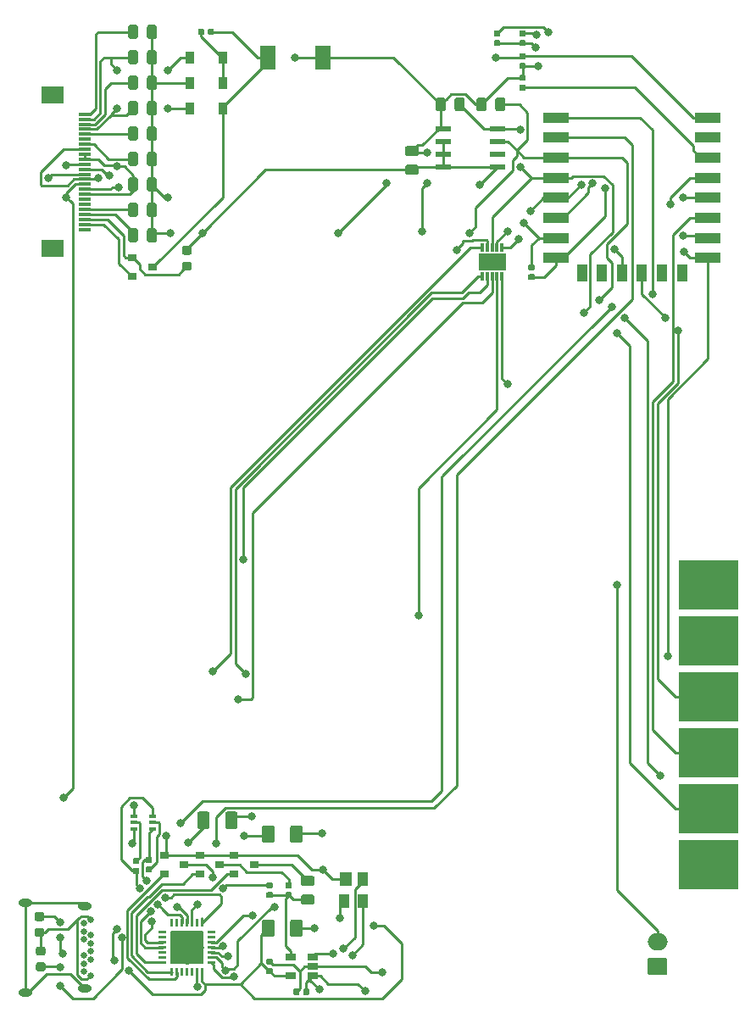
<source format=gbr>
G04 #@! TF.GenerationSoftware,KiCad,Pcbnew,5.0.2-bee76a0~70~ubuntu18.04.1*
G04 #@! TF.CreationDate,2019-01-18T14:13:04+00:00*
G04 #@! TF.ProjectId,badge,62616467-652e-46b6-9963-61645f706362,rev?*
G04 #@! TF.SameCoordinates,Original*
G04 #@! TF.FileFunction,Copper,L2,Bot*
G04 #@! TF.FilePolarity,Positive*
%FSLAX46Y46*%
G04 Gerber Fmt 4.6, Leading zero omitted, Abs format (unit mm)*
G04 Created by KiCad (PCBNEW 5.0.2-bee76a0~70~ubuntu18.04.1) date Fri 18 Jan 2019 14:13:04 GMT*
%MOMM*%
%LPD*%
G01*
G04 APERTURE LIST*
G04 #@! TA.AperFunction,ComponentPad*
%ADD10R,6.000000X5.000000*%
G04 #@! TD*
G04 #@! TA.AperFunction,Conductor*
%ADD11C,0.100000*%
G04 #@! TD*
G04 #@! TA.AperFunction,SMDPad,CuDef*
%ADD12C,0.590000*%
G04 #@! TD*
G04 #@! TA.AperFunction,ComponentPad*
%ADD13O,1.400000X0.800000*%
G04 #@! TD*
G04 #@! TA.AperFunction,ComponentPad*
%ADD14C,0.650000*%
G04 #@! TD*
G04 #@! TA.AperFunction,ComponentPad*
%ADD15C,1.700000*%
G04 #@! TD*
G04 #@! TA.AperFunction,ComponentPad*
%ADD16O,2.000000X1.700000*%
G04 #@! TD*
G04 #@! TA.AperFunction,SMDPad,CuDef*
%ADD17C,0.975000*%
G04 #@! TD*
G04 #@! TA.AperFunction,SMDPad,CuDef*
%ADD18R,0.900000X1.200000*%
G04 #@! TD*
G04 #@! TA.AperFunction,SMDPad,CuDef*
%ADD19R,1.200000X1.400000*%
G04 #@! TD*
G04 #@! TA.AperFunction,SMDPad,CuDef*
%ADD20R,1.000000X1.400000*%
G04 #@! TD*
G04 #@! TA.AperFunction,SMDPad,CuDef*
%ADD21R,1.500000X2.400000*%
G04 #@! TD*
G04 #@! TA.AperFunction,SMDPad,CuDef*
%ADD22R,0.900000X0.800000*%
G04 #@! TD*
G04 #@! TA.AperFunction,SMDPad,CuDef*
%ADD23R,0.650000X0.400000*%
G04 #@! TD*
G04 #@! TA.AperFunction,SMDPad,CuDef*
%ADD24C,0.875000*%
G04 #@! TD*
G04 #@! TA.AperFunction,SMDPad,CuDef*
%ADD25C,1.250000*%
G04 #@! TD*
G04 #@! TA.AperFunction,SMDPad,CuDef*
%ADD26R,2.500000X1.000000*%
G04 #@! TD*
G04 #@! TA.AperFunction,SMDPad,CuDef*
%ADD27R,1.000000X1.800000*%
G04 #@! TD*
G04 #@! TA.AperFunction,SMDPad,CuDef*
%ADD28R,2.200000X1.800000*%
G04 #@! TD*
G04 #@! TA.AperFunction,SMDPad,CuDef*
%ADD29R,1.300000X0.300000*%
G04 #@! TD*
G04 #@! TA.AperFunction,SMDPad,CuDef*
%ADD30R,1.550000X0.600000*%
G04 #@! TD*
G04 #@! TA.AperFunction,SMDPad,CuDef*
%ADD31R,0.300000X0.850000*%
G04 #@! TD*
G04 #@! TA.AperFunction,SMDPad,CuDef*
%ADD32R,2.700000X1.750000*%
G04 #@! TD*
G04 #@! TA.AperFunction,SMDPad,CuDef*
%ADD33C,3.350000*%
G04 #@! TD*
G04 #@! TA.AperFunction,SMDPad,CuDef*
%ADD34C,0.250000*%
G04 #@! TD*
G04 #@! TA.AperFunction,SMDPad,CuDef*
%ADD35R,1.060000X0.650000*%
G04 #@! TD*
G04 #@! TA.AperFunction,ViaPad*
%ADD36C,0.800000*%
G04 #@! TD*
G04 #@! TA.AperFunction,Conductor*
%ADD37C,0.250000*%
G04 #@! TD*
G04 APERTURE END LIST*
D10*
G04 #@! TO.P,GND,1*
G04 #@! TO.N,GND*
X95250000Y-76200000D03*
G04 #@! TD*
G04 #@! TO.P,GP1,1*
G04 #@! TO.N,Net-(GP1-Pad1)*
X95250000Y-87376000D03*
G04 #@! TD*
G04 #@! TO.P,GP2,1*
G04 #@! TO.N,Net-(GP2-Pad1)*
X95250000Y-92964000D03*
G04 #@! TD*
G04 #@! TO.P,SCL,1*
G04 #@! TO.N,Net-(R1-Pad2)*
X95250000Y-104140000D03*
G04 #@! TD*
G04 #@! TO.P,SDA,1*
G04 #@! TO.N,Net-(R2-Pad2)*
X95250000Y-98552000D03*
G04 #@! TD*
D11*
G04 #@! TO.N,Net-(Q5-Pad1)*
G04 #@! TO.C,R16*
G36*
X38286958Y-104457710D02*
X38301276Y-104459834D01*
X38315317Y-104463351D01*
X38328946Y-104468228D01*
X38342031Y-104474417D01*
X38354447Y-104481858D01*
X38366073Y-104490481D01*
X38376798Y-104500202D01*
X38386519Y-104510927D01*
X38395142Y-104522553D01*
X38402583Y-104534969D01*
X38408772Y-104548054D01*
X38413649Y-104561683D01*
X38417166Y-104575724D01*
X38419290Y-104590042D01*
X38420000Y-104604500D01*
X38420000Y-104899500D01*
X38419290Y-104913958D01*
X38417166Y-104928276D01*
X38413649Y-104942317D01*
X38408772Y-104955946D01*
X38402583Y-104969031D01*
X38395142Y-104981447D01*
X38386519Y-104993073D01*
X38376798Y-105003798D01*
X38366073Y-105013519D01*
X38354447Y-105022142D01*
X38342031Y-105029583D01*
X38328946Y-105035772D01*
X38315317Y-105040649D01*
X38301276Y-105044166D01*
X38286958Y-105046290D01*
X38272500Y-105047000D01*
X37927500Y-105047000D01*
X37913042Y-105046290D01*
X37898724Y-105044166D01*
X37884683Y-105040649D01*
X37871054Y-105035772D01*
X37857969Y-105029583D01*
X37845553Y-105022142D01*
X37833927Y-105013519D01*
X37823202Y-105003798D01*
X37813481Y-104993073D01*
X37804858Y-104981447D01*
X37797417Y-104969031D01*
X37791228Y-104955946D01*
X37786351Y-104942317D01*
X37782834Y-104928276D01*
X37780710Y-104913958D01*
X37780000Y-104899500D01*
X37780000Y-104604500D01*
X37780710Y-104590042D01*
X37782834Y-104575724D01*
X37786351Y-104561683D01*
X37791228Y-104548054D01*
X37797417Y-104534969D01*
X37804858Y-104522553D01*
X37813481Y-104510927D01*
X37823202Y-104500202D01*
X37833927Y-104490481D01*
X37845553Y-104481858D01*
X37857969Y-104474417D01*
X37871054Y-104468228D01*
X37884683Y-104463351D01*
X37898724Y-104459834D01*
X37913042Y-104457710D01*
X37927500Y-104457000D01*
X38272500Y-104457000D01*
X38286958Y-104457710D01*
X38286958Y-104457710D01*
G37*
D12*
G04 #@! TD*
G04 #@! TO.P,R16,2*
G04 #@! TO.N,Net-(Q5-Pad1)*
X38100000Y-104752000D03*
D11*
G04 #@! TO.N,Net-(Q5-Pad5)*
G04 #@! TO.C,R16*
G36*
X38286958Y-103487710D02*
X38301276Y-103489834D01*
X38315317Y-103493351D01*
X38328946Y-103498228D01*
X38342031Y-103504417D01*
X38354447Y-103511858D01*
X38366073Y-103520481D01*
X38376798Y-103530202D01*
X38386519Y-103540927D01*
X38395142Y-103552553D01*
X38402583Y-103564969D01*
X38408772Y-103578054D01*
X38413649Y-103591683D01*
X38417166Y-103605724D01*
X38419290Y-103620042D01*
X38420000Y-103634500D01*
X38420000Y-103929500D01*
X38419290Y-103943958D01*
X38417166Y-103958276D01*
X38413649Y-103972317D01*
X38408772Y-103985946D01*
X38402583Y-103999031D01*
X38395142Y-104011447D01*
X38386519Y-104023073D01*
X38376798Y-104033798D01*
X38366073Y-104043519D01*
X38354447Y-104052142D01*
X38342031Y-104059583D01*
X38328946Y-104065772D01*
X38315317Y-104070649D01*
X38301276Y-104074166D01*
X38286958Y-104076290D01*
X38272500Y-104077000D01*
X37927500Y-104077000D01*
X37913042Y-104076290D01*
X37898724Y-104074166D01*
X37884683Y-104070649D01*
X37871054Y-104065772D01*
X37857969Y-104059583D01*
X37845553Y-104052142D01*
X37833927Y-104043519D01*
X37823202Y-104033798D01*
X37813481Y-104023073D01*
X37804858Y-104011447D01*
X37797417Y-103999031D01*
X37791228Y-103985946D01*
X37786351Y-103972317D01*
X37782834Y-103958276D01*
X37780710Y-103943958D01*
X37780000Y-103929500D01*
X37780000Y-103634500D01*
X37780710Y-103620042D01*
X37782834Y-103605724D01*
X37786351Y-103591683D01*
X37791228Y-103578054D01*
X37797417Y-103564969D01*
X37804858Y-103552553D01*
X37813481Y-103540927D01*
X37823202Y-103530202D01*
X37833927Y-103520481D01*
X37845553Y-103511858D01*
X37857969Y-103504417D01*
X37871054Y-103498228D01*
X37884683Y-103493351D01*
X37898724Y-103489834D01*
X37913042Y-103487710D01*
X37927500Y-103487000D01*
X38272500Y-103487000D01*
X38286958Y-103487710D01*
X38286958Y-103487710D01*
G37*
D12*
G04 #@! TD*
G04 #@! TO.P,R16,1*
G04 #@! TO.N,Net-(Q5-Pad5)*
X38100000Y-103782000D03*
D13*
G04 #@! TO.P,J1,S1*
G04 #@! TO.N,Net-(J1-PadS1)*
X32955000Y-108265000D03*
X32955000Y-116525000D03*
X27005000Y-116885000D03*
X27005000Y-107905000D03*
D14*
G04 #@! TO.P,J1,B1*
G04 #@! TO.N,GND*
X33555000Y-115195000D03*
G04 #@! TO.P,J1,B4*
G04 #@! TO.N,Net-(C13-Pad1)*
X33555000Y-113595000D03*
G04 #@! TO.P,J1,B6*
G04 #@! TO.N,/USB_P*
X33555000Y-112795000D03*
G04 #@! TO.P,J1,B7*
G04 #@! TO.N,/USB_N*
X33555000Y-111995000D03*
G04 #@! TO.P,J1,B9*
G04 #@! TO.N,Net-(C13-Pad1)*
X33555000Y-111195000D03*
G04 #@! TO.P,J1,B12*
G04 #@! TO.N,GND*
X33555000Y-109595000D03*
G04 #@! TO.P,J1,B2*
G04 #@! TO.N,N/C*
X32855000Y-114795000D03*
G04 #@! TO.P,J1,B3*
X32855000Y-113995000D03*
G04 #@! TO.P,J1,B5*
G04 #@! TO.N,Net-(J1-PadB5)*
X32855000Y-113195000D03*
G04 #@! TO.P,J1,B8*
G04 #@! TO.N,Net-(J1-PadB8)*
X32855000Y-111595000D03*
G04 #@! TO.P,J1,B10*
G04 #@! TO.N,N/C*
X32855000Y-110795000D03*
G04 #@! TO.P,J1,B11*
X32855000Y-109995000D03*
G04 #@! TD*
D11*
G04 #@! TO.N,Net-(BT1-Pad1)*
G04 #@! TO.C,BT1*
G36*
X90944504Y-113451204D02*
X90968773Y-113454804D01*
X90992571Y-113460765D01*
X91015671Y-113469030D01*
X91037849Y-113479520D01*
X91058893Y-113492133D01*
X91078598Y-113506747D01*
X91096777Y-113523223D01*
X91113253Y-113541402D01*
X91127867Y-113561107D01*
X91140480Y-113582151D01*
X91150970Y-113604329D01*
X91159235Y-113627429D01*
X91165196Y-113651227D01*
X91168796Y-113675496D01*
X91170000Y-113700000D01*
X91170000Y-114900000D01*
X91168796Y-114924504D01*
X91165196Y-114948773D01*
X91159235Y-114972571D01*
X91150970Y-114995671D01*
X91140480Y-115017849D01*
X91127867Y-115038893D01*
X91113253Y-115058598D01*
X91096777Y-115076777D01*
X91078598Y-115093253D01*
X91058893Y-115107867D01*
X91037849Y-115120480D01*
X91015671Y-115130970D01*
X90992571Y-115139235D01*
X90968773Y-115145196D01*
X90944504Y-115148796D01*
X90920000Y-115150000D01*
X89420000Y-115150000D01*
X89395496Y-115148796D01*
X89371227Y-115145196D01*
X89347429Y-115139235D01*
X89324329Y-115130970D01*
X89302151Y-115120480D01*
X89281107Y-115107867D01*
X89261402Y-115093253D01*
X89243223Y-115076777D01*
X89226747Y-115058598D01*
X89212133Y-115038893D01*
X89199520Y-115017849D01*
X89189030Y-114995671D01*
X89180765Y-114972571D01*
X89174804Y-114948773D01*
X89171204Y-114924504D01*
X89170000Y-114900000D01*
X89170000Y-113700000D01*
X89171204Y-113675496D01*
X89174804Y-113651227D01*
X89180765Y-113627429D01*
X89189030Y-113604329D01*
X89199520Y-113582151D01*
X89212133Y-113561107D01*
X89226747Y-113541402D01*
X89243223Y-113523223D01*
X89261402Y-113506747D01*
X89281107Y-113492133D01*
X89302151Y-113479520D01*
X89324329Y-113469030D01*
X89347429Y-113460765D01*
X89371227Y-113454804D01*
X89395496Y-113451204D01*
X89420000Y-113450000D01*
X90920000Y-113450000D01*
X90944504Y-113451204D01*
X90944504Y-113451204D01*
G37*
D15*
G04 #@! TD*
G04 #@! TO.P,BT1,1*
G04 #@! TO.N,Net-(BT1-Pad1)*
X90170000Y-114300000D03*
D16*
G04 #@! TO.P,BT1,2*
G04 #@! TO.N,GND*
X90170000Y-111800000D03*
G04 #@! TD*
D11*
G04 #@! TO.N,GND*
G04 #@! TO.C,C1*
G36*
X39940142Y-20256174D02*
X39963803Y-20259684D01*
X39987007Y-20265496D01*
X40009529Y-20273554D01*
X40031153Y-20283782D01*
X40051670Y-20296079D01*
X40070883Y-20310329D01*
X40088607Y-20326393D01*
X40104671Y-20344117D01*
X40118921Y-20363330D01*
X40131218Y-20383847D01*
X40141446Y-20405471D01*
X40149504Y-20427993D01*
X40155316Y-20451197D01*
X40158826Y-20474858D01*
X40160000Y-20498750D01*
X40160000Y-21411250D01*
X40158826Y-21435142D01*
X40155316Y-21458803D01*
X40149504Y-21482007D01*
X40141446Y-21504529D01*
X40131218Y-21526153D01*
X40118921Y-21546670D01*
X40104671Y-21565883D01*
X40088607Y-21583607D01*
X40070883Y-21599671D01*
X40051670Y-21613921D01*
X40031153Y-21626218D01*
X40009529Y-21636446D01*
X39987007Y-21644504D01*
X39963803Y-21650316D01*
X39940142Y-21653826D01*
X39916250Y-21655000D01*
X39428750Y-21655000D01*
X39404858Y-21653826D01*
X39381197Y-21650316D01*
X39357993Y-21644504D01*
X39335471Y-21636446D01*
X39313847Y-21626218D01*
X39293330Y-21613921D01*
X39274117Y-21599671D01*
X39256393Y-21583607D01*
X39240329Y-21565883D01*
X39226079Y-21546670D01*
X39213782Y-21526153D01*
X39203554Y-21504529D01*
X39195496Y-21482007D01*
X39189684Y-21458803D01*
X39186174Y-21435142D01*
X39185000Y-21411250D01*
X39185000Y-20498750D01*
X39186174Y-20474858D01*
X39189684Y-20451197D01*
X39195496Y-20427993D01*
X39203554Y-20405471D01*
X39213782Y-20383847D01*
X39226079Y-20363330D01*
X39240329Y-20344117D01*
X39256393Y-20326393D01*
X39274117Y-20310329D01*
X39293330Y-20296079D01*
X39313847Y-20283782D01*
X39335471Y-20273554D01*
X39357993Y-20265496D01*
X39381197Y-20259684D01*
X39404858Y-20256174D01*
X39428750Y-20255000D01*
X39916250Y-20255000D01*
X39940142Y-20256174D01*
X39940142Y-20256174D01*
G37*
D17*
G04 #@! TD*
G04 #@! TO.P,C1,2*
G04 #@! TO.N,GND*
X39672500Y-20955000D03*
D11*
G04 #@! TO.N,Net-(C1-Pad1)*
G04 #@! TO.C,C1*
G36*
X38065142Y-20256174D02*
X38088803Y-20259684D01*
X38112007Y-20265496D01*
X38134529Y-20273554D01*
X38156153Y-20283782D01*
X38176670Y-20296079D01*
X38195883Y-20310329D01*
X38213607Y-20326393D01*
X38229671Y-20344117D01*
X38243921Y-20363330D01*
X38256218Y-20383847D01*
X38266446Y-20405471D01*
X38274504Y-20427993D01*
X38280316Y-20451197D01*
X38283826Y-20474858D01*
X38285000Y-20498750D01*
X38285000Y-21411250D01*
X38283826Y-21435142D01*
X38280316Y-21458803D01*
X38274504Y-21482007D01*
X38266446Y-21504529D01*
X38256218Y-21526153D01*
X38243921Y-21546670D01*
X38229671Y-21565883D01*
X38213607Y-21583607D01*
X38195883Y-21599671D01*
X38176670Y-21613921D01*
X38156153Y-21626218D01*
X38134529Y-21636446D01*
X38112007Y-21644504D01*
X38088803Y-21650316D01*
X38065142Y-21653826D01*
X38041250Y-21655000D01*
X37553750Y-21655000D01*
X37529858Y-21653826D01*
X37506197Y-21650316D01*
X37482993Y-21644504D01*
X37460471Y-21636446D01*
X37438847Y-21626218D01*
X37418330Y-21613921D01*
X37399117Y-21599671D01*
X37381393Y-21583607D01*
X37365329Y-21565883D01*
X37351079Y-21546670D01*
X37338782Y-21526153D01*
X37328554Y-21504529D01*
X37320496Y-21482007D01*
X37314684Y-21458803D01*
X37311174Y-21435142D01*
X37310000Y-21411250D01*
X37310000Y-20498750D01*
X37311174Y-20474858D01*
X37314684Y-20451197D01*
X37320496Y-20427993D01*
X37328554Y-20405471D01*
X37338782Y-20383847D01*
X37351079Y-20363330D01*
X37365329Y-20344117D01*
X37381393Y-20326393D01*
X37399117Y-20310329D01*
X37418330Y-20296079D01*
X37438847Y-20283782D01*
X37460471Y-20273554D01*
X37482993Y-20265496D01*
X37506197Y-20259684D01*
X37529858Y-20256174D01*
X37553750Y-20255000D01*
X38041250Y-20255000D01*
X38065142Y-20256174D01*
X38065142Y-20256174D01*
G37*
D17*
G04 #@! TD*
G04 #@! TO.P,C1,1*
G04 #@! TO.N,Net-(C1-Pad1)*
X37797500Y-20955000D03*
D11*
G04 #@! TO.N,Net-(C2-Pad1)*
G04 #@! TO.C,C2*
G36*
X38065142Y-25336174D02*
X38088803Y-25339684D01*
X38112007Y-25345496D01*
X38134529Y-25353554D01*
X38156153Y-25363782D01*
X38176670Y-25376079D01*
X38195883Y-25390329D01*
X38213607Y-25406393D01*
X38229671Y-25424117D01*
X38243921Y-25443330D01*
X38256218Y-25463847D01*
X38266446Y-25485471D01*
X38274504Y-25507993D01*
X38280316Y-25531197D01*
X38283826Y-25554858D01*
X38285000Y-25578750D01*
X38285000Y-26491250D01*
X38283826Y-26515142D01*
X38280316Y-26538803D01*
X38274504Y-26562007D01*
X38266446Y-26584529D01*
X38256218Y-26606153D01*
X38243921Y-26626670D01*
X38229671Y-26645883D01*
X38213607Y-26663607D01*
X38195883Y-26679671D01*
X38176670Y-26693921D01*
X38156153Y-26706218D01*
X38134529Y-26716446D01*
X38112007Y-26724504D01*
X38088803Y-26730316D01*
X38065142Y-26733826D01*
X38041250Y-26735000D01*
X37553750Y-26735000D01*
X37529858Y-26733826D01*
X37506197Y-26730316D01*
X37482993Y-26724504D01*
X37460471Y-26716446D01*
X37438847Y-26706218D01*
X37418330Y-26693921D01*
X37399117Y-26679671D01*
X37381393Y-26663607D01*
X37365329Y-26645883D01*
X37351079Y-26626670D01*
X37338782Y-26606153D01*
X37328554Y-26584529D01*
X37320496Y-26562007D01*
X37314684Y-26538803D01*
X37311174Y-26515142D01*
X37310000Y-26491250D01*
X37310000Y-25578750D01*
X37311174Y-25554858D01*
X37314684Y-25531197D01*
X37320496Y-25507993D01*
X37328554Y-25485471D01*
X37338782Y-25463847D01*
X37351079Y-25443330D01*
X37365329Y-25424117D01*
X37381393Y-25406393D01*
X37399117Y-25390329D01*
X37418330Y-25376079D01*
X37438847Y-25363782D01*
X37460471Y-25353554D01*
X37482993Y-25345496D01*
X37506197Y-25339684D01*
X37529858Y-25336174D01*
X37553750Y-25335000D01*
X38041250Y-25335000D01*
X38065142Y-25336174D01*
X38065142Y-25336174D01*
G37*
D17*
G04 #@! TD*
G04 #@! TO.P,C2,1*
G04 #@! TO.N,Net-(C2-Pad1)*
X37797500Y-26035000D03*
D11*
G04 #@! TO.N,GND*
G04 #@! TO.C,C2*
G36*
X39940142Y-25336174D02*
X39963803Y-25339684D01*
X39987007Y-25345496D01*
X40009529Y-25353554D01*
X40031153Y-25363782D01*
X40051670Y-25376079D01*
X40070883Y-25390329D01*
X40088607Y-25406393D01*
X40104671Y-25424117D01*
X40118921Y-25443330D01*
X40131218Y-25463847D01*
X40141446Y-25485471D01*
X40149504Y-25507993D01*
X40155316Y-25531197D01*
X40158826Y-25554858D01*
X40160000Y-25578750D01*
X40160000Y-26491250D01*
X40158826Y-26515142D01*
X40155316Y-26538803D01*
X40149504Y-26562007D01*
X40141446Y-26584529D01*
X40131218Y-26606153D01*
X40118921Y-26626670D01*
X40104671Y-26645883D01*
X40088607Y-26663607D01*
X40070883Y-26679671D01*
X40051670Y-26693921D01*
X40031153Y-26706218D01*
X40009529Y-26716446D01*
X39987007Y-26724504D01*
X39963803Y-26730316D01*
X39940142Y-26733826D01*
X39916250Y-26735000D01*
X39428750Y-26735000D01*
X39404858Y-26733826D01*
X39381197Y-26730316D01*
X39357993Y-26724504D01*
X39335471Y-26716446D01*
X39313847Y-26706218D01*
X39293330Y-26693921D01*
X39274117Y-26679671D01*
X39256393Y-26663607D01*
X39240329Y-26645883D01*
X39226079Y-26626670D01*
X39213782Y-26606153D01*
X39203554Y-26584529D01*
X39195496Y-26562007D01*
X39189684Y-26538803D01*
X39186174Y-26515142D01*
X39185000Y-26491250D01*
X39185000Y-25578750D01*
X39186174Y-25554858D01*
X39189684Y-25531197D01*
X39195496Y-25507993D01*
X39203554Y-25485471D01*
X39213782Y-25463847D01*
X39226079Y-25443330D01*
X39240329Y-25424117D01*
X39256393Y-25406393D01*
X39274117Y-25390329D01*
X39293330Y-25376079D01*
X39313847Y-25363782D01*
X39335471Y-25353554D01*
X39357993Y-25345496D01*
X39381197Y-25339684D01*
X39404858Y-25336174D01*
X39428750Y-25335000D01*
X39916250Y-25335000D01*
X39940142Y-25336174D01*
X39940142Y-25336174D01*
G37*
D17*
G04 #@! TD*
G04 #@! TO.P,C2,2*
G04 #@! TO.N,GND*
X39672500Y-26035000D03*
D11*
G04 #@! TO.N,Net-(C3-Pad1)*
G04 #@! TO.C,C3*
G36*
X38065142Y-30416174D02*
X38088803Y-30419684D01*
X38112007Y-30425496D01*
X38134529Y-30433554D01*
X38156153Y-30443782D01*
X38176670Y-30456079D01*
X38195883Y-30470329D01*
X38213607Y-30486393D01*
X38229671Y-30504117D01*
X38243921Y-30523330D01*
X38256218Y-30543847D01*
X38266446Y-30565471D01*
X38274504Y-30587993D01*
X38280316Y-30611197D01*
X38283826Y-30634858D01*
X38285000Y-30658750D01*
X38285000Y-31571250D01*
X38283826Y-31595142D01*
X38280316Y-31618803D01*
X38274504Y-31642007D01*
X38266446Y-31664529D01*
X38256218Y-31686153D01*
X38243921Y-31706670D01*
X38229671Y-31725883D01*
X38213607Y-31743607D01*
X38195883Y-31759671D01*
X38176670Y-31773921D01*
X38156153Y-31786218D01*
X38134529Y-31796446D01*
X38112007Y-31804504D01*
X38088803Y-31810316D01*
X38065142Y-31813826D01*
X38041250Y-31815000D01*
X37553750Y-31815000D01*
X37529858Y-31813826D01*
X37506197Y-31810316D01*
X37482993Y-31804504D01*
X37460471Y-31796446D01*
X37438847Y-31786218D01*
X37418330Y-31773921D01*
X37399117Y-31759671D01*
X37381393Y-31743607D01*
X37365329Y-31725883D01*
X37351079Y-31706670D01*
X37338782Y-31686153D01*
X37328554Y-31664529D01*
X37320496Y-31642007D01*
X37314684Y-31618803D01*
X37311174Y-31595142D01*
X37310000Y-31571250D01*
X37310000Y-30658750D01*
X37311174Y-30634858D01*
X37314684Y-30611197D01*
X37320496Y-30587993D01*
X37328554Y-30565471D01*
X37338782Y-30543847D01*
X37351079Y-30523330D01*
X37365329Y-30504117D01*
X37381393Y-30486393D01*
X37399117Y-30470329D01*
X37418330Y-30456079D01*
X37438847Y-30443782D01*
X37460471Y-30433554D01*
X37482993Y-30425496D01*
X37506197Y-30419684D01*
X37529858Y-30416174D01*
X37553750Y-30415000D01*
X38041250Y-30415000D01*
X38065142Y-30416174D01*
X38065142Y-30416174D01*
G37*
D17*
G04 #@! TD*
G04 #@! TO.P,C3,1*
G04 #@! TO.N,Net-(C3-Pad1)*
X37797500Y-31115000D03*
D11*
G04 #@! TO.N,GND*
G04 #@! TO.C,C3*
G36*
X39940142Y-30416174D02*
X39963803Y-30419684D01*
X39987007Y-30425496D01*
X40009529Y-30433554D01*
X40031153Y-30443782D01*
X40051670Y-30456079D01*
X40070883Y-30470329D01*
X40088607Y-30486393D01*
X40104671Y-30504117D01*
X40118921Y-30523330D01*
X40131218Y-30543847D01*
X40141446Y-30565471D01*
X40149504Y-30587993D01*
X40155316Y-30611197D01*
X40158826Y-30634858D01*
X40160000Y-30658750D01*
X40160000Y-31571250D01*
X40158826Y-31595142D01*
X40155316Y-31618803D01*
X40149504Y-31642007D01*
X40141446Y-31664529D01*
X40131218Y-31686153D01*
X40118921Y-31706670D01*
X40104671Y-31725883D01*
X40088607Y-31743607D01*
X40070883Y-31759671D01*
X40051670Y-31773921D01*
X40031153Y-31786218D01*
X40009529Y-31796446D01*
X39987007Y-31804504D01*
X39963803Y-31810316D01*
X39940142Y-31813826D01*
X39916250Y-31815000D01*
X39428750Y-31815000D01*
X39404858Y-31813826D01*
X39381197Y-31810316D01*
X39357993Y-31804504D01*
X39335471Y-31796446D01*
X39313847Y-31786218D01*
X39293330Y-31773921D01*
X39274117Y-31759671D01*
X39256393Y-31743607D01*
X39240329Y-31725883D01*
X39226079Y-31706670D01*
X39213782Y-31686153D01*
X39203554Y-31664529D01*
X39195496Y-31642007D01*
X39189684Y-31618803D01*
X39186174Y-31595142D01*
X39185000Y-31571250D01*
X39185000Y-30658750D01*
X39186174Y-30634858D01*
X39189684Y-30611197D01*
X39195496Y-30587993D01*
X39203554Y-30565471D01*
X39213782Y-30543847D01*
X39226079Y-30523330D01*
X39240329Y-30504117D01*
X39256393Y-30486393D01*
X39274117Y-30470329D01*
X39293330Y-30456079D01*
X39313847Y-30443782D01*
X39335471Y-30433554D01*
X39357993Y-30425496D01*
X39381197Y-30419684D01*
X39404858Y-30416174D01*
X39428750Y-30415000D01*
X39916250Y-30415000D01*
X39940142Y-30416174D01*
X39940142Y-30416174D01*
G37*
D17*
G04 #@! TD*
G04 #@! TO.P,C3,2*
G04 #@! TO.N,GND*
X39672500Y-31115000D03*
D11*
G04 #@! TO.N,GND*
G04 #@! TO.C,C4*
G36*
X39940142Y-32956174D02*
X39963803Y-32959684D01*
X39987007Y-32965496D01*
X40009529Y-32973554D01*
X40031153Y-32983782D01*
X40051670Y-32996079D01*
X40070883Y-33010329D01*
X40088607Y-33026393D01*
X40104671Y-33044117D01*
X40118921Y-33063330D01*
X40131218Y-33083847D01*
X40141446Y-33105471D01*
X40149504Y-33127993D01*
X40155316Y-33151197D01*
X40158826Y-33174858D01*
X40160000Y-33198750D01*
X40160000Y-34111250D01*
X40158826Y-34135142D01*
X40155316Y-34158803D01*
X40149504Y-34182007D01*
X40141446Y-34204529D01*
X40131218Y-34226153D01*
X40118921Y-34246670D01*
X40104671Y-34265883D01*
X40088607Y-34283607D01*
X40070883Y-34299671D01*
X40051670Y-34313921D01*
X40031153Y-34326218D01*
X40009529Y-34336446D01*
X39987007Y-34344504D01*
X39963803Y-34350316D01*
X39940142Y-34353826D01*
X39916250Y-34355000D01*
X39428750Y-34355000D01*
X39404858Y-34353826D01*
X39381197Y-34350316D01*
X39357993Y-34344504D01*
X39335471Y-34336446D01*
X39313847Y-34326218D01*
X39293330Y-34313921D01*
X39274117Y-34299671D01*
X39256393Y-34283607D01*
X39240329Y-34265883D01*
X39226079Y-34246670D01*
X39213782Y-34226153D01*
X39203554Y-34204529D01*
X39195496Y-34182007D01*
X39189684Y-34158803D01*
X39186174Y-34135142D01*
X39185000Y-34111250D01*
X39185000Y-33198750D01*
X39186174Y-33174858D01*
X39189684Y-33151197D01*
X39195496Y-33127993D01*
X39203554Y-33105471D01*
X39213782Y-33083847D01*
X39226079Y-33063330D01*
X39240329Y-33044117D01*
X39256393Y-33026393D01*
X39274117Y-33010329D01*
X39293330Y-32996079D01*
X39313847Y-32983782D01*
X39335471Y-32973554D01*
X39357993Y-32965496D01*
X39381197Y-32959684D01*
X39404858Y-32956174D01*
X39428750Y-32955000D01*
X39916250Y-32955000D01*
X39940142Y-32956174D01*
X39940142Y-32956174D01*
G37*
D17*
G04 #@! TD*
G04 #@! TO.P,C4,2*
G04 #@! TO.N,GND*
X39672500Y-33655000D03*
D11*
G04 #@! TO.N,Net-(C4-Pad1)*
G04 #@! TO.C,C4*
G36*
X38065142Y-32956174D02*
X38088803Y-32959684D01*
X38112007Y-32965496D01*
X38134529Y-32973554D01*
X38156153Y-32983782D01*
X38176670Y-32996079D01*
X38195883Y-33010329D01*
X38213607Y-33026393D01*
X38229671Y-33044117D01*
X38243921Y-33063330D01*
X38256218Y-33083847D01*
X38266446Y-33105471D01*
X38274504Y-33127993D01*
X38280316Y-33151197D01*
X38283826Y-33174858D01*
X38285000Y-33198750D01*
X38285000Y-34111250D01*
X38283826Y-34135142D01*
X38280316Y-34158803D01*
X38274504Y-34182007D01*
X38266446Y-34204529D01*
X38256218Y-34226153D01*
X38243921Y-34246670D01*
X38229671Y-34265883D01*
X38213607Y-34283607D01*
X38195883Y-34299671D01*
X38176670Y-34313921D01*
X38156153Y-34326218D01*
X38134529Y-34336446D01*
X38112007Y-34344504D01*
X38088803Y-34350316D01*
X38065142Y-34353826D01*
X38041250Y-34355000D01*
X37553750Y-34355000D01*
X37529858Y-34353826D01*
X37506197Y-34350316D01*
X37482993Y-34344504D01*
X37460471Y-34336446D01*
X37438847Y-34326218D01*
X37418330Y-34313921D01*
X37399117Y-34299671D01*
X37381393Y-34283607D01*
X37365329Y-34265883D01*
X37351079Y-34246670D01*
X37338782Y-34226153D01*
X37328554Y-34204529D01*
X37320496Y-34182007D01*
X37314684Y-34158803D01*
X37311174Y-34135142D01*
X37310000Y-34111250D01*
X37310000Y-33198750D01*
X37311174Y-33174858D01*
X37314684Y-33151197D01*
X37320496Y-33127993D01*
X37328554Y-33105471D01*
X37338782Y-33083847D01*
X37351079Y-33063330D01*
X37365329Y-33044117D01*
X37381393Y-33026393D01*
X37399117Y-33010329D01*
X37418330Y-32996079D01*
X37438847Y-32983782D01*
X37460471Y-32973554D01*
X37482993Y-32965496D01*
X37506197Y-32959684D01*
X37529858Y-32956174D01*
X37553750Y-32955000D01*
X38041250Y-32955000D01*
X38065142Y-32956174D01*
X38065142Y-32956174D01*
G37*
D17*
G04 #@! TD*
G04 #@! TO.P,C4,1*
G04 #@! TO.N,Net-(C4-Pad1)*
X37797500Y-33655000D03*
D11*
G04 #@! TO.N,Net-(C6-Pad1)*
G04 #@! TO.C,C6*
G36*
X38065142Y-40576174D02*
X38088803Y-40579684D01*
X38112007Y-40585496D01*
X38134529Y-40593554D01*
X38156153Y-40603782D01*
X38176670Y-40616079D01*
X38195883Y-40630329D01*
X38213607Y-40646393D01*
X38229671Y-40664117D01*
X38243921Y-40683330D01*
X38256218Y-40703847D01*
X38266446Y-40725471D01*
X38274504Y-40747993D01*
X38280316Y-40771197D01*
X38283826Y-40794858D01*
X38285000Y-40818750D01*
X38285000Y-41731250D01*
X38283826Y-41755142D01*
X38280316Y-41778803D01*
X38274504Y-41802007D01*
X38266446Y-41824529D01*
X38256218Y-41846153D01*
X38243921Y-41866670D01*
X38229671Y-41885883D01*
X38213607Y-41903607D01*
X38195883Y-41919671D01*
X38176670Y-41933921D01*
X38156153Y-41946218D01*
X38134529Y-41956446D01*
X38112007Y-41964504D01*
X38088803Y-41970316D01*
X38065142Y-41973826D01*
X38041250Y-41975000D01*
X37553750Y-41975000D01*
X37529858Y-41973826D01*
X37506197Y-41970316D01*
X37482993Y-41964504D01*
X37460471Y-41956446D01*
X37438847Y-41946218D01*
X37418330Y-41933921D01*
X37399117Y-41919671D01*
X37381393Y-41903607D01*
X37365329Y-41885883D01*
X37351079Y-41866670D01*
X37338782Y-41846153D01*
X37328554Y-41824529D01*
X37320496Y-41802007D01*
X37314684Y-41778803D01*
X37311174Y-41755142D01*
X37310000Y-41731250D01*
X37310000Y-40818750D01*
X37311174Y-40794858D01*
X37314684Y-40771197D01*
X37320496Y-40747993D01*
X37328554Y-40725471D01*
X37338782Y-40703847D01*
X37351079Y-40683330D01*
X37365329Y-40664117D01*
X37381393Y-40646393D01*
X37399117Y-40630329D01*
X37418330Y-40616079D01*
X37438847Y-40603782D01*
X37460471Y-40593554D01*
X37482993Y-40585496D01*
X37506197Y-40579684D01*
X37529858Y-40576174D01*
X37553750Y-40575000D01*
X38041250Y-40575000D01*
X38065142Y-40576174D01*
X38065142Y-40576174D01*
G37*
D17*
G04 #@! TD*
G04 #@! TO.P,C6,1*
G04 #@! TO.N,Net-(C6-Pad1)*
X37797500Y-41275000D03*
D11*
G04 #@! TO.N,GND*
G04 #@! TO.C,C6*
G36*
X39940142Y-40576174D02*
X39963803Y-40579684D01*
X39987007Y-40585496D01*
X40009529Y-40593554D01*
X40031153Y-40603782D01*
X40051670Y-40616079D01*
X40070883Y-40630329D01*
X40088607Y-40646393D01*
X40104671Y-40664117D01*
X40118921Y-40683330D01*
X40131218Y-40703847D01*
X40141446Y-40725471D01*
X40149504Y-40747993D01*
X40155316Y-40771197D01*
X40158826Y-40794858D01*
X40160000Y-40818750D01*
X40160000Y-41731250D01*
X40158826Y-41755142D01*
X40155316Y-41778803D01*
X40149504Y-41802007D01*
X40141446Y-41824529D01*
X40131218Y-41846153D01*
X40118921Y-41866670D01*
X40104671Y-41885883D01*
X40088607Y-41903607D01*
X40070883Y-41919671D01*
X40051670Y-41933921D01*
X40031153Y-41946218D01*
X40009529Y-41956446D01*
X39987007Y-41964504D01*
X39963803Y-41970316D01*
X39940142Y-41973826D01*
X39916250Y-41975000D01*
X39428750Y-41975000D01*
X39404858Y-41973826D01*
X39381197Y-41970316D01*
X39357993Y-41964504D01*
X39335471Y-41956446D01*
X39313847Y-41946218D01*
X39293330Y-41933921D01*
X39274117Y-41919671D01*
X39256393Y-41903607D01*
X39240329Y-41885883D01*
X39226079Y-41866670D01*
X39213782Y-41846153D01*
X39203554Y-41824529D01*
X39195496Y-41802007D01*
X39189684Y-41778803D01*
X39186174Y-41755142D01*
X39185000Y-41731250D01*
X39185000Y-40818750D01*
X39186174Y-40794858D01*
X39189684Y-40771197D01*
X39195496Y-40747993D01*
X39203554Y-40725471D01*
X39213782Y-40703847D01*
X39226079Y-40683330D01*
X39240329Y-40664117D01*
X39256393Y-40646393D01*
X39274117Y-40630329D01*
X39293330Y-40616079D01*
X39313847Y-40603782D01*
X39335471Y-40593554D01*
X39357993Y-40585496D01*
X39381197Y-40579684D01*
X39404858Y-40576174D01*
X39428750Y-40575000D01*
X39916250Y-40575000D01*
X39940142Y-40576174D01*
X39940142Y-40576174D01*
G37*
D17*
G04 #@! TD*
G04 #@! TO.P,C6,2*
G04 #@! TO.N,GND*
X39672500Y-41275000D03*
D11*
G04 #@! TO.N,GND*
G04 #@! TO.C,C7*
G36*
X39940142Y-38036174D02*
X39963803Y-38039684D01*
X39987007Y-38045496D01*
X40009529Y-38053554D01*
X40031153Y-38063782D01*
X40051670Y-38076079D01*
X40070883Y-38090329D01*
X40088607Y-38106393D01*
X40104671Y-38124117D01*
X40118921Y-38143330D01*
X40131218Y-38163847D01*
X40141446Y-38185471D01*
X40149504Y-38207993D01*
X40155316Y-38231197D01*
X40158826Y-38254858D01*
X40160000Y-38278750D01*
X40160000Y-39191250D01*
X40158826Y-39215142D01*
X40155316Y-39238803D01*
X40149504Y-39262007D01*
X40141446Y-39284529D01*
X40131218Y-39306153D01*
X40118921Y-39326670D01*
X40104671Y-39345883D01*
X40088607Y-39363607D01*
X40070883Y-39379671D01*
X40051670Y-39393921D01*
X40031153Y-39406218D01*
X40009529Y-39416446D01*
X39987007Y-39424504D01*
X39963803Y-39430316D01*
X39940142Y-39433826D01*
X39916250Y-39435000D01*
X39428750Y-39435000D01*
X39404858Y-39433826D01*
X39381197Y-39430316D01*
X39357993Y-39424504D01*
X39335471Y-39416446D01*
X39313847Y-39406218D01*
X39293330Y-39393921D01*
X39274117Y-39379671D01*
X39256393Y-39363607D01*
X39240329Y-39345883D01*
X39226079Y-39326670D01*
X39213782Y-39306153D01*
X39203554Y-39284529D01*
X39195496Y-39262007D01*
X39189684Y-39238803D01*
X39186174Y-39215142D01*
X39185000Y-39191250D01*
X39185000Y-38278750D01*
X39186174Y-38254858D01*
X39189684Y-38231197D01*
X39195496Y-38207993D01*
X39203554Y-38185471D01*
X39213782Y-38163847D01*
X39226079Y-38143330D01*
X39240329Y-38124117D01*
X39256393Y-38106393D01*
X39274117Y-38090329D01*
X39293330Y-38076079D01*
X39313847Y-38063782D01*
X39335471Y-38053554D01*
X39357993Y-38045496D01*
X39381197Y-38039684D01*
X39404858Y-38036174D01*
X39428750Y-38035000D01*
X39916250Y-38035000D01*
X39940142Y-38036174D01*
X39940142Y-38036174D01*
G37*
D17*
G04 #@! TD*
G04 #@! TO.P,C7,2*
G04 #@! TO.N,GND*
X39672500Y-38735000D03*
D11*
G04 #@! TO.N,Net-(C7-Pad1)*
G04 #@! TO.C,C7*
G36*
X38065142Y-38036174D02*
X38088803Y-38039684D01*
X38112007Y-38045496D01*
X38134529Y-38053554D01*
X38156153Y-38063782D01*
X38176670Y-38076079D01*
X38195883Y-38090329D01*
X38213607Y-38106393D01*
X38229671Y-38124117D01*
X38243921Y-38143330D01*
X38256218Y-38163847D01*
X38266446Y-38185471D01*
X38274504Y-38207993D01*
X38280316Y-38231197D01*
X38283826Y-38254858D01*
X38285000Y-38278750D01*
X38285000Y-39191250D01*
X38283826Y-39215142D01*
X38280316Y-39238803D01*
X38274504Y-39262007D01*
X38266446Y-39284529D01*
X38256218Y-39306153D01*
X38243921Y-39326670D01*
X38229671Y-39345883D01*
X38213607Y-39363607D01*
X38195883Y-39379671D01*
X38176670Y-39393921D01*
X38156153Y-39406218D01*
X38134529Y-39416446D01*
X38112007Y-39424504D01*
X38088803Y-39430316D01*
X38065142Y-39433826D01*
X38041250Y-39435000D01*
X37553750Y-39435000D01*
X37529858Y-39433826D01*
X37506197Y-39430316D01*
X37482993Y-39424504D01*
X37460471Y-39416446D01*
X37438847Y-39406218D01*
X37418330Y-39393921D01*
X37399117Y-39379671D01*
X37381393Y-39363607D01*
X37365329Y-39345883D01*
X37351079Y-39326670D01*
X37338782Y-39306153D01*
X37328554Y-39284529D01*
X37320496Y-39262007D01*
X37314684Y-39238803D01*
X37311174Y-39215142D01*
X37310000Y-39191250D01*
X37310000Y-38278750D01*
X37311174Y-38254858D01*
X37314684Y-38231197D01*
X37320496Y-38207993D01*
X37328554Y-38185471D01*
X37338782Y-38163847D01*
X37351079Y-38143330D01*
X37365329Y-38124117D01*
X37381393Y-38106393D01*
X37399117Y-38090329D01*
X37418330Y-38076079D01*
X37438847Y-38063782D01*
X37460471Y-38053554D01*
X37482993Y-38045496D01*
X37506197Y-38039684D01*
X37529858Y-38036174D01*
X37553750Y-38035000D01*
X38041250Y-38035000D01*
X38065142Y-38036174D01*
X38065142Y-38036174D01*
G37*
D17*
G04 #@! TD*
G04 #@! TO.P,C7,1*
G04 #@! TO.N,Net-(C7-Pad1)*
X37797500Y-38735000D03*
D11*
G04 #@! TO.N,Net-(C8-Pad1)*
G04 #@! TO.C,C8*
G36*
X38065142Y-27876174D02*
X38088803Y-27879684D01*
X38112007Y-27885496D01*
X38134529Y-27893554D01*
X38156153Y-27903782D01*
X38176670Y-27916079D01*
X38195883Y-27930329D01*
X38213607Y-27946393D01*
X38229671Y-27964117D01*
X38243921Y-27983330D01*
X38256218Y-28003847D01*
X38266446Y-28025471D01*
X38274504Y-28047993D01*
X38280316Y-28071197D01*
X38283826Y-28094858D01*
X38285000Y-28118750D01*
X38285000Y-29031250D01*
X38283826Y-29055142D01*
X38280316Y-29078803D01*
X38274504Y-29102007D01*
X38266446Y-29124529D01*
X38256218Y-29146153D01*
X38243921Y-29166670D01*
X38229671Y-29185883D01*
X38213607Y-29203607D01*
X38195883Y-29219671D01*
X38176670Y-29233921D01*
X38156153Y-29246218D01*
X38134529Y-29256446D01*
X38112007Y-29264504D01*
X38088803Y-29270316D01*
X38065142Y-29273826D01*
X38041250Y-29275000D01*
X37553750Y-29275000D01*
X37529858Y-29273826D01*
X37506197Y-29270316D01*
X37482993Y-29264504D01*
X37460471Y-29256446D01*
X37438847Y-29246218D01*
X37418330Y-29233921D01*
X37399117Y-29219671D01*
X37381393Y-29203607D01*
X37365329Y-29185883D01*
X37351079Y-29166670D01*
X37338782Y-29146153D01*
X37328554Y-29124529D01*
X37320496Y-29102007D01*
X37314684Y-29078803D01*
X37311174Y-29055142D01*
X37310000Y-29031250D01*
X37310000Y-28118750D01*
X37311174Y-28094858D01*
X37314684Y-28071197D01*
X37320496Y-28047993D01*
X37328554Y-28025471D01*
X37338782Y-28003847D01*
X37351079Y-27983330D01*
X37365329Y-27964117D01*
X37381393Y-27946393D01*
X37399117Y-27930329D01*
X37418330Y-27916079D01*
X37438847Y-27903782D01*
X37460471Y-27893554D01*
X37482993Y-27885496D01*
X37506197Y-27879684D01*
X37529858Y-27876174D01*
X37553750Y-27875000D01*
X38041250Y-27875000D01*
X38065142Y-27876174D01*
X38065142Y-27876174D01*
G37*
D17*
G04 #@! TD*
G04 #@! TO.P,C8,1*
G04 #@! TO.N,Net-(C8-Pad1)*
X37797500Y-28575000D03*
D11*
G04 #@! TO.N,GND*
G04 #@! TO.C,C8*
G36*
X39940142Y-27876174D02*
X39963803Y-27879684D01*
X39987007Y-27885496D01*
X40009529Y-27893554D01*
X40031153Y-27903782D01*
X40051670Y-27916079D01*
X40070883Y-27930329D01*
X40088607Y-27946393D01*
X40104671Y-27964117D01*
X40118921Y-27983330D01*
X40131218Y-28003847D01*
X40141446Y-28025471D01*
X40149504Y-28047993D01*
X40155316Y-28071197D01*
X40158826Y-28094858D01*
X40160000Y-28118750D01*
X40160000Y-29031250D01*
X40158826Y-29055142D01*
X40155316Y-29078803D01*
X40149504Y-29102007D01*
X40141446Y-29124529D01*
X40131218Y-29146153D01*
X40118921Y-29166670D01*
X40104671Y-29185883D01*
X40088607Y-29203607D01*
X40070883Y-29219671D01*
X40051670Y-29233921D01*
X40031153Y-29246218D01*
X40009529Y-29256446D01*
X39987007Y-29264504D01*
X39963803Y-29270316D01*
X39940142Y-29273826D01*
X39916250Y-29275000D01*
X39428750Y-29275000D01*
X39404858Y-29273826D01*
X39381197Y-29270316D01*
X39357993Y-29264504D01*
X39335471Y-29256446D01*
X39313847Y-29246218D01*
X39293330Y-29233921D01*
X39274117Y-29219671D01*
X39256393Y-29203607D01*
X39240329Y-29185883D01*
X39226079Y-29166670D01*
X39213782Y-29146153D01*
X39203554Y-29124529D01*
X39195496Y-29102007D01*
X39189684Y-29078803D01*
X39186174Y-29055142D01*
X39185000Y-29031250D01*
X39185000Y-28118750D01*
X39186174Y-28094858D01*
X39189684Y-28071197D01*
X39195496Y-28047993D01*
X39203554Y-28025471D01*
X39213782Y-28003847D01*
X39226079Y-27983330D01*
X39240329Y-27964117D01*
X39256393Y-27946393D01*
X39274117Y-27930329D01*
X39293330Y-27916079D01*
X39313847Y-27903782D01*
X39335471Y-27893554D01*
X39357993Y-27885496D01*
X39381197Y-27879684D01*
X39404858Y-27876174D01*
X39428750Y-27875000D01*
X39916250Y-27875000D01*
X39940142Y-27876174D01*
X39940142Y-27876174D01*
G37*
D17*
G04 #@! TD*
G04 #@! TO.P,C8,2*
G04 #@! TO.N,GND*
X39672500Y-28575000D03*
D11*
G04 #@! TO.N,Net-(C9-Pad1)*
G04 #@! TO.C,C9*
G36*
X38065142Y-22796174D02*
X38088803Y-22799684D01*
X38112007Y-22805496D01*
X38134529Y-22813554D01*
X38156153Y-22823782D01*
X38176670Y-22836079D01*
X38195883Y-22850329D01*
X38213607Y-22866393D01*
X38229671Y-22884117D01*
X38243921Y-22903330D01*
X38256218Y-22923847D01*
X38266446Y-22945471D01*
X38274504Y-22967993D01*
X38280316Y-22991197D01*
X38283826Y-23014858D01*
X38285000Y-23038750D01*
X38285000Y-23951250D01*
X38283826Y-23975142D01*
X38280316Y-23998803D01*
X38274504Y-24022007D01*
X38266446Y-24044529D01*
X38256218Y-24066153D01*
X38243921Y-24086670D01*
X38229671Y-24105883D01*
X38213607Y-24123607D01*
X38195883Y-24139671D01*
X38176670Y-24153921D01*
X38156153Y-24166218D01*
X38134529Y-24176446D01*
X38112007Y-24184504D01*
X38088803Y-24190316D01*
X38065142Y-24193826D01*
X38041250Y-24195000D01*
X37553750Y-24195000D01*
X37529858Y-24193826D01*
X37506197Y-24190316D01*
X37482993Y-24184504D01*
X37460471Y-24176446D01*
X37438847Y-24166218D01*
X37418330Y-24153921D01*
X37399117Y-24139671D01*
X37381393Y-24123607D01*
X37365329Y-24105883D01*
X37351079Y-24086670D01*
X37338782Y-24066153D01*
X37328554Y-24044529D01*
X37320496Y-24022007D01*
X37314684Y-23998803D01*
X37311174Y-23975142D01*
X37310000Y-23951250D01*
X37310000Y-23038750D01*
X37311174Y-23014858D01*
X37314684Y-22991197D01*
X37320496Y-22967993D01*
X37328554Y-22945471D01*
X37338782Y-22923847D01*
X37351079Y-22903330D01*
X37365329Y-22884117D01*
X37381393Y-22866393D01*
X37399117Y-22850329D01*
X37418330Y-22836079D01*
X37438847Y-22823782D01*
X37460471Y-22813554D01*
X37482993Y-22805496D01*
X37506197Y-22799684D01*
X37529858Y-22796174D01*
X37553750Y-22795000D01*
X38041250Y-22795000D01*
X38065142Y-22796174D01*
X38065142Y-22796174D01*
G37*
D17*
G04 #@! TD*
G04 #@! TO.P,C9,1*
G04 #@! TO.N,Net-(C9-Pad1)*
X37797500Y-23495000D03*
D11*
G04 #@! TO.N,GND*
G04 #@! TO.C,C9*
G36*
X39940142Y-22796174D02*
X39963803Y-22799684D01*
X39987007Y-22805496D01*
X40009529Y-22813554D01*
X40031153Y-22823782D01*
X40051670Y-22836079D01*
X40070883Y-22850329D01*
X40088607Y-22866393D01*
X40104671Y-22884117D01*
X40118921Y-22903330D01*
X40131218Y-22923847D01*
X40141446Y-22945471D01*
X40149504Y-22967993D01*
X40155316Y-22991197D01*
X40158826Y-23014858D01*
X40160000Y-23038750D01*
X40160000Y-23951250D01*
X40158826Y-23975142D01*
X40155316Y-23998803D01*
X40149504Y-24022007D01*
X40141446Y-24044529D01*
X40131218Y-24066153D01*
X40118921Y-24086670D01*
X40104671Y-24105883D01*
X40088607Y-24123607D01*
X40070883Y-24139671D01*
X40051670Y-24153921D01*
X40031153Y-24166218D01*
X40009529Y-24176446D01*
X39987007Y-24184504D01*
X39963803Y-24190316D01*
X39940142Y-24193826D01*
X39916250Y-24195000D01*
X39428750Y-24195000D01*
X39404858Y-24193826D01*
X39381197Y-24190316D01*
X39357993Y-24184504D01*
X39335471Y-24176446D01*
X39313847Y-24166218D01*
X39293330Y-24153921D01*
X39274117Y-24139671D01*
X39256393Y-24123607D01*
X39240329Y-24105883D01*
X39226079Y-24086670D01*
X39213782Y-24066153D01*
X39203554Y-24044529D01*
X39195496Y-24022007D01*
X39189684Y-23998803D01*
X39186174Y-23975142D01*
X39185000Y-23951250D01*
X39185000Y-23038750D01*
X39186174Y-23014858D01*
X39189684Y-22991197D01*
X39195496Y-22967993D01*
X39203554Y-22945471D01*
X39213782Y-22923847D01*
X39226079Y-22903330D01*
X39240329Y-22884117D01*
X39256393Y-22866393D01*
X39274117Y-22850329D01*
X39293330Y-22836079D01*
X39313847Y-22823782D01*
X39335471Y-22813554D01*
X39357993Y-22805496D01*
X39381197Y-22799684D01*
X39404858Y-22796174D01*
X39428750Y-22795000D01*
X39916250Y-22795000D01*
X39940142Y-22796174D01*
X39940142Y-22796174D01*
G37*
D17*
G04 #@! TD*
G04 #@! TO.P,C9,2*
G04 #@! TO.N,GND*
X39672500Y-23495000D03*
D11*
G04 #@! TO.N,Net-(C10-Pad1)*
G04 #@! TO.C,C10*
G36*
X45731958Y-20635710D02*
X45746276Y-20637834D01*
X45760317Y-20641351D01*
X45773946Y-20646228D01*
X45787031Y-20652417D01*
X45799447Y-20659858D01*
X45811073Y-20668481D01*
X45821798Y-20678202D01*
X45831519Y-20688927D01*
X45840142Y-20700553D01*
X45847583Y-20712969D01*
X45853772Y-20726054D01*
X45858649Y-20739683D01*
X45862166Y-20753724D01*
X45864290Y-20768042D01*
X45865000Y-20782500D01*
X45865000Y-21127500D01*
X45864290Y-21141958D01*
X45862166Y-21156276D01*
X45858649Y-21170317D01*
X45853772Y-21183946D01*
X45847583Y-21197031D01*
X45840142Y-21209447D01*
X45831519Y-21221073D01*
X45821798Y-21231798D01*
X45811073Y-21241519D01*
X45799447Y-21250142D01*
X45787031Y-21257583D01*
X45773946Y-21263772D01*
X45760317Y-21268649D01*
X45746276Y-21272166D01*
X45731958Y-21274290D01*
X45717500Y-21275000D01*
X45422500Y-21275000D01*
X45408042Y-21274290D01*
X45393724Y-21272166D01*
X45379683Y-21268649D01*
X45366054Y-21263772D01*
X45352969Y-21257583D01*
X45340553Y-21250142D01*
X45328927Y-21241519D01*
X45318202Y-21231798D01*
X45308481Y-21221073D01*
X45299858Y-21209447D01*
X45292417Y-21197031D01*
X45286228Y-21183946D01*
X45281351Y-21170317D01*
X45277834Y-21156276D01*
X45275710Y-21141958D01*
X45275000Y-21127500D01*
X45275000Y-20782500D01*
X45275710Y-20768042D01*
X45277834Y-20753724D01*
X45281351Y-20739683D01*
X45286228Y-20726054D01*
X45292417Y-20712969D01*
X45299858Y-20700553D01*
X45308481Y-20688927D01*
X45318202Y-20678202D01*
X45328927Y-20668481D01*
X45340553Y-20659858D01*
X45352969Y-20652417D01*
X45366054Y-20646228D01*
X45379683Y-20641351D01*
X45393724Y-20637834D01*
X45408042Y-20635710D01*
X45422500Y-20635000D01*
X45717500Y-20635000D01*
X45731958Y-20635710D01*
X45731958Y-20635710D01*
G37*
D12*
G04 #@! TD*
G04 #@! TO.P,C10,1*
G04 #@! TO.N,Net-(C10-Pad1)*
X45570000Y-20955000D03*
D11*
G04 #@! TO.N,Net-(C10-Pad2)*
G04 #@! TO.C,C10*
G36*
X44761958Y-20635710D02*
X44776276Y-20637834D01*
X44790317Y-20641351D01*
X44803946Y-20646228D01*
X44817031Y-20652417D01*
X44829447Y-20659858D01*
X44841073Y-20668481D01*
X44851798Y-20678202D01*
X44861519Y-20688927D01*
X44870142Y-20700553D01*
X44877583Y-20712969D01*
X44883772Y-20726054D01*
X44888649Y-20739683D01*
X44892166Y-20753724D01*
X44894290Y-20768042D01*
X44895000Y-20782500D01*
X44895000Y-21127500D01*
X44894290Y-21141958D01*
X44892166Y-21156276D01*
X44888649Y-21170317D01*
X44883772Y-21183946D01*
X44877583Y-21197031D01*
X44870142Y-21209447D01*
X44861519Y-21221073D01*
X44851798Y-21231798D01*
X44841073Y-21241519D01*
X44829447Y-21250142D01*
X44817031Y-21257583D01*
X44803946Y-21263772D01*
X44790317Y-21268649D01*
X44776276Y-21272166D01*
X44761958Y-21274290D01*
X44747500Y-21275000D01*
X44452500Y-21275000D01*
X44438042Y-21274290D01*
X44423724Y-21272166D01*
X44409683Y-21268649D01*
X44396054Y-21263772D01*
X44382969Y-21257583D01*
X44370553Y-21250142D01*
X44358927Y-21241519D01*
X44348202Y-21231798D01*
X44338481Y-21221073D01*
X44329858Y-21209447D01*
X44322417Y-21197031D01*
X44316228Y-21183946D01*
X44311351Y-21170317D01*
X44307834Y-21156276D01*
X44305710Y-21141958D01*
X44305000Y-21127500D01*
X44305000Y-20782500D01*
X44305710Y-20768042D01*
X44307834Y-20753724D01*
X44311351Y-20739683D01*
X44316228Y-20726054D01*
X44322417Y-20712969D01*
X44329858Y-20700553D01*
X44338481Y-20688927D01*
X44348202Y-20678202D01*
X44358927Y-20668481D01*
X44370553Y-20659858D01*
X44382969Y-20652417D01*
X44396054Y-20646228D01*
X44409683Y-20641351D01*
X44423724Y-20637834D01*
X44438042Y-20635710D01*
X44452500Y-20635000D01*
X44747500Y-20635000D01*
X44761958Y-20635710D01*
X44761958Y-20635710D01*
G37*
D12*
G04 #@! TD*
G04 #@! TO.P,C10,2*
G04 #@! TO.N,Net-(C10-Pad2)*
X44600000Y-20955000D03*
D11*
G04 #@! TO.N,GND*
G04 #@! TO.C,C11*
G36*
X66139142Y-34233174D02*
X66162803Y-34236684D01*
X66186007Y-34242496D01*
X66208529Y-34250554D01*
X66230153Y-34260782D01*
X66250670Y-34273079D01*
X66269883Y-34287329D01*
X66287607Y-34303393D01*
X66303671Y-34321117D01*
X66317921Y-34340330D01*
X66330218Y-34360847D01*
X66340446Y-34382471D01*
X66348504Y-34404993D01*
X66354316Y-34428197D01*
X66357826Y-34451858D01*
X66359000Y-34475750D01*
X66359000Y-34963250D01*
X66357826Y-34987142D01*
X66354316Y-35010803D01*
X66348504Y-35034007D01*
X66340446Y-35056529D01*
X66330218Y-35078153D01*
X66317921Y-35098670D01*
X66303671Y-35117883D01*
X66287607Y-35135607D01*
X66269883Y-35151671D01*
X66250670Y-35165921D01*
X66230153Y-35178218D01*
X66208529Y-35188446D01*
X66186007Y-35196504D01*
X66162803Y-35202316D01*
X66139142Y-35205826D01*
X66115250Y-35207000D01*
X65202750Y-35207000D01*
X65178858Y-35205826D01*
X65155197Y-35202316D01*
X65131993Y-35196504D01*
X65109471Y-35188446D01*
X65087847Y-35178218D01*
X65067330Y-35165921D01*
X65048117Y-35151671D01*
X65030393Y-35135607D01*
X65014329Y-35117883D01*
X65000079Y-35098670D01*
X64987782Y-35078153D01*
X64977554Y-35056529D01*
X64969496Y-35034007D01*
X64963684Y-35010803D01*
X64960174Y-34987142D01*
X64959000Y-34963250D01*
X64959000Y-34475750D01*
X64960174Y-34451858D01*
X64963684Y-34428197D01*
X64969496Y-34404993D01*
X64977554Y-34382471D01*
X64987782Y-34360847D01*
X65000079Y-34340330D01*
X65014329Y-34321117D01*
X65030393Y-34303393D01*
X65048117Y-34287329D01*
X65067330Y-34273079D01*
X65087847Y-34260782D01*
X65109471Y-34250554D01*
X65131993Y-34242496D01*
X65155197Y-34236684D01*
X65178858Y-34233174D01*
X65202750Y-34232000D01*
X66115250Y-34232000D01*
X66139142Y-34233174D01*
X66139142Y-34233174D01*
G37*
D17*
G04 #@! TD*
G04 #@! TO.P,C11,2*
G04 #@! TO.N,GND*
X65659000Y-34719500D03*
D11*
G04 #@! TO.N,Net-(3V3-Pad1)*
G04 #@! TO.C,C11*
G36*
X66139142Y-32358174D02*
X66162803Y-32361684D01*
X66186007Y-32367496D01*
X66208529Y-32375554D01*
X66230153Y-32385782D01*
X66250670Y-32398079D01*
X66269883Y-32412329D01*
X66287607Y-32428393D01*
X66303671Y-32446117D01*
X66317921Y-32465330D01*
X66330218Y-32485847D01*
X66340446Y-32507471D01*
X66348504Y-32529993D01*
X66354316Y-32553197D01*
X66357826Y-32576858D01*
X66359000Y-32600750D01*
X66359000Y-33088250D01*
X66357826Y-33112142D01*
X66354316Y-33135803D01*
X66348504Y-33159007D01*
X66340446Y-33181529D01*
X66330218Y-33203153D01*
X66317921Y-33223670D01*
X66303671Y-33242883D01*
X66287607Y-33260607D01*
X66269883Y-33276671D01*
X66250670Y-33290921D01*
X66230153Y-33303218D01*
X66208529Y-33313446D01*
X66186007Y-33321504D01*
X66162803Y-33327316D01*
X66139142Y-33330826D01*
X66115250Y-33332000D01*
X65202750Y-33332000D01*
X65178858Y-33330826D01*
X65155197Y-33327316D01*
X65131993Y-33321504D01*
X65109471Y-33313446D01*
X65087847Y-33303218D01*
X65067330Y-33290921D01*
X65048117Y-33276671D01*
X65030393Y-33260607D01*
X65014329Y-33242883D01*
X65000079Y-33223670D01*
X64987782Y-33203153D01*
X64977554Y-33181529D01*
X64969496Y-33159007D01*
X64963684Y-33135803D01*
X64960174Y-33112142D01*
X64959000Y-33088250D01*
X64959000Y-32600750D01*
X64960174Y-32576858D01*
X64963684Y-32553197D01*
X64969496Y-32529993D01*
X64977554Y-32507471D01*
X64987782Y-32485847D01*
X65000079Y-32465330D01*
X65014329Y-32446117D01*
X65030393Y-32428393D01*
X65048117Y-32412329D01*
X65067330Y-32398079D01*
X65087847Y-32385782D01*
X65109471Y-32375554D01*
X65131993Y-32367496D01*
X65155197Y-32361684D01*
X65178858Y-32358174D01*
X65202750Y-32357000D01*
X66115250Y-32357000D01*
X66139142Y-32358174D01*
X66139142Y-32358174D01*
G37*
D17*
G04 #@! TD*
G04 #@! TO.P,C11,1*
G04 #@! TO.N,Net-(3V3-Pad1)*
X65659000Y-32844500D03*
D11*
G04 #@! TO.N,GND*
G04 #@! TO.C,C12*
G36*
X39940142Y-35496174D02*
X39963803Y-35499684D01*
X39987007Y-35505496D01*
X40009529Y-35513554D01*
X40031153Y-35523782D01*
X40051670Y-35536079D01*
X40070883Y-35550329D01*
X40088607Y-35566393D01*
X40104671Y-35584117D01*
X40118921Y-35603330D01*
X40131218Y-35623847D01*
X40141446Y-35645471D01*
X40149504Y-35667993D01*
X40155316Y-35691197D01*
X40158826Y-35714858D01*
X40160000Y-35738750D01*
X40160000Y-36651250D01*
X40158826Y-36675142D01*
X40155316Y-36698803D01*
X40149504Y-36722007D01*
X40141446Y-36744529D01*
X40131218Y-36766153D01*
X40118921Y-36786670D01*
X40104671Y-36805883D01*
X40088607Y-36823607D01*
X40070883Y-36839671D01*
X40051670Y-36853921D01*
X40031153Y-36866218D01*
X40009529Y-36876446D01*
X39987007Y-36884504D01*
X39963803Y-36890316D01*
X39940142Y-36893826D01*
X39916250Y-36895000D01*
X39428750Y-36895000D01*
X39404858Y-36893826D01*
X39381197Y-36890316D01*
X39357993Y-36884504D01*
X39335471Y-36876446D01*
X39313847Y-36866218D01*
X39293330Y-36853921D01*
X39274117Y-36839671D01*
X39256393Y-36823607D01*
X39240329Y-36805883D01*
X39226079Y-36786670D01*
X39213782Y-36766153D01*
X39203554Y-36744529D01*
X39195496Y-36722007D01*
X39189684Y-36698803D01*
X39186174Y-36675142D01*
X39185000Y-36651250D01*
X39185000Y-35738750D01*
X39186174Y-35714858D01*
X39189684Y-35691197D01*
X39195496Y-35667993D01*
X39203554Y-35645471D01*
X39213782Y-35623847D01*
X39226079Y-35603330D01*
X39240329Y-35584117D01*
X39256393Y-35566393D01*
X39274117Y-35550329D01*
X39293330Y-35536079D01*
X39313847Y-35523782D01*
X39335471Y-35513554D01*
X39357993Y-35505496D01*
X39381197Y-35499684D01*
X39404858Y-35496174D01*
X39428750Y-35495000D01*
X39916250Y-35495000D01*
X39940142Y-35496174D01*
X39940142Y-35496174D01*
G37*
D17*
G04 #@! TD*
G04 #@! TO.P,C12,2*
G04 #@! TO.N,GND*
X39672500Y-36195000D03*
D11*
G04 #@! TO.N,Net-(3V3-Pad1)*
G04 #@! TO.C,C12*
G36*
X38065142Y-35496174D02*
X38088803Y-35499684D01*
X38112007Y-35505496D01*
X38134529Y-35513554D01*
X38156153Y-35523782D01*
X38176670Y-35536079D01*
X38195883Y-35550329D01*
X38213607Y-35566393D01*
X38229671Y-35584117D01*
X38243921Y-35603330D01*
X38256218Y-35623847D01*
X38266446Y-35645471D01*
X38274504Y-35667993D01*
X38280316Y-35691197D01*
X38283826Y-35714858D01*
X38285000Y-35738750D01*
X38285000Y-36651250D01*
X38283826Y-36675142D01*
X38280316Y-36698803D01*
X38274504Y-36722007D01*
X38266446Y-36744529D01*
X38256218Y-36766153D01*
X38243921Y-36786670D01*
X38229671Y-36805883D01*
X38213607Y-36823607D01*
X38195883Y-36839671D01*
X38176670Y-36853921D01*
X38156153Y-36866218D01*
X38134529Y-36876446D01*
X38112007Y-36884504D01*
X38088803Y-36890316D01*
X38065142Y-36893826D01*
X38041250Y-36895000D01*
X37553750Y-36895000D01*
X37529858Y-36893826D01*
X37506197Y-36890316D01*
X37482993Y-36884504D01*
X37460471Y-36876446D01*
X37438847Y-36866218D01*
X37418330Y-36853921D01*
X37399117Y-36839671D01*
X37381393Y-36823607D01*
X37365329Y-36805883D01*
X37351079Y-36786670D01*
X37338782Y-36766153D01*
X37328554Y-36744529D01*
X37320496Y-36722007D01*
X37314684Y-36698803D01*
X37311174Y-36675142D01*
X37310000Y-36651250D01*
X37310000Y-35738750D01*
X37311174Y-35714858D01*
X37314684Y-35691197D01*
X37320496Y-35667993D01*
X37328554Y-35645471D01*
X37338782Y-35623847D01*
X37351079Y-35603330D01*
X37365329Y-35584117D01*
X37381393Y-35566393D01*
X37399117Y-35550329D01*
X37418330Y-35536079D01*
X37438847Y-35523782D01*
X37460471Y-35513554D01*
X37482993Y-35505496D01*
X37506197Y-35499684D01*
X37529858Y-35496174D01*
X37553750Y-35495000D01*
X38041250Y-35495000D01*
X38065142Y-35496174D01*
X38065142Y-35496174D01*
G37*
D17*
G04 #@! TD*
G04 #@! TO.P,C12,1*
G04 #@! TO.N,Net-(3V3-Pad1)*
X37797500Y-36195000D03*
D11*
G04 #@! TO.N,Net-(C13-Pad1)*
G04 #@! TO.C,C13*
G36*
X51621958Y-114490710D02*
X51636276Y-114492834D01*
X51650317Y-114496351D01*
X51663946Y-114501228D01*
X51677031Y-114507417D01*
X51689447Y-114514858D01*
X51701073Y-114523481D01*
X51711798Y-114533202D01*
X51721519Y-114543927D01*
X51730142Y-114555553D01*
X51737583Y-114567969D01*
X51743772Y-114581054D01*
X51748649Y-114594683D01*
X51752166Y-114608724D01*
X51754290Y-114623042D01*
X51755000Y-114637500D01*
X51755000Y-114932500D01*
X51754290Y-114946958D01*
X51752166Y-114961276D01*
X51748649Y-114975317D01*
X51743772Y-114988946D01*
X51737583Y-115002031D01*
X51730142Y-115014447D01*
X51721519Y-115026073D01*
X51711798Y-115036798D01*
X51701073Y-115046519D01*
X51689447Y-115055142D01*
X51677031Y-115062583D01*
X51663946Y-115068772D01*
X51650317Y-115073649D01*
X51636276Y-115077166D01*
X51621958Y-115079290D01*
X51607500Y-115080000D01*
X51262500Y-115080000D01*
X51248042Y-115079290D01*
X51233724Y-115077166D01*
X51219683Y-115073649D01*
X51206054Y-115068772D01*
X51192969Y-115062583D01*
X51180553Y-115055142D01*
X51168927Y-115046519D01*
X51158202Y-115036798D01*
X51148481Y-115026073D01*
X51139858Y-115014447D01*
X51132417Y-115002031D01*
X51126228Y-114988946D01*
X51121351Y-114975317D01*
X51117834Y-114961276D01*
X51115710Y-114946958D01*
X51115000Y-114932500D01*
X51115000Y-114637500D01*
X51115710Y-114623042D01*
X51117834Y-114608724D01*
X51121351Y-114594683D01*
X51126228Y-114581054D01*
X51132417Y-114567969D01*
X51139858Y-114555553D01*
X51148481Y-114543927D01*
X51158202Y-114533202D01*
X51168927Y-114523481D01*
X51180553Y-114514858D01*
X51192969Y-114507417D01*
X51206054Y-114501228D01*
X51219683Y-114496351D01*
X51233724Y-114492834D01*
X51248042Y-114490710D01*
X51262500Y-114490000D01*
X51607500Y-114490000D01*
X51621958Y-114490710D01*
X51621958Y-114490710D01*
G37*
D12*
G04 #@! TD*
G04 #@! TO.P,C13,1*
G04 #@! TO.N,Net-(C13-Pad1)*
X51435000Y-114785000D03*
D11*
G04 #@! TO.N,GND*
G04 #@! TO.C,C13*
G36*
X51621958Y-113520710D02*
X51636276Y-113522834D01*
X51650317Y-113526351D01*
X51663946Y-113531228D01*
X51677031Y-113537417D01*
X51689447Y-113544858D01*
X51701073Y-113553481D01*
X51711798Y-113563202D01*
X51721519Y-113573927D01*
X51730142Y-113585553D01*
X51737583Y-113597969D01*
X51743772Y-113611054D01*
X51748649Y-113624683D01*
X51752166Y-113638724D01*
X51754290Y-113653042D01*
X51755000Y-113667500D01*
X51755000Y-113962500D01*
X51754290Y-113976958D01*
X51752166Y-113991276D01*
X51748649Y-114005317D01*
X51743772Y-114018946D01*
X51737583Y-114032031D01*
X51730142Y-114044447D01*
X51721519Y-114056073D01*
X51711798Y-114066798D01*
X51701073Y-114076519D01*
X51689447Y-114085142D01*
X51677031Y-114092583D01*
X51663946Y-114098772D01*
X51650317Y-114103649D01*
X51636276Y-114107166D01*
X51621958Y-114109290D01*
X51607500Y-114110000D01*
X51262500Y-114110000D01*
X51248042Y-114109290D01*
X51233724Y-114107166D01*
X51219683Y-114103649D01*
X51206054Y-114098772D01*
X51192969Y-114092583D01*
X51180553Y-114085142D01*
X51168927Y-114076519D01*
X51158202Y-114066798D01*
X51148481Y-114056073D01*
X51139858Y-114044447D01*
X51132417Y-114032031D01*
X51126228Y-114018946D01*
X51121351Y-114005317D01*
X51117834Y-113991276D01*
X51115710Y-113976958D01*
X51115000Y-113962500D01*
X51115000Y-113667500D01*
X51115710Y-113653042D01*
X51117834Y-113638724D01*
X51121351Y-113624683D01*
X51126228Y-113611054D01*
X51132417Y-113597969D01*
X51139858Y-113585553D01*
X51148481Y-113573927D01*
X51158202Y-113563202D01*
X51168927Y-113553481D01*
X51180553Y-113544858D01*
X51192969Y-113537417D01*
X51206054Y-113531228D01*
X51219683Y-113526351D01*
X51233724Y-113522834D01*
X51248042Y-113520710D01*
X51262500Y-113520000D01*
X51607500Y-113520000D01*
X51621958Y-113520710D01*
X51621958Y-113520710D01*
G37*
D12*
G04 #@! TD*
G04 #@! TO.P,C13,2*
G04 #@! TO.N,GND*
X51435000Y-113815000D03*
D11*
G04 #@! TO.N,GND*
G04 #@! TO.C,C14*
G36*
X54286958Y-116520710D02*
X54301276Y-116522834D01*
X54315317Y-116526351D01*
X54328946Y-116531228D01*
X54342031Y-116537417D01*
X54354447Y-116544858D01*
X54366073Y-116553481D01*
X54376798Y-116563202D01*
X54386519Y-116573927D01*
X54395142Y-116585553D01*
X54402583Y-116597969D01*
X54408772Y-116611054D01*
X54413649Y-116624683D01*
X54417166Y-116638724D01*
X54419290Y-116653042D01*
X54420000Y-116667500D01*
X54420000Y-117012500D01*
X54419290Y-117026958D01*
X54417166Y-117041276D01*
X54413649Y-117055317D01*
X54408772Y-117068946D01*
X54402583Y-117082031D01*
X54395142Y-117094447D01*
X54386519Y-117106073D01*
X54376798Y-117116798D01*
X54366073Y-117126519D01*
X54354447Y-117135142D01*
X54342031Y-117142583D01*
X54328946Y-117148772D01*
X54315317Y-117153649D01*
X54301276Y-117157166D01*
X54286958Y-117159290D01*
X54272500Y-117160000D01*
X53977500Y-117160000D01*
X53963042Y-117159290D01*
X53948724Y-117157166D01*
X53934683Y-117153649D01*
X53921054Y-117148772D01*
X53907969Y-117142583D01*
X53895553Y-117135142D01*
X53883927Y-117126519D01*
X53873202Y-117116798D01*
X53863481Y-117106073D01*
X53854858Y-117094447D01*
X53847417Y-117082031D01*
X53841228Y-117068946D01*
X53836351Y-117055317D01*
X53832834Y-117041276D01*
X53830710Y-117026958D01*
X53830000Y-117012500D01*
X53830000Y-116667500D01*
X53830710Y-116653042D01*
X53832834Y-116638724D01*
X53836351Y-116624683D01*
X53841228Y-116611054D01*
X53847417Y-116597969D01*
X53854858Y-116585553D01*
X53863481Y-116573927D01*
X53873202Y-116563202D01*
X53883927Y-116553481D01*
X53895553Y-116544858D01*
X53907969Y-116537417D01*
X53921054Y-116531228D01*
X53934683Y-116526351D01*
X53948724Y-116522834D01*
X53963042Y-116520710D01*
X53977500Y-116520000D01*
X54272500Y-116520000D01*
X54286958Y-116520710D01*
X54286958Y-116520710D01*
G37*
D12*
G04 #@! TD*
G04 #@! TO.P,C14,2*
G04 #@! TO.N,GND*
X54125000Y-116840000D03*
D11*
G04 #@! TO.N,Net-(BT1-Pad1)*
G04 #@! TO.C,C14*
G36*
X55256958Y-116520710D02*
X55271276Y-116522834D01*
X55285317Y-116526351D01*
X55298946Y-116531228D01*
X55312031Y-116537417D01*
X55324447Y-116544858D01*
X55336073Y-116553481D01*
X55346798Y-116563202D01*
X55356519Y-116573927D01*
X55365142Y-116585553D01*
X55372583Y-116597969D01*
X55378772Y-116611054D01*
X55383649Y-116624683D01*
X55387166Y-116638724D01*
X55389290Y-116653042D01*
X55390000Y-116667500D01*
X55390000Y-117012500D01*
X55389290Y-117026958D01*
X55387166Y-117041276D01*
X55383649Y-117055317D01*
X55378772Y-117068946D01*
X55372583Y-117082031D01*
X55365142Y-117094447D01*
X55356519Y-117106073D01*
X55346798Y-117116798D01*
X55336073Y-117126519D01*
X55324447Y-117135142D01*
X55312031Y-117142583D01*
X55298946Y-117148772D01*
X55285317Y-117153649D01*
X55271276Y-117157166D01*
X55256958Y-117159290D01*
X55242500Y-117160000D01*
X54947500Y-117160000D01*
X54933042Y-117159290D01*
X54918724Y-117157166D01*
X54904683Y-117153649D01*
X54891054Y-117148772D01*
X54877969Y-117142583D01*
X54865553Y-117135142D01*
X54853927Y-117126519D01*
X54843202Y-117116798D01*
X54833481Y-117106073D01*
X54824858Y-117094447D01*
X54817417Y-117082031D01*
X54811228Y-117068946D01*
X54806351Y-117055317D01*
X54802834Y-117041276D01*
X54800710Y-117026958D01*
X54800000Y-117012500D01*
X54800000Y-116667500D01*
X54800710Y-116653042D01*
X54802834Y-116638724D01*
X54806351Y-116624683D01*
X54811228Y-116611054D01*
X54817417Y-116597969D01*
X54824858Y-116585553D01*
X54833481Y-116573927D01*
X54843202Y-116563202D01*
X54853927Y-116553481D01*
X54865553Y-116544858D01*
X54877969Y-116537417D01*
X54891054Y-116531228D01*
X54904683Y-116526351D01*
X54918724Y-116522834D01*
X54933042Y-116520710D01*
X54947500Y-116520000D01*
X55242500Y-116520000D01*
X55256958Y-116520710D01*
X55256958Y-116520710D01*
G37*
D12*
G04 #@! TD*
G04 #@! TO.P,C14,1*
G04 #@! TO.N,Net-(BT1-Pad1)*
X55095000Y-116840000D03*
D18*
G04 #@! TO.P,D1,1*
G04 #@! TO.N,Net-(C8-Pad1)*
X43435000Y-28575000D03*
G04 #@! TO.P,D1,2*
G04 #@! TO.N,Net-(C10-Pad1)*
X46735000Y-28575000D03*
G04 #@! TD*
G04 #@! TO.P,D2,1*
G04 #@! TO.N,Net-(C10-Pad2)*
X46735000Y-23495000D03*
G04 #@! TO.P,D2,2*
G04 #@! TO.N,Net-(C9-Pad1)*
X43435000Y-23495000D03*
G04 #@! TD*
G04 #@! TO.P,D3,2*
G04 #@! TO.N,Net-(C10-Pad2)*
X46735000Y-26035000D03*
G04 #@! TO.P,D3,1*
G04 #@! TO.N,GND*
X43435000Y-26035000D03*
G04 #@! TD*
D19*
G04 #@! TO.P,D5,1*
G04 #@! TO.N,GND*
X59047000Y-105580000D03*
D20*
G04 #@! TO.P,D5,2*
G04 #@! TO.N,/USB_P*
X60767000Y-105580000D03*
G04 #@! TO.P,D5,3*
G04 #@! TO.N,/USB_N*
X60767000Y-107780000D03*
G04 #@! TO.P,D5,4*
G04 #@! TO.N,Net-(C13-Pad1)*
X58867000Y-107780000D03*
G04 #@! TD*
D21*
G04 #@! TO.P,L1,1*
G04 #@! TO.N,Net-(3V3-Pad1)*
X56725000Y-23495000D03*
G04 #@! TO.P,L1,2*
G04 #@! TO.N,Net-(C10-Pad1)*
X51225000Y-23495000D03*
G04 #@! TD*
D22*
G04 #@! TO.P,Q1,1*
G04 #@! TO.N,Net-(Q1-Pad1)*
X37735000Y-45400000D03*
G04 #@! TO.P,Q1,2*
G04 #@! TO.N,Net-(Q1-Pad2)*
X37735000Y-43500000D03*
G04 #@! TO.P,Q1,3*
G04 #@! TO.N,Net-(C10-Pad1)*
X39735000Y-44450000D03*
G04 #@! TD*
G04 #@! TO.P,Q2,3*
G04 #@! TO.N,Net-(Q2-Pad3)*
X46450000Y-104140000D03*
G04 #@! TO.P,Q2,2*
G04 #@! TO.N,GND*
X44450000Y-103190000D03*
G04 #@! TO.P,Q2,1*
G04 #@! TO.N,Net-(Q2-Pad1)*
X44450000Y-105090000D03*
G04 #@! TD*
G04 #@! TO.P,Q3,1*
G04 #@! TO.N,Net-(Q3-Pad1)*
X47895000Y-105090000D03*
G04 #@! TO.P,Q3,2*
G04 #@! TO.N,GND*
X47895000Y-103190000D03*
G04 #@! TO.P,Q3,3*
G04 #@! TO.N,Net-(Q3-Pad3)*
X49895000Y-104140000D03*
G04 #@! TD*
G04 #@! TO.P,Q4,3*
G04 #@! TO.N,Net-(Q4-Pad3)*
X42910000Y-104140000D03*
G04 #@! TO.P,Q4,2*
G04 #@! TO.N,GND*
X40910000Y-103190000D03*
G04 #@! TO.P,Q4,1*
G04 #@! TO.N,Net-(Q4-Pad1)*
X40910000Y-105090000D03*
G04 #@! TD*
D23*
G04 #@! TO.P,Q5,1*
G04 #@! TO.N,Net-(Q5-Pad1)*
X39746000Y-99284000D03*
G04 #@! TO.P,Q5,3*
G04 #@! TO.N,Net-(Q5-Pad3)*
X39746000Y-100584000D03*
G04 #@! TO.P,Q5,5*
G04 #@! TO.N,Net-(Q5-Pad5)*
X37846000Y-99934000D03*
G04 #@! TO.P,Q5,2*
G04 #@! TO.N,Net-(Q5-Pad2)*
X39746000Y-99934000D03*
G04 #@! TO.P,Q5,4*
G04 #@! TO.N,Net-(Q5-Pad4)*
X37846000Y-100584000D03*
G04 #@! TO.P,Q5,6*
G04 #@! TO.N,Net-(Q5-Pad6)*
X37846000Y-99284000D03*
G04 #@! TD*
D11*
G04 #@! TO.N,Net-(3V3-Pad1)*
G04 #@! TO.C,R1*
G36*
X72863142Y-27495174D02*
X72886803Y-27498684D01*
X72910007Y-27504496D01*
X72932529Y-27512554D01*
X72954153Y-27522782D01*
X72974670Y-27535079D01*
X72993883Y-27549329D01*
X73011607Y-27565393D01*
X73027671Y-27583117D01*
X73041921Y-27602330D01*
X73054218Y-27622847D01*
X73064446Y-27644471D01*
X73072504Y-27666993D01*
X73078316Y-27690197D01*
X73081826Y-27713858D01*
X73083000Y-27737750D01*
X73083000Y-28650250D01*
X73081826Y-28674142D01*
X73078316Y-28697803D01*
X73072504Y-28721007D01*
X73064446Y-28743529D01*
X73054218Y-28765153D01*
X73041921Y-28785670D01*
X73027671Y-28804883D01*
X73011607Y-28822607D01*
X72993883Y-28838671D01*
X72974670Y-28852921D01*
X72954153Y-28865218D01*
X72932529Y-28875446D01*
X72910007Y-28883504D01*
X72886803Y-28889316D01*
X72863142Y-28892826D01*
X72839250Y-28894000D01*
X72351750Y-28894000D01*
X72327858Y-28892826D01*
X72304197Y-28889316D01*
X72280993Y-28883504D01*
X72258471Y-28875446D01*
X72236847Y-28865218D01*
X72216330Y-28852921D01*
X72197117Y-28838671D01*
X72179393Y-28822607D01*
X72163329Y-28804883D01*
X72149079Y-28785670D01*
X72136782Y-28765153D01*
X72126554Y-28743529D01*
X72118496Y-28721007D01*
X72112684Y-28697803D01*
X72109174Y-28674142D01*
X72108000Y-28650250D01*
X72108000Y-27737750D01*
X72109174Y-27713858D01*
X72112684Y-27690197D01*
X72118496Y-27666993D01*
X72126554Y-27644471D01*
X72136782Y-27622847D01*
X72149079Y-27602330D01*
X72163329Y-27583117D01*
X72179393Y-27565393D01*
X72197117Y-27549329D01*
X72216330Y-27535079D01*
X72236847Y-27522782D01*
X72258471Y-27512554D01*
X72280993Y-27504496D01*
X72304197Y-27498684D01*
X72327858Y-27495174D01*
X72351750Y-27494000D01*
X72839250Y-27494000D01*
X72863142Y-27495174D01*
X72863142Y-27495174D01*
G37*
D17*
G04 #@! TD*
G04 #@! TO.P,R1,1*
G04 #@! TO.N,Net-(3V3-Pad1)*
X72595500Y-28194000D03*
D11*
G04 #@! TO.N,Net-(R1-Pad2)*
G04 #@! TO.C,R1*
G36*
X74738142Y-27495174D02*
X74761803Y-27498684D01*
X74785007Y-27504496D01*
X74807529Y-27512554D01*
X74829153Y-27522782D01*
X74849670Y-27535079D01*
X74868883Y-27549329D01*
X74886607Y-27565393D01*
X74902671Y-27583117D01*
X74916921Y-27602330D01*
X74929218Y-27622847D01*
X74939446Y-27644471D01*
X74947504Y-27666993D01*
X74953316Y-27690197D01*
X74956826Y-27713858D01*
X74958000Y-27737750D01*
X74958000Y-28650250D01*
X74956826Y-28674142D01*
X74953316Y-28697803D01*
X74947504Y-28721007D01*
X74939446Y-28743529D01*
X74929218Y-28765153D01*
X74916921Y-28785670D01*
X74902671Y-28804883D01*
X74886607Y-28822607D01*
X74868883Y-28838671D01*
X74849670Y-28852921D01*
X74829153Y-28865218D01*
X74807529Y-28875446D01*
X74785007Y-28883504D01*
X74761803Y-28889316D01*
X74738142Y-28892826D01*
X74714250Y-28894000D01*
X74226750Y-28894000D01*
X74202858Y-28892826D01*
X74179197Y-28889316D01*
X74155993Y-28883504D01*
X74133471Y-28875446D01*
X74111847Y-28865218D01*
X74091330Y-28852921D01*
X74072117Y-28838671D01*
X74054393Y-28822607D01*
X74038329Y-28804883D01*
X74024079Y-28785670D01*
X74011782Y-28765153D01*
X74001554Y-28743529D01*
X73993496Y-28721007D01*
X73987684Y-28697803D01*
X73984174Y-28674142D01*
X73983000Y-28650250D01*
X73983000Y-27737750D01*
X73984174Y-27713858D01*
X73987684Y-27690197D01*
X73993496Y-27666993D01*
X74001554Y-27644471D01*
X74011782Y-27622847D01*
X74024079Y-27602330D01*
X74038329Y-27583117D01*
X74054393Y-27565393D01*
X74072117Y-27549329D01*
X74091330Y-27535079D01*
X74111847Y-27522782D01*
X74133471Y-27512554D01*
X74155993Y-27504496D01*
X74179197Y-27498684D01*
X74202858Y-27495174D01*
X74226750Y-27494000D01*
X74714250Y-27494000D01*
X74738142Y-27495174D01*
X74738142Y-27495174D01*
G37*
D17*
G04 #@! TD*
G04 #@! TO.P,R1,2*
G04 #@! TO.N,Net-(R1-Pad2)*
X74470500Y-28194000D03*
D11*
G04 #@! TO.N,Net-(3V3-Pad1)*
G04 #@! TO.C,R2*
G36*
X68799142Y-27495174D02*
X68822803Y-27498684D01*
X68846007Y-27504496D01*
X68868529Y-27512554D01*
X68890153Y-27522782D01*
X68910670Y-27535079D01*
X68929883Y-27549329D01*
X68947607Y-27565393D01*
X68963671Y-27583117D01*
X68977921Y-27602330D01*
X68990218Y-27622847D01*
X69000446Y-27644471D01*
X69008504Y-27666993D01*
X69014316Y-27690197D01*
X69017826Y-27713858D01*
X69019000Y-27737750D01*
X69019000Y-28650250D01*
X69017826Y-28674142D01*
X69014316Y-28697803D01*
X69008504Y-28721007D01*
X69000446Y-28743529D01*
X68990218Y-28765153D01*
X68977921Y-28785670D01*
X68963671Y-28804883D01*
X68947607Y-28822607D01*
X68929883Y-28838671D01*
X68910670Y-28852921D01*
X68890153Y-28865218D01*
X68868529Y-28875446D01*
X68846007Y-28883504D01*
X68822803Y-28889316D01*
X68799142Y-28892826D01*
X68775250Y-28894000D01*
X68287750Y-28894000D01*
X68263858Y-28892826D01*
X68240197Y-28889316D01*
X68216993Y-28883504D01*
X68194471Y-28875446D01*
X68172847Y-28865218D01*
X68152330Y-28852921D01*
X68133117Y-28838671D01*
X68115393Y-28822607D01*
X68099329Y-28804883D01*
X68085079Y-28785670D01*
X68072782Y-28765153D01*
X68062554Y-28743529D01*
X68054496Y-28721007D01*
X68048684Y-28697803D01*
X68045174Y-28674142D01*
X68044000Y-28650250D01*
X68044000Y-27737750D01*
X68045174Y-27713858D01*
X68048684Y-27690197D01*
X68054496Y-27666993D01*
X68062554Y-27644471D01*
X68072782Y-27622847D01*
X68085079Y-27602330D01*
X68099329Y-27583117D01*
X68115393Y-27565393D01*
X68133117Y-27549329D01*
X68152330Y-27535079D01*
X68172847Y-27522782D01*
X68194471Y-27512554D01*
X68216993Y-27504496D01*
X68240197Y-27498684D01*
X68263858Y-27495174D01*
X68287750Y-27494000D01*
X68775250Y-27494000D01*
X68799142Y-27495174D01*
X68799142Y-27495174D01*
G37*
D17*
G04 #@! TD*
G04 #@! TO.P,R2,1*
G04 #@! TO.N,Net-(3V3-Pad1)*
X68531500Y-28194000D03*
D11*
G04 #@! TO.N,Net-(R2-Pad2)*
G04 #@! TO.C,R2*
G36*
X70674142Y-27495174D02*
X70697803Y-27498684D01*
X70721007Y-27504496D01*
X70743529Y-27512554D01*
X70765153Y-27522782D01*
X70785670Y-27535079D01*
X70804883Y-27549329D01*
X70822607Y-27565393D01*
X70838671Y-27583117D01*
X70852921Y-27602330D01*
X70865218Y-27622847D01*
X70875446Y-27644471D01*
X70883504Y-27666993D01*
X70889316Y-27690197D01*
X70892826Y-27713858D01*
X70894000Y-27737750D01*
X70894000Y-28650250D01*
X70892826Y-28674142D01*
X70889316Y-28697803D01*
X70883504Y-28721007D01*
X70875446Y-28743529D01*
X70865218Y-28765153D01*
X70852921Y-28785670D01*
X70838671Y-28804883D01*
X70822607Y-28822607D01*
X70804883Y-28838671D01*
X70785670Y-28852921D01*
X70765153Y-28865218D01*
X70743529Y-28875446D01*
X70721007Y-28883504D01*
X70697803Y-28889316D01*
X70674142Y-28892826D01*
X70650250Y-28894000D01*
X70162750Y-28894000D01*
X70138858Y-28892826D01*
X70115197Y-28889316D01*
X70091993Y-28883504D01*
X70069471Y-28875446D01*
X70047847Y-28865218D01*
X70027330Y-28852921D01*
X70008117Y-28838671D01*
X69990393Y-28822607D01*
X69974329Y-28804883D01*
X69960079Y-28785670D01*
X69947782Y-28765153D01*
X69937554Y-28743529D01*
X69929496Y-28721007D01*
X69923684Y-28697803D01*
X69920174Y-28674142D01*
X69919000Y-28650250D01*
X69919000Y-27737750D01*
X69920174Y-27713858D01*
X69923684Y-27690197D01*
X69929496Y-27666993D01*
X69937554Y-27644471D01*
X69947782Y-27622847D01*
X69960079Y-27602330D01*
X69974329Y-27583117D01*
X69990393Y-27565393D01*
X70008117Y-27549329D01*
X70027330Y-27535079D01*
X70047847Y-27522782D01*
X70069471Y-27512554D01*
X70091993Y-27504496D01*
X70115197Y-27498684D01*
X70138858Y-27495174D01*
X70162750Y-27494000D01*
X70650250Y-27494000D01*
X70674142Y-27495174D01*
X70674142Y-27495174D01*
G37*
D17*
G04 #@! TD*
G04 #@! TO.P,R2,2*
G04 #@! TO.N,Net-(R2-Pad2)*
X70406500Y-28194000D03*
D11*
G04 #@! TO.N,Net-(Q5-Pad6)*
G04 #@! TO.C,R3*
G36*
X76894958Y-23096710D02*
X76909276Y-23098834D01*
X76923317Y-23102351D01*
X76936946Y-23107228D01*
X76950031Y-23113417D01*
X76962447Y-23120858D01*
X76974073Y-23129481D01*
X76984798Y-23139202D01*
X76994519Y-23149927D01*
X77003142Y-23161553D01*
X77010583Y-23173969D01*
X77016772Y-23187054D01*
X77021649Y-23200683D01*
X77025166Y-23214724D01*
X77027290Y-23229042D01*
X77028000Y-23243500D01*
X77028000Y-23538500D01*
X77027290Y-23552958D01*
X77025166Y-23567276D01*
X77021649Y-23581317D01*
X77016772Y-23594946D01*
X77010583Y-23608031D01*
X77003142Y-23620447D01*
X76994519Y-23632073D01*
X76984798Y-23642798D01*
X76974073Y-23652519D01*
X76962447Y-23661142D01*
X76950031Y-23668583D01*
X76936946Y-23674772D01*
X76923317Y-23679649D01*
X76909276Y-23683166D01*
X76894958Y-23685290D01*
X76880500Y-23686000D01*
X76535500Y-23686000D01*
X76521042Y-23685290D01*
X76506724Y-23683166D01*
X76492683Y-23679649D01*
X76479054Y-23674772D01*
X76465969Y-23668583D01*
X76453553Y-23661142D01*
X76441927Y-23652519D01*
X76431202Y-23642798D01*
X76421481Y-23632073D01*
X76412858Y-23620447D01*
X76405417Y-23608031D01*
X76399228Y-23594946D01*
X76394351Y-23581317D01*
X76390834Y-23567276D01*
X76388710Y-23552958D01*
X76388000Y-23538500D01*
X76388000Y-23243500D01*
X76388710Y-23229042D01*
X76390834Y-23214724D01*
X76394351Y-23200683D01*
X76399228Y-23187054D01*
X76405417Y-23173969D01*
X76412858Y-23161553D01*
X76421481Y-23149927D01*
X76431202Y-23139202D01*
X76441927Y-23129481D01*
X76453553Y-23120858D01*
X76465969Y-23113417D01*
X76479054Y-23107228D01*
X76492683Y-23102351D01*
X76506724Y-23098834D01*
X76521042Y-23096710D01*
X76535500Y-23096000D01*
X76880500Y-23096000D01*
X76894958Y-23096710D01*
X76894958Y-23096710D01*
G37*
D12*
G04 #@! TD*
G04 #@! TO.P,R3,1*
G04 #@! TO.N,Net-(Q5-Pad6)*
X76708000Y-23391000D03*
D11*
G04 #@! TO.N,Net-(3V3-Pad1)*
G04 #@! TO.C,R3*
G36*
X76894958Y-24066710D02*
X76909276Y-24068834D01*
X76923317Y-24072351D01*
X76936946Y-24077228D01*
X76950031Y-24083417D01*
X76962447Y-24090858D01*
X76974073Y-24099481D01*
X76984798Y-24109202D01*
X76994519Y-24119927D01*
X77003142Y-24131553D01*
X77010583Y-24143969D01*
X77016772Y-24157054D01*
X77021649Y-24170683D01*
X77025166Y-24184724D01*
X77027290Y-24199042D01*
X77028000Y-24213500D01*
X77028000Y-24508500D01*
X77027290Y-24522958D01*
X77025166Y-24537276D01*
X77021649Y-24551317D01*
X77016772Y-24564946D01*
X77010583Y-24578031D01*
X77003142Y-24590447D01*
X76994519Y-24602073D01*
X76984798Y-24612798D01*
X76974073Y-24622519D01*
X76962447Y-24631142D01*
X76950031Y-24638583D01*
X76936946Y-24644772D01*
X76923317Y-24649649D01*
X76909276Y-24653166D01*
X76894958Y-24655290D01*
X76880500Y-24656000D01*
X76535500Y-24656000D01*
X76521042Y-24655290D01*
X76506724Y-24653166D01*
X76492683Y-24649649D01*
X76479054Y-24644772D01*
X76465969Y-24638583D01*
X76453553Y-24631142D01*
X76441927Y-24622519D01*
X76431202Y-24612798D01*
X76421481Y-24602073D01*
X76412858Y-24590447D01*
X76405417Y-24578031D01*
X76399228Y-24564946D01*
X76394351Y-24551317D01*
X76390834Y-24537276D01*
X76388710Y-24522958D01*
X76388000Y-24508500D01*
X76388000Y-24213500D01*
X76388710Y-24199042D01*
X76390834Y-24184724D01*
X76394351Y-24170683D01*
X76399228Y-24157054D01*
X76405417Y-24143969D01*
X76412858Y-24131553D01*
X76421481Y-24119927D01*
X76431202Y-24109202D01*
X76441927Y-24099481D01*
X76453553Y-24090858D01*
X76465969Y-24083417D01*
X76479054Y-24077228D01*
X76492683Y-24072351D01*
X76506724Y-24068834D01*
X76521042Y-24066710D01*
X76535500Y-24066000D01*
X76880500Y-24066000D01*
X76894958Y-24066710D01*
X76894958Y-24066710D01*
G37*
D12*
G04 #@! TD*
G04 #@! TO.P,R3,2*
G04 #@! TO.N,Net-(3V3-Pad1)*
X76708000Y-24361000D03*
D11*
G04 #@! TO.N,Net-(R4-Pad2)*
G04 #@! TO.C,R4*
G36*
X76894958Y-26225710D02*
X76909276Y-26227834D01*
X76923317Y-26231351D01*
X76936946Y-26236228D01*
X76950031Y-26242417D01*
X76962447Y-26249858D01*
X76974073Y-26258481D01*
X76984798Y-26268202D01*
X76994519Y-26278927D01*
X77003142Y-26290553D01*
X77010583Y-26302969D01*
X77016772Y-26316054D01*
X77021649Y-26329683D01*
X77025166Y-26343724D01*
X77027290Y-26358042D01*
X77028000Y-26372500D01*
X77028000Y-26667500D01*
X77027290Y-26681958D01*
X77025166Y-26696276D01*
X77021649Y-26710317D01*
X77016772Y-26723946D01*
X77010583Y-26737031D01*
X77003142Y-26749447D01*
X76994519Y-26761073D01*
X76984798Y-26771798D01*
X76974073Y-26781519D01*
X76962447Y-26790142D01*
X76950031Y-26797583D01*
X76936946Y-26803772D01*
X76923317Y-26808649D01*
X76909276Y-26812166D01*
X76894958Y-26814290D01*
X76880500Y-26815000D01*
X76535500Y-26815000D01*
X76521042Y-26814290D01*
X76506724Y-26812166D01*
X76492683Y-26808649D01*
X76479054Y-26803772D01*
X76465969Y-26797583D01*
X76453553Y-26790142D01*
X76441927Y-26781519D01*
X76431202Y-26771798D01*
X76421481Y-26761073D01*
X76412858Y-26749447D01*
X76405417Y-26737031D01*
X76399228Y-26723946D01*
X76394351Y-26710317D01*
X76390834Y-26696276D01*
X76388710Y-26681958D01*
X76388000Y-26667500D01*
X76388000Y-26372500D01*
X76388710Y-26358042D01*
X76390834Y-26343724D01*
X76394351Y-26329683D01*
X76399228Y-26316054D01*
X76405417Y-26302969D01*
X76412858Y-26290553D01*
X76421481Y-26278927D01*
X76431202Y-26268202D01*
X76441927Y-26258481D01*
X76453553Y-26249858D01*
X76465969Y-26242417D01*
X76479054Y-26236228D01*
X76492683Y-26231351D01*
X76506724Y-26227834D01*
X76521042Y-26225710D01*
X76535500Y-26225000D01*
X76880500Y-26225000D01*
X76894958Y-26225710D01*
X76894958Y-26225710D01*
G37*
D12*
G04 #@! TD*
G04 #@! TO.P,R4,2*
G04 #@! TO.N,Net-(R4-Pad2)*
X76708000Y-26520000D03*
D11*
G04 #@! TO.N,Net-(3V3-Pad1)*
G04 #@! TO.C,R4*
G36*
X76894958Y-25255710D02*
X76909276Y-25257834D01*
X76923317Y-25261351D01*
X76936946Y-25266228D01*
X76950031Y-25272417D01*
X76962447Y-25279858D01*
X76974073Y-25288481D01*
X76984798Y-25298202D01*
X76994519Y-25308927D01*
X77003142Y-25320553D01*
X77010583Y-25332969D01*
X77016772Y-25346054D01*
X77021649Y-25359683D01*
X77025166Y-25373724D01*
X77027290Y-25388042D01*
X77028000Y-25402500D01*
X77028000Y-25697500D01*
X77027290Y-25711958D01*
X77025166Y-25726276D01*
X77021649Y-25740317D01*
X77016772Y-25753946D01*
X77010583Y-25767031D01*
X77003142Y-25779447D01*
X76994519Y-25791073D01*
X76984798Y-25801798D01*
X76974073Y-25811519D01*
X76962447Y-25820142D01*
X76950031Y-25827583D01*
X76936946Y-25833772D01*
X76923317Y-25838649D01*
X76909276Y-25842166D01*
X76894958Y-25844290D01*
X76880500Y-25845000D01*
X76535500Y-25845000D01*
X76521042Y-25844290D01*
X76506724Y-25842166D01*
X76492683Y-25838649D01*
X76479054Y-25833772D01*
X76465969Y-25827583D01*
X76453553Y-25820142D01*
X76441927Y-25811519D01*
X76431202Y-25801798D01*
X76421481Y-25791073D01*
X76412858Y-25779447D01*
X76405417Y-25767031D01*
X76399228Y-25753946D01*
X76394351Y-25740317D01*
X76390834Y-25726276D01*
X76388710Y-25711958D01*
X76388000Y-25697500D01*
X76388000Y-25402500D01*
X76388710Y-25388042D01*
X76390834Y-25373724D01*
X76394351Y-25359683D01*
X76399228Y-25346054D01*
X76405417Y-25332969D01*
X76412858Y-25320553D01*
X76421481Y-25308927D01*
X76431202Y-25298202D01*
X76441927Y-25288481D01*
X76453553Y-25279858D01*
X76465969Y-25272417D01*
X76479054Y-25266228D01*
X76492683Y-25261351D01*
X76506724Y-25257834D01*
X76521042Y-25255710D01*
X76535500Y-25255000D01*
X76880500Y-25255000D01*
X76894958Y-25255710D01*
X76894958Y-25255710D01*
G37*
D12*
G04 #@! TD*
G04 #@! TO.P,R4,1*
G04 #@! TO.N,Net-(3V3-Pad1)*
X76708000Y-25550000D03*
D11*
G04 #@! TO.N,Net-(3V3-Pad1)*
G04 #@! TO.C,R5*
G36*
X76894958Y-21780710D02*
X76909276Y-21782834D01*
X76923317Y-21786351D01*
X76936946Y-21791228D01*
X76950031Y-21797417D01*
X76962447Y-21804858D01*
X76974073Y-21813481D01*
X76984798Y-21823202D01*
X76994519Y-21833927D01*
X77003142Y-21845553D01*
X77010583Y-21857969D01*
X77016772Y-21871054D01*
X77021649Y-21884683D01*
X77025166Y-21898724D01*
X77027290Y-21913042D01*
X77028000Y-21927500D01*
X77028000Y-22222500D01*
X77027290Y-22236958D01*
X77025166Y-22251276D01*
X77021649Y-22265317D01*
X77016772Y-22278946D01*
X77010583Y-22292031D01*
X77003142Y-22304447D01*
X76994519Y-22316073D01*
X76984798Y-22326798D01*
X76974073Y-22336519D01*
X76962447Y-22345142D01*
X76950031Y-22352583D01*
X76936946Y-22358772D01*
X76923317Y-22363649D01*
X76909276Y-22367166D01*
X76894958Y-22369290D01*
X76880500Y-22370000D01*
X76535500Y-22370000D01*
X76521042Y-22369290D01*
X76506724Y-22367166D01*
X76492683Y-22363649D01*
X76479054Y-22358772D01*
X76465969Y-22352583D01*
X76453553Y-22345142D01*
X76441927Y-22336519D01*
X76431202Y-22326798D01*
X76421481Y-22316073D01*
X76412858Y-22304447D01*
X76405417Y-22292031D01*
X76399228Y-22278946D01*
X76394351Y-22265317D01*
X76390834Y-22251276D01*
X76388710Y-22236958D01*
X76388000Y-22222500D01*
X76388000Y-21927500D01*
X76388710Y-21913042D01*
X76390834Y-21898724D01*
X76394351Y-21884683D01*
X76399228Y-21871054D01*
X76405417Y-21857969D01*
X76412858Y-21845553D01*
X76421481Y-21833927D01*
X76431202Y-21823202D01*
X76441927Y-21813481D01*
X76453553Y-21804858D01*
X76465969Y-21797417D01*
X76479054Y-21791228D01*
X76492683Y-21786351D01*
X76506724Y-21782834D01*
X76521042Y-21780710D01*
X76535500Y-21780000D01*
X76880500Y-21780000D01*
X76894958Y-21780710D01*
X76894958Y-21780710D01*
G37*
D12*
G04 #@! TD*
G04 #@! TO.P,R5,1*
G04 #@! TO.N,Net-(3V3-Pad1)*
X76708000Y-22075000D03*
D11*
G04 #@! TO.N,Net-(Q5-Pad4)*
G04 #@! TO.C,R5*
G36*
X76894958Y-20810710D02*
X76909276Y-20812834D01*
X76923317Y-20816351D01*
X76936946Y-20821228D01*
X76950031Y-20827417D01*
X76962447Y-20834858D01*
X76974073Y-20843481D01*
X76984798Y-20853202D01*
X76994519Y-20863927D01*
X77003142Y-20875553D01*
X77010583Y-20887969D01*
X77016772Y-20901054D01*
X77021649Y-20914683D01*
X77025166Y-20928724D01*
X77027290Y-20943042D01*
X77028000Y-20957500D01*
X77028000Y-21252500D01*
X77027290Y-21266958D01*
X77025166Y-21281276D01*
X77021649Y-21295317D01*
X77016772Y-21308946D01*
X77010583Y-21322031D01*
X77003142Y-21334447D01*
X76994519Y-21346073D01*
X76984798Y-21356798D01*
X76974073Y-21366519D01*
X76962447Y-21375142D01*
X76950031Y-21382583D01*
X76936946Y-21388772D01*
X76923317Y-21393649D01*
X76909276Y-21397166D01*
X76894958Y-21399290D01*
X76880500Y-21400000D01*
X76535500Y-21400000D01*
X76521042Y-21399290D01*
X76506724Y-21397166D01*
X76492683Y-21393649D01*
X76479054Y-21388772D01*
X76465969Y-21382583D01*
X76453553Y-21375142D01*
X76441927Y-21366519D01*
X76431202Y-21356798D01*
X76421481Y-21346073D01*
X76412858Y-21334447D01*
X76405417Y-21322031D01*
X76399228Y-21308946D01*
X76394351Y-21295317D01*
X76390834Y-21281276D01*
X76388710Y-21266958D01*
X76388000Y-21252500D01*
X76388000Y-20957500D01*
X76388710Y-20943042D01*
X76390834Y-20928724D01*
X76394351Y-20914683D01*
X76399228Y-20901054D01*
X76405417Y-20887969D01*
X76412858Y-20875553D01*
X76421481Y-20863927D01*
X76431202Y-20853202D01*
X76441927Y-20843481D01*
X76453553Y-20834858D01*
X76465969Y-20827417D01*
X76479054Y-20821228D01*
X76492683Y-20816351D01*
X76506724Y-20812834D01*
X76521042Y-20810710D01*
X76535500Y-20810000D01*
X76880500Y-20810000D01*
X76894958Y-20810710D01*
X76894958Y-20810710D01*
G37*
D12*
G04 #@! TD*
G04 #@! TO.P,R5,2*
G04 #@! TO.N,Net-(Q5-Pad4)*
X76708000Y-21105000D03*
D11*
G04 #@! TO.N,Net-(R6-Pad2)*
G04 #@! TO.C,R6*
G36*
X77783958Y-44178710D02*
X77798276Y-44180834D01*
X77812317Y-44184351D01*
X77825946Y-44189228D01*
X77839031Y-44195417D01*
X77851447Y-44202858D01*
X77863073Y-44211481D01*
X77873798Y-44221202D01*
X77883519Y-44231927D01*
X77892142Y-44243553D01*
X77899583Y-44255969D01*
X77905772Y-44269054D01*
X77910649Y-44282683D01*
X77914166Y-44296724D01*
X77916290Y-44311042D01*
X77917000Y-44325500D01*
X77917000Y-44620500D01*
X77916290Y-44634958D01*
X77914166Y-44649276D01*
X77910649Y-44663317D01*
X77905772Y-44676946D01*
X77899583Y-44690031D01*
X77892142Y-44702447D01*
X77883519Y-44714073D01*
X77873798Y-44724798D01*
X77863073Y-44734519D01*
X77851447Y-44743142D01*
X77839031Y-44750583D01*
X77825946Y-44756772D01*
X77812317Y-44761649D01*
X77798276Y-44765166D01*
X77783958Y-44767290D01*
X77769500Y-44768000D01*
X77424500Y-44768000D01*
X77410042Y-44767290D01*
X77395724Y-44765166D01*
X77381683Y-44761649D01*
X77368054Y-44756772D01*
X77354969Y-44750583D01*
X77342553Y-44743142D01*
X77330927Y-44734519D01*
X77320202Y-44724798D01*
X77310481Y-44714073D01*
X77301858Y-44702447D01*
X77294417Y-44690031D01*
X77288228Y-44676946D01*
X77283351Y-44663317D01*
X77279834Y-44649276D01*
X77277710Y-44634958D01*
X77277000Y-44620500D01*
X77277000Y-44325500D01*
X77277710Y-44311042D01*
X77279834Y-44296724D01*
X77283351Y-44282683D01*
X77288228Y-44269054D01*
X77294417Y-44255969D01*
X77301858Y-44243553D01*
X77310481Y-44231927D01*
X77320202Y-44221202D01*
X77330927Y-44211481D01*
X77342553Y-44202858D01*
X77354969Y-44195417D01*
X77368054Y-44189228D01*
X77381683Y-44184351D01*
X77395724Y-44180834D01*
X77410042Y-44178710D01*
X77424500Y-44178000D01*
X77769500Y-44178000D01*
X77783958Y-44178710D01*
X77783958Y-44178710D01*
G37*
D12*
G04 #@! TD*
G04 #@! TO.P,R6,2*
G04 #@! TO.N,Net-(R6-Pad2)*
X77597000Y-44473000D03*
D11*
G04 #@! TO.N,GND*
G04 #@! TO.C,R6*
G36*
X77783958Y-45148710D02*
X77798276Y-45150834D01*
X77812317Y-45154351D01*
X77825946Y-45159228D01*
X77839031Y-45165417D01*
X77851447Y-45172858D01*
X77863073Y-45181481D01*
X77873798Y-45191202D01*
X77883519Y-45201927D01*
X77892142Y-45213553D01*
X77899583Y-45225969D01*
X77905772Y-45239054D01*
X77910649Y-45252683D01*
X77914166Y-45266724D01*
X77916290Y-45281042D01*
X77917000Y-45295500D01*
X77917000Y-45590500D01*
X77916290Y-45604958D01*
X77914166Y-45619276D01*
X77910649Y-45633317D01*
X77905772Y-45646946D01*
X77899583Y-45660031D01*
X77892142Y-45672447D01*
X77883519Y-45684073D01*
X77873798Y-45694798D01*
X77863073Y-45704519D01*
X77851447Y-45713142D01*
X77839031Y-45720583D01*
X77825946Y-45726772D01*
X77812317Y-45731649D01*
X77798276Y-45735166D01*
X77783958Y-45737290D01*
X77769500Y-45738000D01*
X77424500Y-45738000D01*
X77410042Y-45737290D01*
X77395724Y-45735166D01*
X77381683Y-45731649D01*
X77368054Y-45726772D01*
X77354969Y-45720583D01*
X77342553Y-45713142D01*
X77330927Y-45704519D01*
X77320202Y-45694798D01*
X77310481Y-45684073D01*
X77301858Y-45672447D01*
X77294417Y-45660031D01*
X77288228Y-45646946D01*
X77283351Y-45633317D01*
X77279834Y-45619276D01*
X77277710Y-45604958D01*
X77277000Y-45590500D01*
X77277000Y-45295500D01*
X77277710Y-45281042D01*
X77279834Y-45266724D01*
X77283351Y-45252683D01*
X77288228Y-45239054D01*
X77294417Y-45225969D01*
X77301858Y-45213553D01*
X77310481Y-45201927D01*
X77320202Y-45191202D01*
X77330927Y-45181481D01*
X77342553Y-45172858D01*
X77354969Y-45165417D01*
X77368054Y-45159228D01*
X77381683Y-45154351D01*
X77395724Y-45150834D01*
X77410042Y-45148710D01*
X77424500Y-45148000D01*
X77769500Y-45148000D01*
X77783958Y-45148710D01*
X77783958Y-45148710D01*
G37*
D12*
G04 #@! TD*
G04 #@! TO.P,R6,1*
G04 #@! TO.N,GND*
X77597000Y-45443000D03*
D11*
G04 #@! TO.N,Net-(R7-Pad2)*
G04 #@! TO.C,R7*
G36*
X74354958Y-20810710D02*
X74369276Y-20812834D01*
X74383317Y-20816351D01*
X74396946Y-20821228D01*
X74410031Y-20827417D01*
X74422447Y-20834858D01*
X74434073Y-20843481D01*
X74444798Y-20853202D01*
X74454519Y-20863927D01*
X74463142Y-20875553D01*
X74470583Y-20887969D01*
X74476772Y-20901054D01*
X74481649Y-20914683D01*
X74485166Y-20928724D01*
X74487290Y-20943042D01*
X74488000Y-20957500D01*
X74488000Y-21252500D01*
X74487290Y-21266958D01*
X74485166Y-21281276D01*
X74481649Y-21295317D01*
X74476772Y-21308946D01*
X74470583Y-21322031D01*
X74463142Y-21334447D01*
X74454519Y-21346073D01*
X74444798Y-21356798D01*
X74434073Y-21366519D01*
X74422447Y-21375142D01*
X74410031Y-21382583D01*
X74396946Y-21388772D01*
X74383317Y-21393649D01*
X74369276Y-21397166D01*
X74354958Y-21399290D01*
X74340500Y-21400000D01*
X73995500Y-21400000D01*
X73981042Y-21399290D01*
X73966724Y-21397166D01*
X73952683Y-21393649D01*
X73939054Y-21388772D01*
X73925969Y-21382583D01*
X73913553Y-21375142D01*
X73901927Y-21366519D01*
X73891202Y-21356798D01*
X73881481Y-21346073D01*
X73872858Y-21334447D01*
X73865417Y-21322031D01*
X73859228Y-21308946D01*
X73854351Y-21295317D01*
X73850834Y-21281276D01*
X73848710Y-21266958D01*
X73848000Y-21252500D01*
X73848000Y-20957500D01*
X73848710Y-20943042D01*
X73850834Y-20928724D01*
X73854351Y-20914683D01*
X73859228Y-20901054D01*
X73865417Y-20887969D01*
X73872858Y-20875553D01*
X73881481Y-20863927D01*
X73891202Y-20853202D01*
X73901927Y-20843481D01*
X73913553Y-20834858D01*
X73925969Y-20827417D01*
X73939054Y-20821228D01*
X73952683Y-20816351D01*
X73966724Y-20812834D01*
X73981042Y-20810710D01*
X73995500Y-20810000D01*
X74340500Y-20810000D01*
X74354958Y-20810710D01*
X74354958Y-20810710D01*
G37*
D12*
G04 #@! TD*
G04 #@! TO.P,R7,2*
G04 #@! TO.N,Net-(R7-Pad2)*
X74168000Y-21105000D03*
D11*
G04 #@! TO.N,Net-(3V3-Pad1)*
G04 #@! TO.C,R7*
G36*
X74354958Y-21780710D02*
X74369276Y-21782834D01*
X74383317Y-21786351D01*
X74396946Y-21791228D01*
X74410031Y-21797417D01*
X74422447Y-21804858D01*
X74434073Y-21813481D01*
X74444798Y-21823202D01*
X74454519Y-21833927D01*
X74463142Y-21845553D01*
X74470583Y-21857969D01*
X74476772Y-21871054D01*
X74481649Y-21884683D01*
X74485166Y-21898724D01*
X74487290Y-21913042D01*
X74488000Y-21927500D01*
X74488000Y-22222500D01*
X74487290Y-22236958D01*
X74485166Y-22251276D01*
X74481649Y-22265317D01*
X74476772Y-22278946D01*
X74470583Y-22292031D01*
X74463142Y-22304447D01*
X74454519Y-22316073D01*
X74444798Y-22326798D01*
X74434073Y-22336519D01*
X74422447Y-22345142D01*
X74410031Y-22352583D01*
X74396946Y-22358772D01*
X74383317Y-22363649D01*
X74369276Y-22367166D01*
X74354958Y-22369290D01*
X74340500Y-22370000D01*
X73995500Y-22370000D01*
X73981042Y-22369290D01*
X73966724Y-22367166D01*
X73952683Y-22363649D01*
X73939054Y-22358772D01*
X73925969Y-22352583D01*
X73913553Y-22345142D01*
X73901927Y-22336519D01*
X73891202Y-22326798D01*
X73881481Y-22316073D01*
X73872858Y-22304447D01*
X73865417Y-22292031D01*
X73859228Y-22278946D01*
X73854351Y-22265317D01*
X73850834Y-22251276D01*
X73848710Y-22236958D01*
X73848000Y-22222500D01*
X73848000Y-21927500D01*
X73848710Y-21913042D01*
X73850834Y-21898724D01*
X73854351Y-21884683D01*
X73859228Y-21871054D01*
X73865417Y-21857969D01*
X73872858Y-21845553D01*
X73881481Y-21833927D01*
X73891202Y-21823202D01*
X73901927Y-21813481D01*
X73913553Y-21804858D01*
X73925969Y-21797417D01*
X73939054Y-21791228D01*
X73952683Y-21786351D01*
X73966724Y-21782834D01*
X73981042Y-21780710D01*
X73995500Y-21780000D01*
X74340500Y-21780000D01*
X74354958Y-21780710D01*
X74354958Y-21780710D01*
G37*
D12*
G04 #@! TD*
G04 #@! TO.P,R7,1*
G04 #@! TO.N,Net-(3V3-Pad1)*
X74168000Y-22075000D03*
D11*
G04 #@! TO.N,Net-(Q1-Pad2)*
G04 #@! TO.C,R8*
G36*
X43457691Y-43912053D02*
X43478926Y-43915203D01*
X43499750Y-43920419D01*
X43519962Y-43927651D01*
X43539368Y-43936830D01*
X43557781Y-43947866D01*
X43575024Y-43960654D01*
X43590930Y-43975070D01*
X43605346Y-43990976D01*
X43618134Y-44008219D01*
X43629170Y-44026632D01*
X43638349Y-44046038D01*
X43645581Y-44066250D01*
X43650797Y-44087074D01*
X43653947Y-44108309D01*
X43655000Y-44129750D01*
X43655000Y-44567250D01*
X43653947Y-44588691D01*
X43650797Y-44609926D01*
X43645581Y-44630750D01*
X43638349Y-44650962D01*
X43629170Y-44670368D01*
X43618134Y-44688781D01*
X43605346Y-44706024D01*
X43590930Y-44721930D01*
X43575024Y-44736346D01*
X43557781Y-44749134D01*
X43539368Y-44760170D01*
X43519962Y-44769349D01*
X43499750Y-44776581D01*
X43478926Y-44781797D01*
X43457691Y-44784947D01*
X43436250Y-44786000D01*
X42923750Y-44786000D01*
X42902309Y-44784947D01*
X42881074Y-44781797D01*
X42860250Y-44776581D01*
X42840038Y-44769349D01*
X42820632Y-44760170D01*
X42802219Y-44749134D01*
X42784976Y-44736346D01*
X42769070Y-44721930D01*
X42754654Y-44706024D01*
X42741866Y-44688781D01*
X42730830Y-44670368D01*
X42721651Y-44650962D01*
X42714419Y-44630750D01*
X42709203Y-44609926D01*
X42706053Y-44588691D01*
X42705000Y-44567250D01*
X42705000Y-44129750D01*
X42706053Y-44108309D01*
X42709203Y-44087074D01*
X42714419Y-44066250D01*
X42721651Y-44046038D01*
X42730830Y-44026632D01*
X42741866Y-44008219D01*
X42754654Y-43990976D01*
X42769070Y-43975070D01*
X42784976Y-43960654D01*
X42802219Y-43947866D01*
X42820632Y-43936830D01*
X42840038Y-43927651D01*
X42860250Y-43920419D01*
X42881074Y-43915203D01*
X42902309Y-43912053D01*
X42923750Y-43911000D01*
X43436250Y-43911000D01*
X43457691Y-43912053D01*
X43457691Y-43912053D01*
G37*
D24*
G04 #@! TD*
G04 #@! TO.P,R8,1*
G04 #@! TO.N,Net-(Q1-Pad2)*
X43180000Y-44348500D03*
D11*
G04 #@! TO.N,GND*
G04 #@! TO.C,R8*
G36*
X43457691Y-42337053D02*
X43478926Y-42340203D01*
X43499750Y-42345419D01*
X43519962Y-42352651D01*
X43539368Y-42361830D01*
X43557781Y-42372866D01*
X43575024Y-42385654D01*
X43590930Y-42400070D01*
X43605346Y-42415976D01*
X43618134Y-42433219D01*
X43629170Y-42451632D01*
X43638349Y-42471038D01*
X43645581Y-42491250D01*
X43650797Y-42512074D01*
X43653947Y-42533309D01*
X43655000Y-42554750D01*
X43655000Y-42992250D01*
X43653947Y-43013691D01*
X43650797Y-43034926D01*
X43645581Y-43055750D01*
X43638349Y-43075962D01*
X43629170Y-43095368D01*
X43618134Y-43113781D01*
X43605346Y-43131024D01*
X43590930Y-43146930D01*
X43575024Y-43161346D01*
X43557781Y-43174134D01*
X43539368Y-43185170D01*
X43519962Y-43194349D01*
X43499750Y-43201581D01*
X43478926Y-43206797D01*
X43457691Y-43209947D01*
X43436250Y-43211000D01*
X42923750Y-43211000D01*
X42902309Y-43209947D01*
X42881074Y-43206797D01*
X42860250Y-43201581D01*
X42840038Y-43194349D01*
X42820632Y-43185170D01*
X42802219Y-43174134D01*
X42784976Y-43161346D01*
X42769070Y-43146930D01*
X42754654Y-43131024D01*
X42741866Y-43113781D01*
X42730830Y-43095368D01*
X42721651Y-43075962D01*
X42714419Y-43055750D01*
X42709203Y-43034926D01*
X42706053Y-43013691D01*
X42705000Y-42992250D01*
X42705000Y-42554750D01*
X42706053Y-42533309D01*
X42709203Y-42512074D01*
X42714419Y-42491250D01*
X42721651Y-42471038D01*
X42730830Y-42451632D01*
X42741866Y-42433219D01*
X42754654Y-42415976D01*
X42769070Y-42400070D01*
X42784976Y-42385654D01*
X42802219Y-42372866D01*
X42820632Y-42361830D01*
X42840038Y-42352651D01*
X42860250Y-42345419D01*
X42881074Y-42340203D01*
X42902309Y-42337053D01*
X42923750Y-42336000D01*
X43436250Y-42336000D01*
X43457691Y-42337053D01*
X43457691Y-42337053D01*
G37*
D24*
G04 #@! TD*
G04 #@! TO.P,R8,2*
G04 #@! TO.N,GND*
X43180000Y-42773500D03*
D11*
G04 #@! TO.N,Net-(J1-PadA5)*
G04 #@! TO.C,R9*
G36*
X28852691Y-113889053D02*
X28873926Y-113892203D01*
X28894750Y-113897419D01*
X28914962Y-113904651D01*
X28934368Y-113913830D01*
X28952781Y-113924866D01*
X28970024Y-113937654D01*
X28985930Y-113952070D01*
X29000346Y-113967976D01*
X29013134Y-113985219D01*
X29024170Y-114003632D01*
X29033349Y-114023038D01*
X29040581Y-114043250D01*
X29045797Y-114064074D01*
X29048947Y-114085309D01*
X29050000Y-114106750D01*
X29050000Y-114544250D01*
X29048947Y-114565691D01*
X29045797Y-114586926D01*
X29040581Y-114607750D01*
X29033349Y-114627962D01*
X29024170Y-114647368D01*
X29013134Y-114665781D01*
X29000346Y-114683024D01*
X28985930Y-114698930D01*
X28970024Y-114713346D01*
X28952781Y-114726134D01*
X28934368Y-114737170D01*
X28914962Y-114746349D01*
X28894750Y-114753581D01*
X28873926Y-114758797D01*
X28852691Y-114761947D01*
X28831250Y-114763000D01*
X28318750Y-114763000D01*
X28297309Y-114761947D01*
X28276074Y-114758797D01*
X28255250Y-114753581D01*
X28235038Y-114746349D01*
X28215632Y-114737170D01*
X28197219Y-114726134D01*
X28179976Y-114713346D01*
X28164070Y-114698930D01*
X28149654Y-114683024D01*
X28136866Y-114665781D01*
X28125830Y-114647368D01*
X28116651Y-114627962D01*
X28109419Y-114607750D01*
X28104203Y-114586926D01*
X28101053Y-114565691D01*
X28100000Y-114544250D01*
X28100000Y-114106750D01*
X28101053Y-114085309D01*
X28104203Y-114064074D01*
X28109419Y-114043250D01*
X28116651Y-114023038D01*
X28125830Y-114003632D01*
X28136866Y-113985219D01*
X28149654Y-113967976D01*
X28164070Y-113952070D01*
X28179976Y-113937654D01*
X28197219Y-113924866D01*
X28215632Y-113913830D01*
X28235038Y-113904651D01*
X28255250Y-113897419D01*
X28276074Y-113892203D01*
X28297309Y-113889053D01*
X28318750Y-113888000D01*
X28831250Y-113888000D01*
X28852691Y-113889053D01*
X28852691Y-113889053D01*
G37*
D24*
G04 #@! TD*
G04 #@! TO.P,R9,2*
G04 #@! TO.N,Net-(J1-PadA5)*
X28575000Y-114325500D03*
D11*
G04 #@! TO.N,GND*
G04 #@! TO.C,R9*
G36*
X28852691Y-112314053D02*
X28873926Y-112317203D01*
X28894750Y-112322419D01*
X28914962Y-112329651D01*
X28934368Y-112338830D01*
X28952781Y-112349866D01*
X28970024Y-112362654D01*
X28985930Y-112377070D01*
X29000346Y-112392976D01*
X29013134Y-112410219D01*
X29024170Y-112428632D01*
X29033349Y-112448038D01*
X29040581Y-112468250D01*
X29045797Y-112489074D01*
X29048947Y-112510309D01*
X29050000Y-112531750D01*
X29050000Y-112969250D01*
X29048947Y-112990691D01*
X29045797Y-113011926D01*
X29040581Y-113032750D01*
X29033349Y-113052962D01*
X29024170Y-113072368D01*
X29013134Y-113090781D01*
X29000346Y-113108024D01*
X28985930Y-113123930D01*
X28970024Y-113138346D01*
X28952781Y-113151134D01*
X28934368Y-113162170D01*
X28914962Y-113171349D01*
X28894750Y-113178581D01*
X28873926Y-113183797D01*
X28852691Y-113186947D01*
X28831250Y-113188000D01*
X28318750Y-113188000D01*
X28297309Y-113186947D01*
X28276074Y-113183797D01*
X28255250Y-113178581D01*
X28235038Y-113171349D01*
X28215632Y-113162170D01*
X28197219Y-113151134D01*
X28179976Y-113138346D01*
X28164070Y-113123930D01*
X28149654Y-113108024D01*
X28136866Y-113090781D01*
X28125830Y-113072368D01*
X28116651Y-113052962D01*
X28109419Y-113032750D01*
X28104203Y-113011926D01*
X28101053Y-112990691D01*
X28100000Y-112969250D01*
X28100000Y-112531750D01*
X28101053Y-112510309D01*
X28104203Y-112489074D01*
X28109419Y-112468250D01*
X28116651Y-112448038D01*
X28125830Y-112428632D01*
X28136866Y-112410219D01*
X28149654Y-112392976D01*
X28164070Y-112377070D01*
X28179976Y-112362654D01*
X28197219Y-112349866D01*
X28215632Y-112338830D01*
X28235038Y-112329651D01*
X28255250Y-112322419D01*
X28276074Y-112317203D01*
X28297309Y-112314053D01*
X28318750Y-112313000D01*
X28831250Y-112313000D01*
X28852691Y-112314053D01*
X28852691Y-112314053D01*
G37*
D24*
G04 #@! TD*
G04 #@! TO.P,R9,1*
G04 #@! TO.N,GND*
X28575000Y-112750500D03*
D11*
G04 #@! TO.N,GND*
G04 #@! TO.C,R10*
G36*
X28725691Y-110460053D02*
X28746926Y-110463203D01*
X28767750Y-110468419D01*
X28787962Y-110475651D01*
X28807368Y-110484830D01*
X28825781Y-110495866D01*
X28843024Y-110508654D01*
X28858930Y-110523070D01*
X28873346Y-110538976D01*
X28886134Y-110556219D01*
X28897170Y-110574632D01*
X28906349Y-110594038D01*
X28913581Y-110614250D01*
X28918797Y-110635074D01*
X28921947Y-110656309D01*
X28923000Y-110677750D01*
X28923000Y-111115250D01*
X28921947Y-111136691D01*
X28918797Y-111157926D01*
X28913581Y-111178750D01*
X28906349Y-111198962D01*
X28897170Y-111218368D01*
X28886134Y-111236781D01*
X28873346Y-111254024D01*
X28858930Y-111269930D01*
X28843024Y-111284346D01*
X28825781Y-111297134D01*
X28807368Y-111308170D01*
X28787962Y-111317349D01*
X28767750Y-111324581D01*
X28746926Y-111329797D01*
X28725691Y-111332947D01*
X28704250Y-111334000D01*
X28191750Y-111334000D01*
X28170309Y-111332947D01*
X28149074Y-111329797D01*
X28128250Y-111324581D01*
X28108038Y-111317349D01*
X28088632Y-111308170D01*
X28070219Y-111297134D01*
X28052976Y-111284346D01*
X28037070Y-111269930D01*
X28022654Y-111254024D01*
X28009866Y-111236781D01*
X27998830Y-111218368D01*
X27989651Y-111198962D01*
X27982419Y-111178750D01*
X27977203Y-111157926D01*
X27974053Y-111136691D01*
X27973000Y-111115250D01*
X27973000Y-110677750D01*
X27974053Y-110656309D01*
X27977203Y-110635074D01*
X27982419Y-110614250D01*
X27989651Y-110594038D01*
X27998830Y-110574632D01*
X28009866Y-110556219D01*
X28022654Y-110538976D01*
X28037070Y-110523070D01*
X28052976Y-110508654D01*
X28070219Y-110495866D01*
X28088632Y-110484830D01*
X28108038Y-110475651D01*
X28128250Y-110468419D01*
X28149074Y-110463203D01*
X28170309Y-110460053D01*
X28191750Y-110459000D01*
X28704250Y-110459000D01*
X28725691Y-110460053D01*
X28725691Y-110460053D01*
G37*
D24*
G04 #@! TD*
G04 #@! TO.P,R10,1*
G04 #@! TO.N,GND*
X28448000Y-110896500D03*
D11*
G04 #@! TO.N,Net-(J1-PadB5)*
G04 #@! TO.C,R10*
G36*
X28725691Y-108885053D02*
X28746926Y-108888203D01*
X28767750Y-108893419D01*
X28787962Y-108900651D01*
X28807368Y-108909830D01*
X28825781Y-108920866D01*
X28843024Y-108933654D01*
X28858930Y-108948070D01*
X28873346Y-108963976D01*
X28886134Y-108981219D01*
X28897170Y-108999632D01*
X28906349Y-109019038D01*
X28913581Y-109039250D01*
X28918797Y-109060074D01*
X28921947Y-109081309D01*
X28923000Y-109102750D01*
X28923000Y-109540250D01*
X28921947Y-109561691D01*
X28918797Y-109582926D01*
X28913581Y-109603750D01*
X28906349Y-109623962D01*
X28897170Y-109643368D01*
X28886134Y-109661781D01*
X28873346Y-109679024D01*
X28858930Y-109694930D01*
X28843024Y-109709346D01*
X28825781Y-109722134D01*
X28807368Y-109733170D01*
X28787962Y-109742349D01*
X28767750Y-109749581D01*
X28746926Y-109754797D01*
X28725691Y-109757947D01*
X28704250Y-109759000D01*
X28191750Y-109759000D01*
X28170309Y-109757947D01*
X28149074Y-109754797D01*
X28128250Y-109749581D01*
X28108038Y-109742349D01*
X28088632Y-109733170D01*
X28070219Y-109722134D01*
X28052976Y-109709346D01*
X28037070Y-109694930D01*
X28022654Y-109679024D01*
X28009866Y-109661781D01*
X27998830Y-109643368D01*
X27989651Y-109623962D01*
X27982419Y-109603750D01*
X27977203Y-109582926D01*
X27974053Y-109561691D01*
X27973000Y-109540250D01*
X27973000Y-109102750D01*
X27974053Y-109081309D01*
X27977203Y-109060074D01*
X27982419Y-109039250D01*
X27989651Y-109019038D01*
X27998830Y-108999632D01*
X28009866Y-108981219D01*
X28022654Y-108963976D01*
X28037070Y-108948070D01*
X28052976Y-108933654D01*
X28070219Y-108920866D01*
X28088632Y-108909830D01*
X28108038Y-108900651D01*
X28128250Y-108893419D01*
X28149074Y-108888203D01*
X28170309Y-108885053D01*
X28191750Y-108884000D01*
X28704250Y-108884000D01*
X28725691Y-108885053D01*
X28725691Y-108885053D01*
G37*
D24*
G04 #@! TD*
G04 #@! TO.P,R10,2*
G04 #@! TO.N,Net-(J1-PadB5)*
X28448000Y-109321500D03*
D11*
G04 #@! TO.N,Net-(R11-Pad1)*
G04 #@! TO.C,R11*
G36*
X53526958Y-106870710D02*
X53541276Y-106872834D01*
X53555317Y-106876351D01*
X53568946Y-106881228D01*
X53582031Y-106887417D01*
X53594447Y-106894858D01*
X53606073Y-106903481D01*
X53616798Y-106913202D01*
X53626519Y-106923927D01*
X53635142Y-106935553D01*
X53642583Y-106947969D01*
X53648772Y-106961054D01*
X53653649Y-106974683D01*
X53657166Y-106988724D01*
X53659290Y-107003042D01*
X53660000Y-107017500D01*
X53660000Y-107312500D01*
X53659290Y-107326958D01*
X53657166Y-107341276D01*
X53653649Y-107355317D01*
X53648772Y-107368946D01*
X53642583Y-107382031D01*
X53635142Y-107394447D01*
X53626519Y-107406073D01*
X53616798Y-107416798D01*
X53606073Y-107426519D01*
X53594447Y-107435142D01*
X53582031Y-107442583D01*
X53568946Y-107448772D01*
X53555317Y-107453649D01*
X53541276Y-107457166D01*
X53526958Y-107459290D01*
X53512500Y-107460000D01*
X53167500Y-107460000D01*
X53153042Y-107459290D01*
X53138724Y-107457166D01*
X53124683Y-107453649D01*
X53111054Y-107448772D01*
X53097969Y-107442583D01*
X53085553Y-107435142D01*
X53073927Y-107426519D01*
X53063202Y-107416798D01*
X53053481Y-107406073D01*
X53044858Y-107394447D01*
X53037417Y-107382031D01*
X53031228Y-107368946D01*
X53026351Y-107355317D01*
X53022834Y-107341276D01*
X53020710Y-107326958D01*
X53020000Y-107312500D01*
X53020000Y-107017500D01*
X53020710Y-107003042D01*
X53022834Y-106988724D01*
X53026351Y-106974683D01*
X53031228Y-106961054D01*
X53037417Y-106947969D01*
X53044858Y-106935553D01*
X53053481Y-106923927D01*
X53063202Y-106913202D01*
X53073927Y-106903481D01*
X53085553Y-106894858D01*
X53097969Y-106887417D01*
X53111054Y-106881228D01*
X53124683Y-106876351D01*
X53138724Y-106872834D01*
X53153042Y-106870710D01*
X53167500Y-106870000D01*
X53512500Y-106870000D01*
X53526958Y-106870710D01*
X53526958Y-106870710D01*
G37*
D12*
G04 #@! TD*
G04 #@! TO.P,R11,1*
G04 #@! TO.N,Net-(R11-Pad1)*
X53340000Y-107165000D03*
D11*
G04 #@! TO.N,Net-(Q2-Pad3)*
G04 #@! TO.C,R11*
G36*
X53526958Y-105900710D02*
X53541276Y-105902834D01*
X53555317Y-105906351D01*
X53568946Y-105911228D01*
X53582031Y-105917417D01*
X53594447Y-105924858D01*
X53606073Y-105933481D01*
X53616798Y-105943202D01*
X53626519Y-105953927D01*
X53635142Y-105965553D01*
X53642583Y-105977969D01*
X53648772Y-105991054D01*
X53653649Y-106004683D01*
X53657166Y-106018724D01*
X53659290Y-106033042D01*
X53660000Y-106047500D01*
X53660000Y-106342500D01*
X53659290Y-106356958D01*
X53657166Y-106371276D01*
X53653649Y-106385317D01*
X53648772Y-106398946D01*
X53642583Y-106412031D01*
X53635142Y-106424447D01*
X53626519Y-106436073D01*
X53616798Y-106446798D01*
X53606073Y-106456519D01*
X53594447Y-106465142D01*
X53582031Y-106472583D01*
X53568946Y-106478772D01*
X53555317Y-106483649D01*
X53541276Y-106487166D01*
X53526958Y-106489290D01*
X53512500Y-106490000D01*
X53167500Y-106490000D01*
X53153042Y-106489290D01*
X53138724Y-106487166D01*
X53124683Y-106483649D01*
X53111054Y-106478772D01*
X53097969Y-106472583D01*
X53085553Y-106465142D01*
X53073927Y-106456519D01*
X53063202Y-106446798D01*
X53053481Y-106436073D01*
X53044858Y-106424447D01*
X53037417Y-106412031D01*
X53031228Y-106398946D01*
X53026351Y-106385317D01*
X53022834Y-106371276D01*
X53020710Y-106356958D01*
X53020000Y-106342500D01*
X53020000Y-106047500D01*
X53020710Y-106033042D01*
X53022834Y-106018724D01*
X53026351Y-106004683D01*
X53031228Y-105991054D01*
X53037417Y-105977969D01*
X53044858Y-105965553D01*
X53053481Y-105953927D01*
X53063202Y-105943202D01*
X53073927Y-105933481D01*
X53085553Y-105924858D01*
X53097969Y-105917417D01*
X53111054Y-105911228D01*
X53124683Y-105906351D01*
X53138724Y-105902834D01*
X53153042Y-105900710D01*
X53167500Y-105900000D01*
X53512500Y-105900000D01*
X53526958Y-105900710D01*
X53526958Y-105900710D01*
G37*
D12*
G04 #@! TD*
G04 #@! TO.P,R11,2*
G04 #@! TO.N,Net-(Q2-Pad3)*
X53340000Y-106195000D03*
D11*
G04 #@! TO.N,Net-(Q3-Pad3)*
G04 #@! TO.C,R12*
G36*
X55725142Y-105256174D02*
X55748803Y-105259684D01*
X55772007Y-105265496D01*
X55794529Y-105273554D01*
X55816153Y-105283782D01*
X55836670Y-105296079D01*
X55855883Y-105310329D01*
X55873607Y-105326393D01*
X55889671Y-105344117D01*
X55903921Y-105363330D01*
X55916218Y-105383847D01*
X55926446Y-105405471D01*
X55934504Y-105427993D01*
X55940316Y-105451197D01*
X55943826Y-105474858D01*
X55945000Y-105498750D01*
X55945000Y-105986250D01*
X55943826Y-106010142D01*
X55940316Y-106033803D01*
X55934504Y-106057007D01*
X55926446Y-106079529D01*
X55916218Y-106101153D01*
X55903921Y-106121670D01*
X55889671Y-106140883D01*
X55873607Y-106158607D01*
X55855883Y-106174671D01*
X55836670Y-106188921D01*
X55816153Y-106201218D01*
X55794529Y-106211446D01*
X55772007Y-106219504D01*
X55748803Y-106225316D01*
X55725142Y-106228826D01*
X55701250Y-106230000D01*
X54788750Y-106230000D01*
X54764858Y-106228826D01*
X54741197Y-106225316D01*
X54717993Y-106219504D01*
X54695471Y-106211446D01*
X54673847Y-106201218D01*
X54653330Y-106188921D01*
X54634117Y-106174671D01*
X54616393Y-106158607D01*
X54600329Y-106140883D01*
X54586079Y-106121670D01*
X54573782Y-106101153D01*
X54563554Y-106079529D01*
X54555496Y-106057007D01*
X54549684Y-106033803D01*
X54546174Y-106010142D01*
X54545000Y-105986250D01*
X54545000Y-105498750D01*
X54546174Y-105474858D01*
X54549684Y-105451197D01*
X54555496Y-105427993D01*
X54563554Y-105405471D01*
X54573782Y-105383847D01*
X54586079Y-105363330D01*
X54600329Y-105344117D01*
X54616393Y-105326393D01*
X54634117Y-105310329D01*
X54653330Y-105296079D01*
X54673847Y-105283782D01*
X54695471Y-105273554D01*
X54717993Y-105265496D01*
X54741197Y-105259684D01*
X54764858Y-105256174D01*
X54788750Y-105255000D01*
X55701250Y-105255000D01*
X55725142Y-105256174D01*
X55725142Y-105256174D01*
G37*
D17*
G04 #@! TD*
G04 #@! TO.P,R12,2*
G04 #@! TO.N,Net-(Q3-Pad3)*
X55245000Y-105742500D03*
D11*
G04 #@! TO.N,Net-(R11-Pad1)*
G04 #@! TO.C,R12*
G36*
X55725142Y-107131174D02*
X55748803Y-107134684D01*
X55772007Y-107140496D01*
X55794529Y-107148554D01*
X55816153Y-107158782D01*
X55836670Y-107171079D01*
X55855883Y-107185329D01*
X55873607Y-107201393D01*
X55889671Y-107219117D01*
X55903921Y-107238330D01*
X55916218Y-107258847D01*
X55926446Y-107280471D01*
X55934504Y-107302993D01*
X55940316Y-107326197D01*
X55943826Y-107349858D01*
X55945000Y-107373750D01*
X55945000Y-107861250D01*
X55943826Y-107885142D01*
X55940316Y-107908803D01*
X55934504Y-107932007D01*
X55926446Y-107954529D01*
X55916218Y-107976153D01*
X55903921Y-107996670D01*
X55889671Y-108015883D01*
X55873607Y-108033607D01*
X55855883Y-108049671D01*
X55836670Y-108063921D01*
X55816153Y-108076218D01*
X55794529Y-108086446D01*
X55772007Y-108094504D01*
X55748803Y-108100316D01*
X55725142Y-108103826D01*
X55701250Y-108105000D01*
X54788750Y-108105000D01*
X54764858Y-108103826D01*
X54741197Y-108100316D01*
X54717993Y-108094504D01*
X54695471Y-108086446D01*
X54673847Y-108076218D01*
X54653330Y-108063921D01*
X54634117Y-108049671D01*
X54616393Y-108033607D01*
X54600329Y-108015883D01*
X54586079Y-107996670D01*
X54573782Y-107976153D01*
X54563554Y-107954529D01*
X54555496Y-107932007D01*
X54549684Y-107908803D01*
X54546174Y-107885142D01*
X54545000Y-107861250D01*
X54545000Y-107373750D01*
X54546174Y-107349858D01*
X54549684Y-107326197D01*
X54555496Y-107302993D01*
X54563554Y-107280471D01*
X54573782Y-107258847D01*
X54586079Y-107238330D01*
X54600329Y-107219117D01*
X54616393Y-107201393D01*
X54634117Y-107185329D01*
X54653330Y-107171079D01*
X54673847Y-107158782D01*
X54695471Y-107148554D01*
X54717993Y-107140496D01*
X54741197Y-107134684D01*
X54764858Y-107131174D01*
X54788750Y-107130000D01*
X55701250Y-107130000D01*
X55725142Y-107131174D01*
X55725142Y-107131174D01*
G37*
D17*
G04 #@! TD*
G04 #@! TO.P,R12,1*
G04 #@! TO.N,Net-(R11-Pad1)*
X55245000Y-107617500D03*
D11*
G04 #@! TO.N,Net-(R11-Pad1)*
G04 #@! TO.C,R13*
G36*
X51621958Y-106870710D02*
X51636276Y-106872834D01*
X51650317Y-106876351D01*
X51663946Y-106881228D01*
X51677031Y-106887417D01*
X51689447Y-106894858D01*
X51701073Y-106903481D01*
X51711798Y-106913202D01*
X51721519Y-106923927D01*
X51730142Y-106935553D01*
X51737583Y-106947969D01*
X51743772Y-106961054D01*
X51748649Y-106974683D01*
X51752166Y-106988724D01*
X51754290Y-107003042D01*
X51755000Y-107017500D01*
X51755000Y-107312500D01*
X51754290Y-107326958D01*
X51752166Y-107341276D01*
X51748649Y-107355317D01*
X51743772Y-107368946D01*
X51737583Y-107382031D01*
X51730142Y-107394447D01*
X51721519Y-107406073D01*
X51711798Y-107416798D01*
X51701073Y-107426519D01*
X51689447Y-107435142D01*
X51677031Y-107442583D01*
X51663946Y-107448772D01*
X51650317Y-107453649D01*
X51636276Y-107457166D01*
X51621958Y-107459290D01*
X51607500Y-107460000D01*
X51262500Y-107460000D01*
X51248042Y-107459290D01*
X51233724Y-107457166D01*
X51219683Y-107453649D01*
X51206054Y-107448772D01*
X51192969Y-107442583D01*
X51180553Y-107435142D01*
X51168927Y-107426519D01*
X51158202Y-107416798D01*
X51148481Y-107406073D01*
X51139858Y-107394447D01*
X51132417Y-107382031D01*
X51126228Y-107368946D01*
X51121351Y-107355317D01*
X51117834Y-107341276D01*
X51115710Y-107326958D01*
X51115000Y-107312500D01*
X51115000Y-107017500D01*
X51115710Y-107003042D01*
X51117834Y-106988724D01*
X51121351Y-106974683D01*
X51126228Y-106961054D01*
X51132417Y-106947969D01*
X51139858Y-106935553D01*
X51148481Y-106923927D01*
X51158202Y-106913202D01*
X51168927Y-106903481D01*
X51180553Y-106894858D01*
X51192969Y-106887417D01*
X51206054Y-106881228D01*
X51219683Y-106876351D01*
X51233724Y-106872834D01*
X51248042Y-106870710D01*
X51262500Y-106870000D01*
X51607500Y-106870000D01*
X51621958Y-106870710D01*
X51621958Y-106870710D01*
G37*
D12*
G04 #@! TD*
G04 #@! TO.P,R13,1*
G04 #@! TO.N,Net-(R11-Pad1)*
X51435000Y-107165000D03*
D11*
G04 #@! TO.N,Net-(Q4-Pad3)*
G04 #@! TO.C,R13*
G36*
X51621958Y-105900710D02*
X51636276Y-105902834D01*
X51650317Y-105906351D01*
X51663946Y-105911228D01*
X51677031Y-105917417D01*
X51689447Y-105924858D01*
X51701073Y-105933481D01*
X51711798Y-105943202D01*
X51721519Y-105953927D01*
X51730142Y-105965553D01*
X51737583Y-105977969D01*
X51743772Y-105991054D01*
X51748649Y-106004683D01*
X51752166Y-106018724D01*
X51754290Y-106033042D01*
X51755000Y-106047500D01*
X51755000Y-106342500D01*
X51754290Y-106356958D01*
X51752166Y-106371276D01*
X51748649Y-106385317D01*
X51743772Y-106398946D01*
X51737583Y-106412031D01*
X51730142Y-106424447D01*
X51721519Y-106436073D01*
X51711798Y-106446798D01*
X51701073Y-106456519D01*
X51689447Y-106465142D01*
X51677031Y-106472583D01*
X51663946Y-106478772D01*
X51650317Y-106483649D01*
X51636276Y-106487166D01*
X51621958Y-106489290D01*
X51607500Y-106490000D01*
X51262500Y-106490000D01*
X51248042Y-106489290D01*
X51233724Y-106487166D01*
X51219683Y-106483649D01*
X51206054Y-106478772D01*
X51192969Y-106472583D01*
X51180553Y-106465142D01*
X51168927Y-106456519D01*
X51158202Y-106446798D01*
X51148481Y-106436073D01*
X51139858Y-106424447D01*
X51132417Y-106412031D01*
X51126228Y-106398946D01*
X51121351Y-106385317D01*
X51117834Y-106371276D01*
X51115710Y-106356958D01*
X51115000Y-106342500D01*
X51115000Y-106047500D01*
X51115710Y-106033042D01*
X51117834Y-106018724D01*
X51121351Y-106004683D01*
X51126228Y-105991054D01*
X51132417Y-105977969D01*
X51139858Y-105965553D01*
X51148481Y-105953927D01*
X51158202Y-105943202D01*
X51168927Y-105933481D01*
X51180553Y-105924858D01*
X51192969Y-105917417D01*
X51206054Y-105911228D01*
X51219683Y-105906351D01*
X51233724Y-105902834D01*
X51248042Y-105900710D01*
X51262500Y-105900000D01*
X51607500Y-105900000D01*
X51621958Y-105900710D01*
X51621958Y-105900710D01*
G37*
D12*
G04 #@! TD*
G04 #@! TO.P,R13,2*
G04 #@! TO.N,Net-(Q4-Pad3)*
X51435000Y-106195000D03*
D11*
G04 #@! TO.N,Net-(CHG1-Pad2)*
G04 #@! TO.C,R14*
G36*
X54504504Y-109616204D02*
X54528773Y-109619804D01*
X54552571Y-109625765D01*
X54575671Y-109634030D01*
X54597849Y-109644520D01*
X54618893Y-109657133D01*
X54638598Y-109671747D01*
X54656777Y-109688223D01*
X54673253Y-109706402D01*
X54687867Y-109726107D01*
X54700480Y-109747151D01*
X54710970Y-109769329D01*
X54719235Y-109792429D01*
X54725196Y-109816227D01*
X54728796Y-109840496D01*
X54730000Y-109865000D01*
X54730000Y-111115000D01*
X54728796Y-111139504D01*
X54725196Y-111163773D01*
X54719235Y-111187571D01*
X54710970Y-111210671D01*
X54700480Y-111232849D01*
X54687867Y-111253893D01*
X54673253Y-111273598D01*
X54656777Y-111291777D01*
X54638598Y-111308253D01*
X54618893Y-111322867D01*
X54597849Y-111335480D01*
X54575671Y-111345970D01*
X54552571Y-111354235D01*
X54528773Y-111360196D01*
X54504504Y-111363796D01*
X54480000Y-111365000D01*
X53730000Y-111365000D01*
X53705496Y-111363796D01*
X53681227Y-111360196D01*
X53657429Y-111354235D01*
X53634329Y-111345970D01*
X53612151Y-111335480D01*
X53591107Y-111322867D01*
X53571402Y-111308253D01*
X53553223Y-111291777D01*
X53536747Y-111273598D01*
X53522133Y-111253893D01*
X53509520Y-111232849D01*
X53499030Y-111210671D01*
X53490765Y-111187571D01*
X53484804Y-111163773D01*
X53481204Y-111139504D01*
X53480000Y-111115000D01*
X53480000Y-109865000D01*
X53481204Y-109840496D01*
X53484804Y-109816227D01*
X53490765Y-109792429D01*
X53499030Y-109769329D01*
X53509520Y-109747151D01*
X53522133Y-109726107D01*
X53536747Y-109706402D01*
X53553223Y-109688223D01*
X53571402Y-109671747D01*
X53591107Y-109657133D01*
X53612151Y-109644520D01*
X53634329Y-109634030D01*
X53657429Y-109625765D01*
X53681227Y-109619804D01*
X53705496Y-109616204D01*
X53730000Y-109615000D01*
X54480000Y-109615000D01*
X54504504Y-109616204D01*
X54504504Y-109616204D01*
G37*
D25*
G04 #@! TD*
G04 #@! TO.P,R14,1*
G04 #@! TO.N,Net-(CHG1-Pad2)*
X54105000Y-110490000D03*
D11*
G04 #@! TO.N,Net-(C13-Pad1)*
G04 #@! TO.C,R14*
G36*
X51704504Y-109616204D02*
X51728773Y-109619804D01*
X51752571Y-109625765D01*
X51775671Y-109634030D01*
X51797849Y-109644520D01*
X51818893Y-109657133D01*
X51838598Y-109671747D01*
X51856777Y-109688223D01*
X51873253Y-109706402D01*
X51887867Y-109726107D01*
X51900480Y-109747151D01*
X51910970Y-109769329D01*
X51919235Y-109792429D01*
X51925196Y-109816227D01*
X51928796Y-109840496D01*
X51930000Y-109865000D01*
X51930000Y-111115000D01*
X51928796Y-111139504D01*
X51925196Y-111163773D01*
X51919235Y-111187571D01*
X51910970Y-111210671D01*
X51900480Y-111232849D01*
X51887867Y-111253893D01*
X51873253Y-111273598D01*
X51856777Y-111291777D01*
X51838598Y-111308253D01*
X51818893Y-111322867D01*
X51797849Y-111335480D01*
X51775671Y-111345970D01*
X51752571Y-111354235D01*
X51728773Y-111360196D01*
X51704504Y-111363796D01*
X51680000Y-111365000D01*
X50930000Y-111365000D01*
X50905496Y-111363796D01*
X50881227Y-111360196D01*
X50857429Y-111354235D01*
X50834329Y-111345970D01*
X50812151Y-111335480D01*
X50791107Y-111322867D01*
X50771402Y-111308253D01*
X50753223Y-111291777D01*
X50736747Y-111273598D01*
X50722133Y-111253893D01*
X50709520Y-111232849D01*
X50699030Y-111210671D01*
X50690765Y-111187571D01*
X50684804Y-111163773D01*
X50681204Y-111139504D01*
X50680000Y-111115000D01*
X50680000Y-109865000D01*
X50681204Y-109840496D01*
X50684804Y-109816227D01*
X50690765Y-109792429D01*
X50699030Y-109769329D01*
X50709520Y-109747151D01*
X50722133Y-109726107D01*
X50736747Y-109706402D01*
X50753223Y-109688223D01*
X50771402Y-109671747D01*
X50791107Y-109657133D01*
X50812151Y-109644520D01*
X50834329Y-109634030D01*
X50857429Y-109625765D01*
X50881227Y-109619804D01*
X50905496Y-109616204D01*
X50930000Y-109615000D01*
X51680000Y-109615000D01*
X51704504Y-109616204D01*
X51704504Y-109616204D01*
G37*
D25*
G04 #@! TD*
G04 #@! TO.P,R14,2*
G04 #@! TO.N,Net-(C13-Pad1)*
X51305000Y-110490000D03*
D11*
G04 #@! TO.N,Net-(Q5-Pad2)*
G04 #@! TO.C,R15*
G36*
X39556958Y-104330710D02*
X39571276Y-104332834D01*
X39585317Y-104336351D01*
X39598946Y-104341228D01*
X39612031Y-104347417D01*
X39624447Y-104354858D01*
X39636073Y-104363481D01*
X39646798Y-104373202D01*
X39656519Y-104383927D01*
X39665142Y-104395553D01*
X39672583Y-104407969D01*
X39678772Y-104421054D01*
X39683649Y-104434683D01*
X39687166Y-104448724D01*
X39689290Y-104463042D01*
X39690000Y-104477500D01*
X39690000Y-104772500D01*
X39689290Y-104786958D01*
X39687166Y-104801276D01*
X39683649Y-104815317D01*
X39678772Y-104828946D01*
X39672583Y-104842031D01*
X39665142Y-104854447D01*
X39656519Y-104866073D01*
X39646798Y-104876798D01*
X39636073Y-104886519D01*
X39624447Y-104895142D01*
X39612031Y-104902583D01*
X39598946Y-104908772D01*
X39585317Y-104913649D01*
X39571276Y-104917166D01*
X39556958Y-104919290D01*
X39542500Y-104920000D01*
X39197500Y-104920000D01*
X39183042Y-104919290D01*
X39168724Y-104917166D01*
X39154683Y-104913649D01*
X39141054Y-104908772D01*
X39127969Y-104902583D01*
X39115553Y-104895142D01*
X39103927Y-104886519D01*
X39093202Y-104876798D01*
X39083481Y-104866073D01*
X39074858Y-104854447D01*
X39067417Y-104842031D01*
X39061228Y-104828946D01*
X39056351Y-104815317D01*
X39052834Y-104801276D01*
X39050710Y-104786958D01*
X39050000Y-104772500D01*
X39050000Y-104477500D01*
X39050710Y-104463042D01*
X39052834Y-104448724D01*
X39056351Y-104434683D01*
X39061228Y-104421054D01*
X39067417Y-104407969D01*
X39074858Y-104395553D01*
X39083481Y-104383927D01*
X39093202Y-104373202D01*
X39103927Y-104363481D01*
X39115553Y-104354858D01*
X39127969Y-104347417D01*
X39141054Y-104341228D01*
X39154683Y-104336351D01*
X39168724Y-104332834D01*
X39183042Y-104330710D01*
X39197500Y-104330000D01*
X39542500Y-104330000D01*
X39556958Y-104330710D01*
X39556958Y-104330710D01*
G37*
D12*
G04 #@! TD*
G04 #@! TO.P,R15,1*
G04 #@! TO.N,Net-(Q5-Pad2)*
X39370000Y-104625000D03*
D11*
G04 #@! TO.N,Net-(Q5-Pad3)*
G04 #@! TO.C,R15*
G36*
X39556958Y-103360710D02*
X39571276Y-103362834D01*
X39585317Y-103366351D01*
X39598946Y-103371228D01*
X39612031Y-103377417D01*
X39624447Y-103384858D01*
X39636073Y-103393481D01*
X39646798Y-103403202D01*
X39656519Y-103413927D01*
X39665142Y-103425553D01*
X39672583Y-103437969D01*
X39678772Y-103451054D01*
X39683649Y-103464683D01*
X39687166Y-103478724D01*
X39689290Y-103493042D01*
X39690000Y-103507500D01*
X39690000Y-103802500D01*
X39689290Y-103816958D01*
X39687166Y-103831276D01*
X39683649Y-103845317D01*
X39678772Y-103858946D01*
X39672583Y-103872031D01*
X39665142Y-103884447D01*
X39656519Y-103896073D01*
X39646798Y-103906798D01*
X39636073Y-103916519D01*
X39624447Y-103925142D01*
X39612031Y-103932583D01*
X39598946Y-103938772D01*
X39585317Y-103943649D01*
X39571276Y-103947166D01*
X39556958Y-103949290D01*
X39542500Y-103950000D01*
X39197500Y-103950000D01*
X39183042Y-103949290D01*
X39168724Y-103947166D01*
X39154683Y-103943649D01*
X39141054Y-103938772D01*
X39127969Y-103932583D01*
X39115553Y-103925142D01*
X39103927Y-103916519D01*
X39093202Y-103906798D01*
X39083481Y-103896073D01*
X39074858Y-103884447D01*
X39067417Y-103872031D01*
X39061228Y-103858946D01*
X39056351Y-103845317D01*
X39052834Y-103831276D01*
X39050710Y-103816958D01*
X39050000Y-103802500D01*
X39050000Y-103507500D01*
X39050710Y-103493042D01*
X39052834Y-103478724D01*
X39056351Y-103464683D01*
X39061228Y-103451054D01*
X39067417Y-103437969D01*
X39074858Y-103425553D01*
X39083481Y-103413927D01*
X39093202Y-103403202D01*
X39103927Y-103393481D01*
X39115553Y-103384858D01*
X39127969Y-103377417D01*
X39141054Y-103371228D01*
X39154683Y-103366351D01*
X39168724Y-103362834D01*
X39183042Y-103360710D01*
X39197500Y-103360000D01*
X39542500Y-103360000D01*
X39556958Y-103360710D01*
X39556958Y-103360710D01*
G37*
D12*
G04 #@! TD*
G04 #@! TO.P,R15,2*
G04 #@! TO.N,Net-(Q5-Pad3)*
X39370000Y-103655000D03*
D11*
G04 #@! TO.N,Net-(R17-Pad2)*
G04 #@! TO.C,R17*
G36*
X45227504Y-98821204D02*
X45251773Y-98824804D01*
X45275571Y-98830765D01*
X45298671Y-98839030D01*
X45320849Y-98849520D01*
X45341893Y-98862133D01*
X45361598Y-98876747D01*
X45379777Y-98893223D01*
X45396253Y-98911402D01*
X45410867Y-98931107D01*
X45423480Y-98952151D01*
X45433970Y-98974329D01*
X45442235Y-98997429D01*
X45448196Y-99021227D01*
X45451796Y-99045496D01*
X45453000Y-99070000D01*
X45453000Y-100320000D01*
X45451796Y-100344504D01*
X45448196Y-100368773D01*
X45442235Y-100392571D01*
X45433970Y-100415671D01*
X45423480Y-100437849D01*
X45410867Y-100458893D01*
X45396253Y-100478598D01*
X45379777Y-100496777D01*
X45361598Y-100513253D01*
X45341893Y-100527867D01*
X45320849Y-100540480D01*
X45298671Y-100550970D01*
X45275571Y-100559235D01*
X45251773Y-100565196D01*
X45227504Y-100568796D01*
X45203000Y-100570000D01*
X44453000Y-100570000D01*
X44428496Y-100568796D01*
X44404227Y-100565196D01*
X44380429Y-100559235D01*
X44357329Y-100550970D01*
X44335151Y-100540480D01*
X44314107Y-100527867D01*
X44294402Y-100513253D01*
X44276223Y-100496777D01*
X44259747Y-100478598D01*
X44245133Y-100458893D01*
X44232520Y-100437849D01*
X44222030Y-100415671D01*
X44213765Y-100392571D01*
X44207804Y-100368773D01*
X44204204Y-100344504D01*
X44203000Y-100320000D01*
X44203000Y-99070000D01*
X44204204Y-99045496D01*
X44207804Y-99021227D01*
X44213765Y-98997429D01*
X44222030Y-98974329D01*
X44232520Y-98952151D01*
X44245133Y-98931107D01*
X44259747Y-98911402D01*
X44276223Y-98893223D01*
X44294402Y-98876747D01*
X44314107Y-98862133D01*
X44335151Y-98849520D01*
X44357329Y-98839030D01*
X44380429Y-98830765D01*
X44404227Y-98824804D01*
X44428496Y-98821204D01*
X44453000Y-98820000D01*
X45203000Y-98820000D01*
X45227504Y-98821204D01*
X45227504Y-98821204D01*
G37*
D25*
G04 #@! TD*
G04 #@! TO.P,R17,2*
G04 #@! TO.N,Net-(R17-Pad2)*
X44828000Y-99695000D03*
D11*
G04 #@! TO.N,Net-(R17-Pad1)*
G04 #@! TO.C,R17*
G36*
X48027504Y-98821204D02*
X48051773Y-98824804D01*
X48075571Y-98830765D01*
X48098671Y-98839030D01*
X48120849Y-98849520D01*
X48141893Y-98862133D01*
X48161598Y-98876747D01*
X48179777Y-98893223D01*
X48196253Y-98911402D01*
X48210867Y-98931107D01*
X48223480Y-98952151D01*
X48233970Y-98974329D01*
X48242235Y-98997429D01*
X48248196Y-99021227D01*
X48251796Y-99045496D01*
X48253000Y-99070000D01*
X48253000Y-100320000D01*
X48251796Y-100344504D01*
X48248196Y-100368773D01*
X48242235Y-100392571D01*
X48233970Y-100415671D01*
X48223480Y-100437849D01*
X48210867Y-100458893D01*
X48196253Y-100478598D01*
X48179777Y-100496777D01*
X48161598Y-100513253D01*
X48141893Y-100527867D01*
X48120849Y-100540480D01*
X48098671Y-100550970D01*
X48075571Y-100559235D01*
X48051773Y-100565196D01*
X48027504Y-100568796D01*
X48003000Y-100570000D01*
X47253000Y-100570000D01*
X47228496Y-100568796D01*
X47204227Y-100565196D01*
X47180429Y-100559235D01*
X47157329Y-100550970D01*
X47135151Y-100540480D01*
X47114107Y-100527867D01*
X47094402Y-100513253D01*
X47076223Y-100496777D01*
X47059747Y-100478598D01*
X47045133Y-100458893D01*
X47032520Y-100437849D01*
X47022030Y-100415671D01*
X47013765Y-100392571D01*
X47007804Y-100368773D01*
X47004204Y-100344504D01*
X47003000Y-100320000D01*
X47003000Y-99070000D01*
X47004204Y-99045496D01*
X47007804Y-99021227D01*
X47013765Y-98997429D01*
X47022030Y-98974329D01*
X47032520Y-98952151D01*
X47045133Y-98931107D01*
X47059747Y-98911402D01*
X47076223Y-98893223D01*
X47094402Y-98876747D01*
X47114107Y-98862133D01*
X47135151Y-98849520D01*
X47157329Y-98839030D01*
X47180429Y-98830765D01*
X47204227Y-98824804D01*
X47228496Y-98821204D01*
X47253000Y-98820000D01*
X48003000Y-98820000D01*
X48027504Y-98821204D01*
X48027504Y-98821204D01*
G37*
D25*
G04 #@! TD*
G04 #@! TO.P,R17,1*
G04 #@! TO.N,Net-(R17-Pad1)*
X47628000Y-99695000D03*
D11*
G04 #@! TO.N,Net-(R18-Pad1)*
G04 #@! TO.C,R18*
G36*
X54504504Y-100218204D02*
X54528773Y-100221804D01*
X54552571Y-100227765D01*
X54575671Y-100236030D01*
X54597849Y-100246520D01*
X54618893Y-100259133D01*
X54638598Y-100273747D01*
X54656777Y-100290223D01*
X54673253Y-100308402D01*
X54687867Y-100328107D01*
X54700480Y-100349151D01*
X54710970Y-100371329D01*
X54719235Y-100394429D01*
X54725196Y-100418227D01*
X54728796Y-100442496D01*
X54730000Y-100467000D01*
X54730000Y-101717000D01*
X54728796Y-101741504D01*
X54725196Y-101765773D01*
X54719235Y-101789571D01*
X54710970Y-101812671D01*
X54700480Y-101834849D01*
X54687867Y-101855893D01*
X54673253Y-101875598D01*
X54656777Y-101893777D01*
X54638598Y-101910253D01*
X54618893Y-101924867D01*
X54597849Y-101937480D01*
X54575671Y-101947970D01*
X54552571Y-101956235D01*
X54528773Y-101962196D01*
X54504504Y-101965796D01*
X54480000Y-101967000D01*
X53730000Y-101967000D01*
X53705496Y-101965796D01*
X53681227Y-101962196D01*
X53657429Y-101956235D01*
X53634329Y-101947970D01*
X53612151Y-101937480D01*
X53591107Y-101924867D01*
X53571402Y-101910253D01*
X53553223Y-101893777D01*
X53536747Y-101875598D01*
X53522133Y-101855893D01*
X53509520Y-101834849D01*
X53499030Y-101812671D01*
X53490765Y-101789571D01*
X53484804Y-101765773D01*
X53481204Y-101741504D01*
X53480000Y-101717000D01*
X53480000Y-100467000D01*
X53481204Y-100442496D01*
X53484804Y-100418227D01*
X53490765Y-100394429D01*
X53499030Y-100371329D01*
X53509520Y-100349151D01*
X53522133Y-100328107D01*
X53536747Y-100308402D01*
X53553223Y-100290223D01*
X53571402Y-100273747D01*
X53591107Y-100259133D01*
X53612151Y-100246520D01*
X53634329Y-100236030D01*
X53657429Y-100227765D01*
X53681227Y-100221804D01*
X53705496Y-100218204D01*
X53730000Y-100217000D01*
X54480000Y-100217000D01*
X54504504Y-100218204D01*
X54504504Y-100218204D01*
G37*
D25*
G04 #@! TD*
G04 #@! TO.P,R18,1*
G04 #@! TO.N,Net-(R18-Pad1)*
X54105000Y-101092000D03*
D11*
G04 #@! TO.N,Net-(R18-Pad2)*
G04 #@! TO.C,R18*
G36*
X51704504Y-100218204D02*
X51728773Y-100221804D01*
X51752571Y-100227765D01*
X51775671Y-100236030D01*
X51797849Y-100246520D01*
X51818893Y-100259133D01*
X51838598Y-100273747D01*
X51856777Y-100290223D01*
X51873253Y-100308402D01*
X51887867Y-100328107D01*
X51900480Y-100349151D01*
X51910970Y-100371329D01*
X51919235Y-100394429D01*
X51925196Y-100418227D01*
X51928796Y-100442496D01*
X51930000Y-100467000D01*
X51930000Y-101717000D01*
X51928796Y-101741504D01*
X51925196Y-101765773D01*
X51919235Y-101789571D01*
X51910970Y-101812671D01*
X51900480Y-101834849D01*
X51887867Y-101855893D01*
X51873253Y-101875598D01*
X51856777Y-101893777D01*
X51838598Y-101910253D01*
X51818893Y-101924867D01*
X51797849Y-101937480D01*
X51775671Y-101947970D01*
X51752571Y-101956235D01*
X51728773Y-101962196D01*
X51704504Y-101965796D01*
X51680000Y-101967000D01*
X50930000Y-101967000D01*
X50905496Y-101965796D01*
X50881227Y-101962196D01*
X50857429Y-101956235D01*
X50834329Y-101947970D01*
X50812151Y-101937480D01*
X50791107Y-101924867D01*
X50771402Y-101910253D01*
X50753223Y-101893777D01*
X50736747Y-101875598D01*
X50722133Y-101855893D01*
X50709520Y-101834849D01*
X50699030Y-101812671D01*
X50690765Y-101789571D01*
X50684804Y-101765773D01*
X50681204Y-101741504D01*
X50680000Y-101717000D01*
X50680000Y-100467000D01*
X50681204Y-100442496D01*
X50684804Y-100418227D01*
X50690765Y-100394429D01*
X50699030Y-100371329D01*
X50709520Y-100349151D01*
X50722133Y-100328107D01*
X50736747Y-100308402D01*
X50753223Y-100290223D01*
X50771402Y-100273747D01*
X50791107Y-100259133D01*
X50812151Y-100246520D01*
X50834329Y-100236030D01*
X50857429Y-100227765D01*
X50881227Y-100221804D01*
X50905496Y-100218204D01*
X50930000Y-100217000D01*
X51680000Y-100217000D01*
X51704504Y-100218204D01*
X51704504Y-100218204D01*
G37*
D25*
G04 #@! TD*
G04 #@! TO.P,R18,2*
G04 #@! TO.N,Net-(R18-Pad2)*
X51305000Y-101092000D03*
D26*
G04 #@! TO.P,U1,1*
G04 #@! TO.N,Net-(Q5-Pad6)*
X95230000Y-29520000D03*
G04 #@! TO.P,U1,2*
G04 #@! TO.N,Net-(U1-Pad2)*
X95230000Y-31520000D03*
G04 #@! TO.P,U1,3*
G04 #@! TO.N,Net-(R4-Pad2)*
X95230000Y-33520000D03*
G04 #@! TO.P,U1,4*
G04 #@! TO.N,Net-(U1-Pad4)*
X95230000Y-35520000D03*
G04 #@! TO.P,U1,5*
G04 #@! TO.N,Net-(U1-Pad5)*
X95230000Y-37520000D03*
G04 #@! TO.P,U1,6*
G04 #@! TO.N,Net-(GP2-Pad1)*
X95230000Y-39520000D03*
G04 #@! TO.P,U1,7*
G04 #@! TO.N,Net-(U1-Pad7)*
X95230000Y-41520000D03*
G04 #@! TO.P,U1,8*
G04 #@! TO.N,Net-(3V3-Pad1)*
X95230000Y-43520000D03*
D27*
G04 #@! TO.P,U1,9*
G04 #@! TO.N,Net-(U1-Pad9)*
X92630000Y-45020000D03*
G04 #@! TO.P,U1,10*
G04 #@! TO.N,Net-(U1-Pad10)*
X90630000Y-45020000D03*
G04 #@! TO.P,U1,11*
G04 #@! TO.N,Net-(GP1-Pad1)*
X88630000Y-45020000D03*
G04 #@! TO.P,U1,12*
G04 #@! TO.N,Net-(U1-Pad12)*
X86630000Y-45020000D03*
G04 #@! TO.P,U1,13*
G04 #@! TO.N,Net-(U1-Pad13)*
X84630000Y-45020000D03*
G04 #@! TO.P,U1,14*
G04 #@! TO.N,Net-(U1-Pad14)*
X82630000Y-45020000D03*
D26*
G04 #@! TO.P,U1,15*
G04 #@! TO.N,GND*
X80030000Y-43520000D03*
G04 #@! TO.P,U1,16*
G04 #@! TO.N,Net-(R6-Pad2)*
X80030000Y-41520000D03*
G04 #@! TO.P,U1,17*
G04 #@! TO.N,Net-(R7-Pad2)*
X80030000Y-39520000D03*
G04 #@! TO.P,U1,18*
G04 #@! TO.N,Net-(Q5-Pad4)*
X80030000Y-37520000D03*
G04 #@! TO.P,U1,19*
G04 #@! TO.N,Net-(R2-Pad2)*
X80030000Y-35520000D03*
G04 #@! TO.P,U1,20*
G04 #@! TO.N,Net-(R1-Pad2)*
X80030000Y-33520000D03*
G04 #@! TO.P,U1,21*
G04 #@! TO.N,Net-(U1-Pad21)*
X80030000Y-31520000D03*
G04 #@! TO.P,U1,22*
G04 #@! TO.N,Net-(U1-Pad22)*
X80030000Y-29520000D03*
G04 #@! TD*
D28*
G04 #@! TO.P,U2,MP*
G04 #@! TO.N,N/C*
X29715000Y-27275000D03*
X29715000Y-42575000D03*
D29*
G04 #@! TO.P,U2,1*
G04 #@! TO.N,Net-(U2-Pad1)*
X32965000Y-40675000D03*
G04 #@! TO.P,U2,2*
G04 #@! TO.N,Net-(Q1-Pad1)*
X32965000Y-40175000D03*
G04 #@! TO.P,U2,3*
G04 #@! TO.N,Net-(Q1-Pad2)*
X32965000Y-39675000D03*
G04 #@! TO.P,U2,4*
G04 #@! TO.N,Net-(C6-Pad1)*
X32965000Y-39175000D03*
G04 #@! TO.P,U2,5*
G04 #@! TO.N,Net-(C7-Pad1)*
X32965000Y-38675000D03*
G04 #@! TO.P,U2,6*
G04 #@! TO.N,Net-(U2-Pad6)*
X32965000Y-38175000D03*
G04 #@! TO.P,U2,7*
G04 #@! TO.N,Net-(U2-Pad7)*
X32965000Y-37675000D03*
G04 #@! TO.P,U2,8*
G04 #@! TO.N,Net-(3V3-Pad1)*
X32965000Y-37175000D03*
G04 #@! TO.P,U2,9*
G04 #@! TO.N,Net-(U1-Pad4)*
X32965000Y-36675000D03*
G04 #@! TO.P,U2,10*
G04 #@! TO.N,Net-(Q5-Pad4)*
X32965000Y-36175000D03*
G04 #@! TO.P,U2,11*
G04 #@! TO.N,GND*
X32965000Y-35675000D03*
G04 #@! TO.P,U2,12*
G04 #@! TO.N,Net-(R6-Pad2)*
X32965000Y-35175000D03*
G04 #@! TO.P,U2,13*
G04 #@! TO.N,Net-(U1-Pad5)*
X32965000Y-34675000D03*
G04 #@! TO.P,U2,14*
G04 #@! TO.N,Net-(U1-Pad7)*
X32965000Y-34175000D03*
G04 #@! TO.P,U2,15*
G04 #@! TO.N,Net-(3V3-Pad1)*
X32965000Y-33675000D03*
G04 #@! TO.P,U2,16*
X32965000Y-33175000D03*
G04 #@! TO.P,U2,17*
G04 #@! TO.N,GND*
X32965000Y-32675000D03*
G04 #@! TO.P,U2,18*
G04 #@! TO.N,Net-(C4-Pad1)*
X32965000Y-32175000D03*
G04 #@! TO.P,U2,19*
G04 #@! TO.N,Net-(U2-Pad19)*
X32965000Y-31675000D03*
G04 #@! TO.P,U2,20*
G04 #@! TO.N,Net-(C3-Pad1)*
X32965000Y-31175000D03*
G04 #@! TO.P,U2,21*
G04 #@! TO.N,Net-(C8-Pad1)*
X32965000Y-30675000D03*
G04 #@! TO.P,U2,22*
G04 #@! TO.N,Net-(C2-Pad1)*
X32965000Y-30175000D03*
G04 #@! TO.P,U2,23*
G04 #@! TO.N,Net-(C9-Pad1)*
X32965000Y-29675000D03*
G04 #@! TO.P,U2,24*
G04 #@! TO.N,Net-(C1-Pad1)*
X32965000Y-29175000D03*
G04 #@! TD*
D30*
G04 #@! TO.P,U3,1*
G04 #@! TO.N,Net-(R2-Pad2)*
X74201000Y-30607000D03*
G04 #@! TO.P,U3,2*
G04 #@! TO.N,Net-(R1-Pad2)*
X74201000Y-31877000D03*
G04 #@! TO.P,U3,3*
G04 #@! TO.N,Net-(U3-Pad3)*
X74201000Y-33147000D03*
G04 #@! TO.P,U3,4*
G04 #@! TO.N,GND*
X74201000Y-34417000D03*
G04 #@! TO.P,U3,5*
X68801000Y-34417000D03*
G04 #@! TO.P,U3,6*
X68801000Y-33147000D03*
G04 #@! TO.P,U3,7*
X68801000Y-31877000D03*
G04 #@! TO.P,U3,8*
G04 #@! TO.N,Net-(3V3-Pad1)*
X68801000Y-30607000D03*
G04 #@! TD*
D31*
G04 #@! TO.P,U4,1*
G04 #@! TO.N,Net-(U4-Pad1)*
X72660000Y-42492000D03*
G04 #@! TO.P,U4,2*
G04 #@! TO.N,Net-(U1-Pad12)*
X73160000Y-42492000D03*
G04 #@! TO.P,U4,3*
G04 #@! TO.N,Net-(R2-Pad2)*
X73660000Y-42492000D03*
G04 #@! TO.P,U4,4*
G04 #@! TO.N,Net-(R1-Pad2)*
X74160000Y-42492000D03*
G04 #@! TO.P,U4,5*
G04 #@! TO.N,Net-(3V3-Pad1)*
X74660000Y-42492000D03*
G04 #@! TO.P,U4,6*
G04 #@! TO.N,Net-(U4-Pad6)*
X74660000Y-45392000D03*
G04 #@! TO.P,U4,7*
G04 #@! TO.N,Net-(U4-Pad7)*
X74160000Y-45392000D03*
G04 #@! TO.P,U4,8*
G04 #@! TO.N,Net-(U4-Pad8)*
X73660000Y-45392000D03*
G04 #@! TO.P,U4,9*
G04 #@! TO.N,Net-(U4-Pad9)*
X73160000Y-45392000D03*
G04 #@! TO.P,U4,10*
G04 #@! TO.N,Net-(U4-Pad10)*
X72660000Y-45392000D03*
D32*
G04 #@! TO.P,U4,11*
G04 #@! TO.N,N/C*
X73660000Y-43942000D03*
G04 #@! TD*
D11*
G04 #@! TO.N,N/C*
G04 #@! TO.C,U5*
G36*
X44629504Y-110721204D02*
X44653773Y-110724804D01*
X44677571Y-110730765D01*
X44700671Y-110739030D01*
X44722849Y-110749520D01*
X44743893Y-110762133D01*
X44763598Y-110776747D01*
X44781777Y-110793223D01*
X44798253Y-110811402D01*
X44812867Y-110831107D01*
X44825480Y-110852151D01*
X44835970Y-110874329D01*
X44844235Y-110897429D01*
X44850196Y-110921227D01*
X44853796Y-110945496D01*
X44855000Y-110970000D01*
X44855000Y-113820000D01*
X44853796Y-113844504D01*
X44850196Y-113868773D01*
X44844235Y-113892571D01*
X44835970Y-113915671D01*
X44825480Y-113937849D01*
X44812867Y-113958893D01*
X44798253Y-113978598D01*
X44781777Y-113996777D01*
X44763598Y-114013253D01*
X44743893Y-114027867D01*
X44722849Y-114040480D01*
X44700671Y-114050970D01*
X44677571Y-114059235D01*
X44653773Y-114065196D01*
X44629504Y-114068796D01*
X44605000Y-114070000D01*
X41755000Y-114070000D01*
X41730496Y-114068796D01*
X41706227Y-114065196D01*
X41682429Y-114059235D01*
X41659329Y-114050970D01*
X41637151Y-114040480D01*
X41616107Y-114027867D01*
X41596402Y-114013253D01*
X41578223Y-113996777D01*
X41561747Y-113978598D01*
X41547133Y-113958893D01*
X41534520Y-113937849D01*
X41524030Y-113915671D01*
X41515765Y-113892571D01*
X41509804Y-113868773D01*
X41506204Y-113844504D01*
X41505000Y-113820000D01*
X41505000Y-110970000D01*
X41506204Y-110945496D01*
X41509804Y-110921227D01*
X41515765Y-110897429D01*
X41524030Y-110874329D01*
X41534520Y-110852151D01*
X41547133Y-110831107D01*
X41561747Y-110811402D01*
X41578223Y-110793223D01*
X41596402Y-110776747D01*
X41616107Y-110762133D01*
X41637151Y-110749520D01*
X41659329Y-110739030D01*
X41682429Y-110730765D01*
X41706227Y-110724804D01*
X41730496Y-110721204D01*
X41755000Y-110720000D01*
X44605000Y-110720000D01*
X44629504Y-110721204D01*
X44629504Y-110721204D01*
G37*
D33*
G04 #@! TD*
G04 #@! TO.P,U5,29*
G04 #@! TO.N,N/C*
X43180000Y-112395000D03*
D11*
G04 #@! TO.N,Net-(U5-Pad1)*
G04 #@! TO.C,U5*
G36*
X45973626Y-110770301D02*
X45979693Y-110771201D01*
X45985643Y-110772691D01*
X45991418Y-110774758D01*
X45996962Y-110777380D01*
X46002223Y-110780533D01*
X46007150Y-110784187D01*
X46011694Y-110788306D01*
X46015813Y-110792850D01*
X46019467Y-110797777D01*
X46022620Y-110803038D01*
X46025242Y-110808582D01*
X46027309Y-110814357D01*
X46028799Y-110820307D01*
X46029699Y-110826374D01*
X46030000Y-110832500D01*
X46030000Y-110957500D01*
X46029699Y-110963626D01*
X46028799Y-110969693D01*
X46027309Y-110975643D01*
X46025242Y-110981418D01*
X46022620Y-110986962D01*
X46019467Y-110992223D01*
X46015813Y-110997150D01*
X46011694Y-111001694D01*
X46007150Y-111005813D01*
X46002223Y-111009467D01*
X45996962Y-111012620D01*
X45991418Y-111015242D01*
X45985643Y-111017309D01*
X45979693Y-111018799D01*
X45973626Y-111019699D01*
X45967500Y-111020000D01*
X45292500Y-111020000D01*
X45286374Y-111019699D01*
X45280307Y-111018799D01*
X45274357Y-111017309D01*
X45268582Y-111015242D01*
X45263038Y-111012620D01*
X45257777Y-111009467D01*
X45252850Y-111005813D01*
X45248306Y-111001694D01*
X45244187Y-110997150D01*
X45240533Y-110992223D01*
X45237380Y-110986962D01*
X45234758Y-110981418D01*
X45232691Y-110975643D01*
X45231201Y-110969693D01*
X45230301Y-110963626D01*
X45230000Y-110957500D01*
X45230000Y-110832500D01*
X45230301Y-110826374D01*
X45231201Y-110820307D01*
X45232691Y-110814357D01*
X45234758Y-110808582D01*
X45237380Y-110803038D01*
X45240533Y-110797777D01*
X45244187Y-110792850D01*
X45248306Y-110788306D01*
X45252850Y-110784187D01*
X45257777Y-110780533D01*
X45263038Y-110777380D01*
X45268582Y-110774758D01*
X45274357Y-110772691D01*
X45280307Y-110771201D01*
X45286374Y-110770301D01*
X45292500Y-110770000D01*
X45967500Y-110770000D01*
X45973626Y-110770301D01*
X45973626Y-110770301D01*
G37*
D34*
G04 #@! TD*
G04 #@! TO.P,U5,1*
G04 #@! TO.N,Net-(U5-Pad1)*
X45630000Y-110895000D03*
D11*
G04 #@! TO.N,Net-(U5-Pad2)*
G04 #@! TO.C,U5*
G36*
X45973626Y-111270301D02*
X45979693Y-111271201D01*
X45985643Y-111272691D01*
X45991418Y-111274758D01*
X45996962Y-111277380D01*
X46002223Y-111280533D01*
X46007150Y-111284187D01*
X46011694Y-111288306D01*
X46015813Y-111292850D01*
X46019467Y-111297777D01*
X46022620Y-111303038D01*
X46025242Y-111308582D01*
X46027309Y-111314357D01*
X46028799Y-111320307D01*
X46029699Y-111326374D01*
X46030000Y-111332500D01*
X46030000Y-111457500D01*
X46029699Y-111463626D01*
X46028799Y-111469693D01*
X46027309Y-111475643D01*
X46025242Y-111481418D01*
X46022620Y-111486962D01*
X46019467Y-111492223D01*
X46015813Y-111497150D01*
X46011694Y-111501694D01*
X46007150Y-111505813D01*
X46002223Y-111509467D01*
X45996962Y-111512620D01*
X45991418Y-111515242D01*
X45985643Y-111517309D01*
X45979693Y-111518799D01*
X45973626Y-111519699D01*
X45967500Y-111520000D01*
X45292500Y-111520000D01*
X45286374Y-111519699D01*
X45280307Y-111518799D01*
X45274357Y-111517309D01*
X45268582Y-111515242D01*
X45263038Y-111512620D01*
X45257777Y-111509467D01*
X45252850Y-111505813D01*
X45248306Y-111501694D01*
X45244187Y-111497150D01*
X45240533Y-111492223D01*
X45237380Y-111486962D01*
X45234758Y-111481418D01*
X45232691Y-111475643D01*
X45231201Y-111469693D01*
X45230301Y-111463626D01*
X45230000Y-111457500D01*
X45230000Y-111332500D01*
X45230301Y-111326374D01*
X45231201Y-111320307D01*
X45232691Y-111314357D01*
X45234758Y-111308582D01*
X45237380Y-111303038D01*
X45240533Y-111297777D01*
X45244187Y-111292850D01*
X45248306Y-111288306D01*
X45252850Y-111284187D01*
X45257777Y-111280533D01*
X45263038Y-111277380D01*
X45268582Y-111274758D01*
X45274357Y-111272691D01*
X45280307Y-111271201D01*
X45286374Y-111270301D01*
X45292500Y-111270000D01*
X45967500Y-111270000D01*
X45973626Y-111270301D01*
X45973626Y-111270301D01*
G37*
D34*
G04 #@! TD*
G04 #@! TO.P,U5,2*
G04 #@! TO.N,Net-(U5-Pad2)*
X45630000Y-111395000D03*
D11*
G04 #@! TO.N,GND*
G04 #@! TO.C,U5*
G36*
X45973626Y-111770301D02*
X45979693Y-111771201D01*
X45985643Y-111772691D01*
X45991418Y-111774758D01*
X45996962Y-111777380D01*
X46002223Y-111780533D01*
X46007150Y-111784187D01*
X46011694Y-111788306D01*
X46015813Y-111792850D01*
X46019467Y-111797777D01*
X46022620Y-111803038D01*
X46025242Y-111808582D01*
X46027309Y-111814357D01*
X46028799Y-111820307D01*
X46029699Y-111826374D01*
X46030000Y-111832500D01*
X46030000Y-111957500D01*
X46029699Y-111963626D01*
X46028799Y-111969693D01*
X46027309Y-111975643D01*
X46025242Y-111981418D01*
X46022620Y-111986962D01*
X46019467Y-111992223D01*
X46015813Y-111997150D01*
X46011694Y-112001694D01*
X46007150Y-112005813D01*
X46002223Y-112009467D01*
X45996962Y-112012620D01*
X45991418Y-112015242D01*
X45985643Y-112017309D01*
X45979693Y-112018799D01*
X45973626Y-112019699D01*
X45967500Y-112020000D01*
X45292500Y-112020000D01*
X45286374Y-112019699D01*
X45280307Y-112018799D01*
X45274357Y-112017309D01*
X45268582Y-112015242D01*
X45263038Y-112012620D01*
X45257777Y-112009467D01*
X45252850Y-112005813D01*
X45248306Y-112001694D01*
X45244187Y-111997150D01*
X45240533Y-111992223D01*
X45237380Y-111986962D01*
X45234758Y-111981418D01*
X45232691Y-111975643D01*
X45231201Y-111969693D01*
X45230301Y-111963626D01*
X45230000Y-111957500D01*
X45230000Y-111832500D01*
X45230301Y-111826374D01*
X45231201Y-111820307D01*
X45232691Y-111814357D01*
X45234758Y-111808582D01*
X45237380Y-111803038D01*
X45240533Y-111797777D01*
X45244187Y-111792850D01*
X45248306Y-111788306D01*
X45252850Y-111784187D01*
X45257777Y-111780533D01*
X45263038Y-111777380D01*
X45268582Y-111774758D01*
X45274357Y-111772691D01*
X45280307Y-111771201D01*
X45286374Y-111770301D01*
X45292500Y-111770000D01*
X45967500Y-111770000D01*
X45973626Y-111770301D01*
X45973626Y-111770301D01*
G37*
D34*
G04 #@! TD*
G04 #@! TO.P,U5,3*
G04 #@! TO.N,GND*
X45630000Y-111895000D03*
D11*
G04 #@! TO.N,/USB_P*
G04 #@! TO.C,U5*
G36*
X45973626Y-112270301D02*
X45979693Y-112271201D01*
X45985643Y-112272691D01*
X45991418Y-112274758D01*
X45996962Y-112277380D01*
X46002223Y-112280533D01*
X46007150Y-112284187D01*
X46011694Y-112288306D01*
X46015813Y-112292850D01*
X46019467Y-112297777D01*
X46022620Y-112303038D01*
X46025242Y-112308582D01*
X46027309Y-112314357D01*
X46028799Y-112320307D01*
X46029699Y-112326374D01*
X46030000Y-112332500D01*
X46030000Y-112457500D01*
X46029699Y-112463626D01*
X46028799Y-112469693D01*
X46027309Y-112475643D01*
X46025242Y-112481418D01*
X46022620Y-112486962D01*
X46019467Y-112492223D01*
X46015813Y-112497150D01*
X46011694Y-112501694D01*
X46007150Y-112505813D01*
X46002223Y-112509467D01*
X45996962Y-112512620D01*
X45991418Y-112515242D01*
X45985643Y-112517309D01*
X45979693Y-112518799D01*
X45973626Y-112519699D01*
X45967500Y-112520000D01*
X45292500Y-112520000D01*
X45286374Y-112519699D01*
X45280307Y-112518799D01*
X45274357Y-112517309D01*
X45268582Y-112515242D01*
X45263038Y-112512620D01*
X45257777Y-112509467D01*
X45252850Y-112505813D01*
X45248306Y-112501694D01*
X45244187Y-112497150D01*
X45240533Y-112492223D01*
X45237380Y-112486962D01*
X45234758Y-112481418D01*
X45232691Y-112475643D01*
X45231201Y-112469693D01*
X45230301Y-112463626D01*
X45230000Y-112457500D01*
X45230000Y-112332500D01*
X45230301Y-112326374D01*
X45231201Y-112320307D01*
X45232691Y-112314357D01*
X45234758Y-112308582D01*
X45237380Y-112303038D01*
X45240533Y-112297777D01*
X45244187Y-112292850D01*
X45248306Y-112288306D01*
X45252850Y-112284187D01*
X45257777Y-112280533D01*
X45263038Y-112277380D01*
X45268582Y-112274758D01*
X45274357Y-112272691D01*
X45280307Y-112271201D01*
X45286374Y-112270301D01*
X45292500Y-112270000D01*
X45967500Y-112270000D01*
X45973626Y-112270301D01*
X45973626Y-112270301D01*
G37*
D34*
G04 #@! TD*
G04 #@! TO.P,U5,4*
G04 #@! TO.N,/USB_P*
X45630000Y-112395000D03*
D11*
G04 #@! TO.N,/USB_N*
G04 #@! TO.C,U5*
G36*
X45973626Y-112770301D02*
X45979693Y-112771201D01*
X45985643Y-112772691D01*
X45991418Y-112774758D01*
X45996962Y-112777380D01*
X46002223Y-112780533D01*
X46007150Y-112784187D01*
X46011694Y-112788306D01*
X46015813Y-112792850D01*
X46019467Y-112797777D01*
X46022620Y-112803038D01*
X46025242Y-112808582D01*
X46027309Y-112814357D01*
X46028799Y-112820307D01*
X46029699Y-112826374D01*
X46030000Y-112832500D01*
X46030000Y-112957500D01*
X46029699Y-112963626D01*
X46028799Y-112969693D01*
X46027309Y-112975643D01*
X46025242Y-112981418D01*
X46022620Y-112986962D01*
X46019467Y-112992223D01*
X46015813Y-112997150D01*
X46011694Y-113001694D01*
X46007150Y-113005813D01*
X46002223Y-113009467D01*
X45996962Y-113012620D01*
X45991418Y-113015242D01*
X45985643Y-113017309D01*
X45979693Y-113018799D01*
X45973626Y-113019699D01*
X45967500Y-113020000D01*
X45292500Y-113020000D01*
X45286374Y-113019699D01*
X45280307Y-113018799D01*
X45274357Y-113017309D01*
X45268582Y-113015242D01*
X45263038Y-113012620D01*
X45257777Y-113009467D01*
X45252850Y-113005813D01*
X45248306Y-113001694D01*
X45244187Y-112997150D01*
X45240533Y-112992223D01*
X45237380Y-112986962D01*
X45234758Y-112981418D01*
X45232691Y-112975643D01*
X45231201Y-112969693D01*
X45230301Y-112963626D01*
X45230000Y-112957500D01*
X45230000Y-112832500D01*
X45230301Y-112826374D01*
X45231201Y-112820307D01*
X45232691Y-112814357D01*
X45234758Y-112808582D01*
X45237380Y-112803038D01*
X45240533Y-112797777D01*
X45244187Y-112792850D01*
X45248306Y-112788306D01*
X45252850Y-112784187D01*
X45257777Y-112780533D01*
X45263038Y-112777380D01*
X45268582Y-112774758D01*
X45274357Y-112772691D01*
X45280307Y-112771201D01*
X45286374Y-112770301D01*
X45292500Y-112770000D01*
X45967500Y-112770000D01*
X45973626Y-112770301D01*
X45973626Y-112770301D01*
G37*
D34*
G04 #@! TD*
G04 #@! TO.P,U5,5*
G04 #@! TO.N,/USB_N*
X45630000Y-112895000D03*
D11*
G04 #@! TO.N,Net-(U5-Pad6)*
G04 #@! TO.C,U5*
G36*
X45973626Y-113270301D02*
X45979693Y-113271201D01*
X45985643Y-113272691D01*
X45991418Y-113274758D01*
X45996962Y-113277380D01*
X46002223Y-113280533D01*
X46007150Y-113284187D01*
X46011694Y-113288306D01*
X46015813Y-113292850D01*
X46019467Y-113297777D01*
X46022620Y-113303038D01*
X46025242Y-113308582D01*
X46027309Y-113314357D01*
X46028799Y-113320307D01*
X46029699Y-113326374D01*
X46030000Y-113332500D01*
X46030000Y-113457500D01*
X46029699Y-113463626D01*
X46028799Y-113469693D01*
X46027309Y-113475643D01*
X46025242Y-113481418D01*
X46022620Y-113486962D01*
X46019467Y-113492223D01*
X46015813Y-113497150D01*
X46011694Y-113501694D01*
X46007150Y-113505813D01*
X46002223Y-113509467D01*
X45996962Y-113512620D01*
X45991418Y-113515242D01*
X45985643Y-113517309D01*
X45979693Y-113518799D01*
X45973626Y-113519699D01*
X45967500Y-113520000D01*
X45292500Y-113520000D01*
X45286374Y-113519699D01*
X45280307Y-113518799D01*
X45274357Y-113517309D01*
X45268582Y-113515242D01*
X45263038Y-113512620D01*
X45257777Y-113509467D01*
X45252850Y-113505813D01*
X45248306Y-113501694D01*
X45244187Y-113497150D01*
X45240533Y-113492223D01*
X45237380Y-113486962D01*
X45234758Y-113481418D01*
X45232691Y-113475643D01*
X45231201Y-113469693D01*
X45230301Y-113463626D01*
X45230000Y-113457500D01*
X45230000Y-113332500D01*
X45230301Y-113326374D01*
X45231201Y-113320307D01*
X45232691Y-113314357D01*
X45234758Y-113308582D01*
X45237380Y-113303038D01*
X45240533Y-113297777D01*
X45244187Y-113292850D01*
X45248306Y-113288306D01*
X45252850Y-113284187D01*
X45257777Y-113280533D01*
X45263038Y-113277380D01*
X45268582Y-113274758D01*
X45274357Y-113272691D01*
X45280307Y-113271201D01*
X45286374Y-113270301D01*
X45292500Y-113270000D01*
X45967500Y-113270000D01*
X45973626Y-113270301D01*
X45973626Y-113270301D01*
G37*
D34*
G04 #@! TD*
G04 #@! TO.P,U5,6*
G04 #@! TO.N,Net-(U5-Pad6)*
X45630000Y-113395000D03*
D11*
G04 #@! TO.N,Net-(BT1-Pad1)*
G04 #@! TO.C,U5*
G36*
X45973626Y-113770301D02*
X45979693Y-113771201D01*
X45985643Y-113772691D01*
X45991418Y-113774758D01*
X45996962Y-113777380D01*
X46002223Y-113780533D01*
X46007150Y-113784187D01*
X46011694Y-113788306D01*
X46015813Y-113792850D01*
X46019467Y-113797777D01*
X46022620Y-113803038D01*
X46025242Y-113808582D01*
X46027309Y-113814357D01*
X46028799Y-113820307D01*
X46029699Y-113826374D01*
X46030000Y-113832500D01*
X46030000Y-113957500D01*
X46029699Y-113963626D01*
X46028799Y-113969693D01*
X46027309Y-113975643D01*
X46025242Y-113981418D01*
X46022620Y-113986962D01*
X46019467Y-113992223D01*
X46015813Y-113997150D01*
X46011694Y-114001694D01*
X46007150Y-114005813D01*
X46002223Y-114009467D01*
X45996962Y-114012620D01*
X45991418Y-114015242D01*
X45985643Y-114017309D01*
X45979693Y-114018799D01*
X45973626Y-114019699D01*
X45967500Y-114020000D01*
X45292500Y-114020000D01*
X45286374Y-114019699D01*
X45280307Y-114018799D01*
X45274357Y-114017309D01*
X45268582Y-114015242D01*
X45263038Y-114012620D01*
X45257777Y-114009467D01*
X45252850Y-114005813D01*
X45248306Y-114001694D01*
X45244187Y-113997150D01*
X45240533Y-113992223D01*
X45237380Y-113986962D01*
X45234758Y-113981418D01*
X45232691Y-113975643D01*
X45231201Y-113969693D01*
X45230301Y-113963626D01*
X45230000Y-113957500D01*
X45230000Y-113832500D01*
X45230301Y-113826374D01*
X45231201Y-113820307D01*
X45232691Y-113814357D01*
X45234758Y-113808582D01*
X45237380Y-113803038D01*
X45240533Y-113797777D01*
X45244187Y-113792850D01*
X45248306Y-113788306D01*
X45252850Y-113784187D01*
X45257777Y-113780533D01*
X45263038Y-113777380D01*
X45268582Y-113774758D01*
X45274357Y-113772691D01*
X45280307Y-113771201D01*
X45286374Y-113770301D01*
X45292500Y-113770000D01*
X45967500Y-113770000D01*
X45973626Y-113770301D01*
X45973626Y-113770301D01*
G37*
D34*
G04 #@! TD*
G04 #@! TO.P,U5,7*
G04 #@! TO.N,Net-(BT1-Pad1)*
X45630000Y-113895000D03*
D11*
G04 #@! TO.N,Net-(C13-Pad1)*
G04 #@! TO.C,U5*
G36*
X44748626Y-114445301D02*
X44754693Y-114446201D01*
X44760643Y-114447691D01*
X44766418Y-114449758D01*
X44771962Y-114452380D01*
X44777223Y-114455533D01*
X44782150Y-114459187D01*
X44786694Y-114463306D01*
X44790813Y-114467850D01*
X44794467Y-114472777D01*
X44797620Y-114478038D01*
X44800242Y-114483582D01*
X44802309Y-114489357D01*
X44803799Y-114495307D01*
X44804699Y-114501374D01*
X44805000Y-114507500D01*
X44805000Y-115182500D01*
X44804699Y-115188626D01*
X44803799Y-115194693D01*
X44802309Y-115200643D01*
X44800242Y-115206418D01*
X44797620Y-115211962D01*
X44794467Y-115217223D01*
X44790813Y-115222150D01*
X44786694Y-115226694D01*
X44782150Y-115230813D01*
X44777223Y-115234467D01*
X44771962Y-115237620D01*
X44766418Y-115240242D01*
X44760643Y-115242309D01*
X44754693Y-115243799D01*
X44748626Y-115244699D01*
X44742500Y-115245000D01*
X44617500Y-115245000D01*
X44611374Y-115244699D01*
X44605307Y-115243799D01*
X44599357Y-115242309D01*
X44593582Y-115240242D01*
X44588038Y-115237620D01*
X44582777Y-115234467D01*
X44577850Y-115230813D01*
X44573306Y-115226694D01*
X44569187Y-115222150D01*
X44565533Y-115217223D01*
X44562380Y-115211962D01*
X44559758Y-115206418D01*
X44557691Y-115200643D01*
X44556201Y-115194693D01*
X44555301Y-115188626D01*
X44555000Y-115182500D01*
X44555000Y-114507500D01*
X44555301Y-114501374D01*
X44556201Y-114495307D01*
X44557691Y-114489357D01*
X44559758Y-114483582D01*
X44562380Y-114478038D01*
X44565533Y-114472777D01*
X44569187Y-114467850D01*
X44573306Y-114463306D01*
X44577850Y-114459187D01*
X44582777Y-114455533D01*
X44588038Y-114452380D01*
X44593582Y-114449758D01*
X44599357Y-114447691D01*
X44605307Y-114446201D01*
X44611374Y-114445301D01*
X44617500Y-114445000D01*
X44742500Y-114445000D01*
X44748626Y-114445301D01*
X44748626Y-114445301D01*
G37*
D34*
G04 #@! TD*
G04 #@! TO.P,U5,8*
G04 #@! TO.N,Net-(C13-Pad1)*
X44680000Y-114845000D03*
D11*
G04 #@! TO.N,Net-(3V3-Pad1)*
G04 #@! TO.C,U5*
G36*
X44248626Y-114445301D02*
X44254693Y-114446201D01*
X44260643Y-114447691D01*
X44266418Y-114449758D01*
X44271962Y-114452380D01*
X44277223Y-114455533D01*
X44282150Y-114459187D01*
X44286694Y-114463306D01*
X44290813Y-114467850D01*
X44294467Y-114472777D01*
X44297620Y-114478038D01*
X44300242Y-114483582D01*
X44302309Y-114489357D01*
X44303799Y-114495307D01*
X44304699Y-114501374D01*
X44305000Y-114507500D01*
X44305000Y-115182500D01*
X44304699Y-115188626D01*
X44303799Y-115194693D01*
X44302309Y-115200643D01*
X44300242Y-115206418D01*
X44297620Y-115211962D01*
X44294467Y-115217223D01*
X44290813Y-115222150D01*
X44286694Y-115226694D01*
X44282150Y-115230813D01*
X44277223Y-115234467D01*
X44271962Y-115237620D01*
X44266418Y-115240242D01*
X44260643Y-115242309D01*
X44254693Y-115243799D01*
X44248626Y-115244699D01*
X44242500Y-115245000D01*
X44117500Y-115245000D01*
X44111374Y-115244699D01*
X44105307Y-115243799D01*
X44099357Y-115242309D01*
X44093582Y-115240242D01*
X44088038Y-115237620D01*
X44082777Y-115234467D01*
X44077850Y-115230813D01*
X44073306Y-115226694D01*
X44069187Y-115222150D01*
X44065533Y-115217223D01*
X44062380Y-115211962D01*
X44059758Y-115206418D01*
X44057691Y-115200643D01*
X44056201Y-115194693D01*
X44055301Y-115188626D01*
X44055000Y-115182500D01*
X44055000Y-114507500D01*
X44055301Y-114501374D01*
X44056201Y-114495307D01*
X44057691Y-114489357D01*
X44059758Y-114483582D01*
X44062380Y-114478038D01*
X44065533Y-114472777D01*
X44069187Y-114467850D01*
X44073306Y-114463306D01*
X44077850Y-114459187D01*
X44082777Y-114455533D01*
X44088038Y-114452380D01*
X44093582Y-114449758D01*
X44099357Y-114447691D01*
X44105307Y-114446201D01*
X44111374Y-114445301D01*
X44117500Y-114445000D01*
X44242500Y-114445000D01*
X44248626Y-114445301D01*
X44248626Y-114445301D01*
G37*
D34*
G04 #@! TD*
G04 #@! TO.P,U5,9*
G04 #@! TO.N,Net-(3V3-Pad1)*
X44180000Y-114845000D03*
D11*
G04 #@! TO.N,Net-(U5-Pad10)*
G04 #@! TO.C,U5*
G36*
X43748626Y-114445301D02*
X43754693Y-114446201D01*
X43760643Y-114447691D01*
X43766418Y-114449758D01*
X43771962Y-114452380D01*
X43777223Y-114455533D01*
X43782150Y-114459187D01*
X43786694Y-114463306D01*
X43790813Y-114467850D01*
X43794467Y-114472777D01*
X43797620Y-114478038D01*
X43800242Y-114483582D01*
X43802309Y-114489357D01*
X43803799Y-114495307D01*
X43804699Y-114501374D01*
X43805000Y-114507500D01*
X43805000Y-115182500D01*
X43804699Y-115188626D01*
X43803799Y-115194693D01*
X43802309Y-115200643D01*
X43800242Y-115206418D01*
X43797620Y-115211962D01*
X43794467Y-115217223D01*
X43790813Y-115222150D01*
X43786694Y-115226694D01*
X43782150Y-115230813D01*
X43777223Y-115234467D01*
X43771962Y-115237620D01*
X43766418Y-115240242D01*
X43760643Y-115242309D01*
X43754693Y-115243799D01*
X43748626Y-115244699D01*
X43742500Y-115245000D01*
X43617500Y-115245000D01*
X43611374Y-115244699D01*
X43605307Y-115243799D01*
X43599357Y-115242309D01*
X43593582Y-115240242D01*
X43588038Y-115237620D01*
X43582777Y-115234467D01*
X43577850Y-115230813D01*
X43573306Y-115226694D01*
X43569187Y-115222150D01*
X43565533Y-115217223D01*
X43562380Y-115211962D01*
X43559758Y-115206418D01*
X43557691Y-115200643D01*
X43556201Y-115194693D01*
X43555301Y-115188626D01*
X43555000Y-115182500D01*
X43555000Y-114507500D01*
X43555301Y-114501374D01*
X43556201Y-114495307D01*
X43557691Y-114489357D01*
X43559758Y-114483582D01*
X43562380Y-114478038D01*
X43565533Y-114472777D01*
X43569187Y-114467850D01*
X43573306Y-114463306D01*
X43577850Y-114459187D01*
X43582777Y-114455533D01*
X43588038Y-114452380D01*
X43593582Y-114449758D01*
X43599357Y-114447691D01*
X43605307Y-114446201D01*
X43611374Y-114445301D01*
X43617500Y-114445000D01*
X43742500Y-114445000D01*
X43748626Y-114445301D01*
X43748626Y-114445301D01*
G37*
D34*
G04 #@! TD*
G04 #@! TO.P,U5,10*
G04 #@! TO.N,Net-(U5-Pad10)*
X43680000Y-114845000D03*
D11*
G04 #@! TO.N,Net-(U5-Pad11)*
G04 #@! TO.C,U5*
G36*
X43248626Y-114445301D02*
X43254693Y-114446201D01*
X43260643Y-114447691D01*
X43266418Y-114449758D01*
X43271962Y-114452380D01*
X43277223Y-114455533D01*
X43282150Y-114459187D01*
X43286694Y-114463306D01*
X43290813Y-114467850D01*
X43294467Y-114472777D01*
X43297620Y-114478038D01*
X43300242Y-114483582D01*
X43302309Y-114489357D01*
X43303799Y-114495307D01*
X43304699Y-114501374D01*
X43305000Y-114507500D01*
X43305000Y-115182500D01*
X43304699Y-115188626D01*
X43303799Y-115194693D01*
X43302309Y-115200643D01*
X43300242Y-115206418D01*
X43297620Y-115211962D01*
X43294467Y-115217223D01*
X43290813Y-115222150D01*
X43286694Y-115226694D01*
X43282150Y-115230813D01*
X43277223Y-115234467D01*
X43271962Y-115237620D01*
X43266418Y-115240242D01*
X43260643Y-115242309D01*
X43254693Y-115243799D01*
X43248626Y-115244699D01*
X43242500Y-115245000D01*
X43117500Y-115245000D01*
X43111374Y-115244699D01*
X43105307Y-115243799D01*
X43099357Y-115242309D01*
X43093582Y-115240242D01*
X43088038Y-115237620D01*
X43082777Y-115234467D01*
X43077850Y-115230813D01*
X43073306Y-115226694D01*
X43069187Y-115222150D01*
X43065533Y-115217223D01*
X43062380Y-115211962D01*
X43059758Y-115206418D01*
X43057691Y-115200643D01*
X43056201Y-115194693D01*
X43055301Y-115188626D01*
X43055000Y-115182500D01*
X43055000Y-114507500D01*
X43055301Y-114501374D01*
X43056201Y-114495307D01*
X43057691Y-114489357D01*
X43059758Y-114483582D01*
X43062380Y-114478038D01*
X43065533Y-114472777D01*
X43069187Y-114467850D01*
X43073306Y-114463306D01*
X43077850Y-114459187D01*
X43082777Y-114455533D01*
X43088038Y-114452380D01*
X43093582Y-114449758D01*
X43099357Y-114447691D01*
X43105307Y-114446201D01*
X43111374Y-114445301D01*
X43117500Y-114445000D01*
X43242500Y-114445000D01*
X43248626Y-114445301D01*
X43248626Y-114445301D01*
G37*
D34*
G04 #@! TD*
G04 #@! TO.P,U5,11*
G04 #@! TO.N,Net-(U5-Pad11)*
X43180000Y-114845000D03*
D11*
G04 #@! TO.N,Net-(U5-Pad12)*
G04 #@! TO.C,U5*
G36*
X42748626Y-114445301D02*
X42754693Y-114446201D01*
X42760643Y-114447691D01*
X42766418Y-114449758D01*
X42771962Y-114452380D01*
X42777223Y-114455533D01*
X42782150Y-114459187D01*
X42786694Y-114463306D01*
X42790813Y-114467850D01*
X42794467Y-114472777D01*
X42797620Y-114478038D01*
X42800242Y-114483582D01*
X42802309Y-114489357D01*
X42803799Y-114495307D01*
X42804699Y-114501374D01*
X42805000Y-114507500D01*
X42805000Y-115182500D01*
X42804699Y-115188626D01*
X42803799Y-115194693D01*
X42802309Y-115200643D01*
X42800242Y-115206418D01*
X42797620Y-115211962D01*
X42794467Y-115217223D01*
X42790813Y-115222150D01*
X42786694Y-115226694D01*
X42782150Y-115230813D01*
X42777223Y-115234467D01*
X42771962Y-115237620D01*
X42766418Y-115240242D01*
X42760643Y-115242309D01*
X42754693Y-115243799D01*
X42748626Y-115244699D01*
X42742500Y-115245000D01*
X42617500Y-115245000D01*
X42611374Y-115244699D01*
X42605307Y-115243799D01*
X42599357Y-115242309D01*
X42593582Y-115240242D01*
X42588038Y-115237620D01*
X42582777Y-115234467D01*
X42577850Y-115230813D01*
X42573306Y-115226694D01*
X42569187Y-115222150D01*
X42565533Y-115217223D01*
X42562380Y-115211962D01*
X42559758Y-115206418D01*
X42557691Y-115200643D01*
X42556201Y-115194693D01*
X42555301Y-115188626D01*
X42555000Y-115182500D01*
X42555000Y-114507500D01*
X42555301Y-114501374D01*
X42556201Y-114495307D01*
X42557691Y-114489357D01*
X42559758Y-114483582D01*
X42562380Y-114478038D01*
X42565533Y-114472777D01*
X42569187Y-114467850D01*
X42573306Y-114463306D01*
X42577850Y-114459187D01*
X42582777Y-114455533D01*
X42588038Y-114452380D01*
X42593582Y-114449758D01*
X42599357Y-114447691D01*
X42605307Y-114446201D01*
X42611374Y-114445301D01*
X42617500Y-114445000D01*
X42742500Y-114445000D01*
X42748626Y-114445301D01*
X42748626Y-114445301D01*
G37*
D34*
G04 #@! TD*
G04 #@! TO.P,U5,12*
G04 #@! TO.N,Net-(U5-Pad12)*
X42680000Y-114845000D03*
D11*
G04 #@! TO.N,Net-(Q4-Pad1)*
G04 #@! TO.C,U5*
G36*
X42248626Y-114445301D02*
X42254693Y-114446201D01*
X42260643Y-114447691D01*
X42266418Y-114449758D01*
X42271962Y-114452380D01*
X42277223Y-114455533D01*
X42282150Y-114459187D01*
X42286694Y-114463306D01*
X42290813Y-114467850D01*
X42294467Y-114472777D01*
X42297620Y-114478038D01*
X42300242Y-114483582D01*
X42302309Y-114489357D01*
X42303799Y-114495307D01*
X42304699Y-114501374D01*
X42305000Y-114507500D01*
X42305000Y-115182500D01*
X42304699Y-115188626D01*
X42303799Y-115194693D01*
X42302309Y-115200643D01*
X42300242Y-115206418D01*
X42297620Y-115211962D01*
X42294467Y-115217223D01*
X42290813Y-115222150D01*
X42286694Y-115226694D01*
X42282150Y-115230813D01*
X42277223Y-115234467D01*
X42271962Y-115237620D01*
X42266418Y-115240242D01*
X42260643Y-115242309D01*
X42254693Y-115243799D01*
X42248626Y-115244699D01*
X42242500Y-115245000D01*
X42117500Y-115245000D01*
X42111374Y-115244699D01*
X42105307Y-115243799D01*
X42099357Y-115242309D01*
X42093582Y-115240242D01*
X42088038Y-115237620D01*
X42082777Y-115234467D01*
X42077850Y-115230813D01*
X42073306Y-115226694D01*
X42069187Y-115222150D01*
X42065533Y-115217223D01*
X42062380Y-115211962D01*
X42059758Y-115206418D01*
X42057691Y-115200643D01*
X42056201Y-115194693D01*
X42055301Y-115188626D01*
X42055000Y-115182500D01*
X42055000Y-114507500D01*
X42055301Y-114501374D01*
X42056201Y-114495307D01*
X42057691Y-114489357D01*
X42059758Y-114483582D01*
X42062380Y-114478038D01*
X42065533Y-114472777D01*
X42069187Y-114467850D01*
X42073306Y-114463306D01*
X42077850Y-114459187D01*
X42082777Y-114455533D01*
X42088038Y-114452380D01*
X42093582Y-114449758D01*
X42099357Y-114447691D01*
X42105307Y-114446201D01*
X42111374Y-114445301D01*
X42117500Y-114445000D01*
X42242500Y-114445000D01*
X42248626Y-114445301D01*
X42248626Y-114445301D01*
G37*
D34*
G04 #@! TD*
G04 #@! TO.P,U5,13*
G04 #@! TO.N,Net-(Q4-Pad1)*
X42180000Y-114845000D03*
D11*
G04 #@! TO.N,Net-(Q2-Pad1)*
G04 #@! TO.C,U5*
G36*
X41748626Y-114445301D02*
X41754693Y-114446201D01*
X41760643Y-114447691D01*
X41766418Y-114449758D01*
X41771962Y-114452380D01*
X41777223Y-114455533D01*
X41782150Y-114459187D01*
X41786694Y-114463306D01*
X41790813Y-114467850D01*
X41794467Y-114472777D01*
X41797620Y-114478038D01*
X41800242Y-114483582D01*
X41802309Y-114489357D01*
X41803799Y-114495307D01*
X41804699Y-114501374D01*
X41805000Y-114507500D01*
X41805000Y-115182500D01*
X41804699Y-115188626D01*
X41803799Y-115194693D01*
X41802309Y-115200643D01*
X41800242Y-115206418D01*
X41797620Y-115211962D01*
X41794467Y-115217223D01*
X41790813Y-115222150D01*
X41786694Y-115226694D01*
X41782150Y-115230813D01*
X41777223Y-115234467D01*
X41771962Y-115237620D01*
X41766418Y-115240242D01*
X41760643Y-115242309D01*
X41754693Y-115243799D01*
X41748626Y-115244699D01*
X41742500Y-115245000D01*
X41617500Y-115245000D01*
X41611374Y-115244699D01*
X41605307Y-115243799D01*
X41599357Y-115242309D01*
X41593582Y-115240242D01*
X41588038Y-115237620D01*
X41582777Y-115234467D01*
X41577850Y-115230813D01*
X41573306Y-115226694D01*
X41569187Y-115222150D01*
X41565533Y-115217223D01*
X41562380Y-115211962D01*
X41559758Y-115206418D01*
X41557691Y-115200643D01*
X41556201Y-115194693D01*
X41555301Y-115188626D01*
X41555000Y-115182500D01*
X41555000Y-114507500D01*
X41555301Y-114501374D01*
X41556201Y-114495307D01*
X41557691Y-114489357D01*
X41559758Y-114483582D01*
X41562380Y-114478038D01*
X41565533Y-114472777D01*
X41569187Y-114467850D01*
X41573306Y-114463306D01*
X41577850Y-114459187D01*
X41582777Y-114455533D01*
X41588038Y-114452380D01*
X41593582Y-114449758D01*
X41599357Y-114447691D01*
X41605307Y-114446201D01*
X41611374Y-114445301D01*
X41617500Y-114445000D01*
X41742500Y-114445000D01*
X41748626Y-114445301D01*
X41748626Y-114445301D01*
G37*
D34*
G04 #@! TD*
G04 #@! TO.P,U5,14*
G04 #@! TO.N,Net-(Q2-Pad1)*
X41680000Y-114845000D03*
D11*
G04 #@! TO.N,Net-(Q3-Pad1)*
G04 #@! TO.C,U5*
G36*
X41073626Y-113770301D02*
X41079693Y-113771201D01*
X41085643Y-113772691D01*
X41091418Y-113774758D01*
X41096962Y-113777380D01*
X41102223Y-113780533D01*
X41107150Y-113784187D01*
X41111694Y-113788306D01*
X41115813Y-113792850D01*
X41119467Y-113797777D01*
X41122620Y-113803038D01*
X41125242Y-113808582D01*
X41127309Y-113814357D01*
X41128799Y-113820307D01*
X41129699Y-113826374D01*
X41130000Y-113832500D01*
X41130000Y-113957500D01*
X41129699Y-113963626D01*
X41128799Y-113969693D01*
X41127309Y-113975643D01*
X41125242Y-113981418D01*
X41122620Y-113986962D01*
X41119467Y-113992223D01*
X41115813Y-113997150D01*
X41111694Y-114001694D01*
X41107150Y-114005813D01*
X41102223Y-114009467D01*
X41096962Y-114012620D01*
X41091418Y-114015242D01*
X41085643Y-114017309D01*
X41079693Y-114018799D01*
X41073626Y-114019699D01*
X41067500Y-114020000D01*
X40392500Y-114020000D01*
X40386374Y-114019699D01*
X40380307Y-114018799D01*
X40374357Y-114017309D01*
X40368582Y-114015242D01*
X40363038Y-114012620D01*
X40357777Y-114009467D01*
X40352850Y-114005813D01*
X40348306Y-114001694D01*
X40344187Y-113997150D01*
X40340533Y-113992223D01*
X40337380Y-113986962D01*
X40334758Y-113981418D01*
X40332691Y-113975643D01*
X40331201Y-113969693D01*
X40330301Y-113963626D01*
X40330000Y-113957500D01*
X40330000Y-113832500D01*
X40330301Y-113826374D01*
X40331201Y-113820307D01*
X40332691Y-113814357D01*
X40334758Y-113808582D01*
X40337380Y-113803038D01*
X40340533Y-113797777D01*
X40344187Y-113792850D01*
X40348306Y-113788306D01*
X40352850Y-113784187D01*
X40357777Y-113780533D01*
X40363038Y-113777380D01*
X40368582Y-113774758D01*
X40374357Y-113772691D01*
X40380307Y-113771201D01*
X40386374Y-113770301D01*
X40392500Y-113770000D01*
X41067500Y-113770000D01*
X41073626Y-113770301D01*
X41073626Y-113770301D01*
G37*
D34*
G04 #@! TD*
G04 #@! TO.P,U5,15*
G04 #@! TO.N,Net-(Q3-Pad1)*
X40730000Y-113895000D03*
D11*
G04 #@! TO.N,Net-(U5-Pad16)*
G04 #@! TO.C,U5*
G36*
X41073626Y-113270301D02*
X41079693Y-113271201D01*
X41085643Y-113272691D01*
X41091418Y-113274758D01*
X41096962Y-113277380D01*
X41102223Y-113280533D01*
X41107150Y-113284187D01*
X41111694Y-113288306D01*
X41115813Y-113292850D01*
X41119467Y-113297777D01*
X41122620Y-113303038D01*
X41125242Y-113308582D01*
X41127309Y-113314357D01*
X41128799Y-113320307D01*
X41129699Y-113326374D01*
X41130000Y-113332500D01*
X41130000Y-113457500D01*
X41129699Y-113463626D01*
X41128799Y-113469693D01*
X41127309Y-113475643D01*
X41125242Y-113481418D01*
X41122620Y-113486962D01*
X41119467Y-113492223D01*
X41115813Y-113497150D01*
X41111694Y-113501694D01*
X41107150Y-113505813D01*
X41102223Y-113509467D01*
X41096962Y-113512620D01*
X41091418Y-113515242D01*
X41085643Y-113517309D01*
X41079693Y-113518799D01*
X41073626Y-113519699D01*
X41067500Y-113520000D01*
X40392500Y-113520000D01*
X40386374Y-113519699D01*
X40380307Y-113518799D01*
X40374357Y-113517309D01*
X40368582Y-113515242D01*
X40363038Y-113512620D01*
X40357777Y-113509467D01*
X40352850Y-113505813D01*
X40348306Y-113501694D01*
X40344187Y-113497150D01*
X40340533Y-113492223D01*
X40337380Y-113486962D01*
X40334758Y-113481418D01*
X40332691Y-113475643D01*
X40331201Y-113469693D01*
X40330301Y-113463626D01*
X40330000Y-113457500D01*
X40330000Y-113332500D01*
X40330301Y-113326374D01*
X40331201Y-113320307D01*
X40332691Y-113314357D01*
X40334758Y-113308582D01*
X40337380Y-113303038D01*
X40340533Y-113297777D01*
X40344187Y-113292850D01*
X40348306Y-113288306D01*
X40352850Y-113284187D01*
X40357777Y-113280533D01*
X40363038Y-113277380D01*
X40368582Y-113274758D01*
X40374357Y-113272691D01*
X40380307Y-113271201D01*
X40386374Y-113270301D01*
X40392500Y-113270000D01*
X41067500Y-113270000D01*
X41073626Y-113270301D01*
X41073626Y-113270301D01*
G37*
D34*
G04 #@! TD*
G04 #@! TO.P,U5,16*
G04 #@! TO.N,Net-(U5-Pad16)*
X40730000Y-113395000D03*
D11*
G04 #@! TO.N,Net-(U5-Pad17)*
G04 #@! TO.C,U5*
G36*
X41073626Y-112770301D02*
X41079693Y-112771201D01*
X41085643Y-112772691D01*
X41091418Y-112774758D01*
X41096962Y-112777380D01*
X41102223Y-112780533D01*
X41107150Y-112784187D01*
X41111694Y-112788306D01*
X41115813Y-112792850D01*
X41119467Y-112797777D01*
X41122620Y-112803038D01*
X41125242Y-112808582D01*
X41127309Y-112814357D01*
X41128799Y-112820307D01*
X41129699Y-112826374D01*
X41130000Y-112832500D01*
X41130000Y-112957500D01*
X41129699Y-112963626D01*
X41128799Y-112969693D01*
X41127309Y-112975643D01*
X41125242Y-112981418D01*
X41122620Y-112986962D01*
X41119467Y-112992223D01*
X41115813Y-112997150D01*
X41111694Y-113001694D01*
X41107150Y-113005813D01*
X41102223Y-113009467D01*
X41096962Y-113012620D01*
X41091418Y-113015242D01*
X41085643Y-113017309D01*
X41079693Y-113018799D01*
X41073626Y-113019699D01*
X41067500Y-113020000D01*
X40392500Y-113020000D01*
X40386374Y-113019699D01*
X40380307Y-113018799D01*
X40374357Y-113017309D01*
X40368582Y-113015242D01*
X40363038Y-113012620D01*
X40357777Y-113009467D01*
X40352850Y-113005813D01*
X40348306Y-113001694D01*
X40344187Y-112997150D01*
X40340533Y-112992223D01*
X40337380Y-112986962D01*
X40334758Y-112981418D01*
X40332691Y-112975643D01*
X40331201Y-112969693D01*
X40330301Y-112963626D01*
X40330000Y-112957500D01*
X40330000Y-112832500D01*
X40330301Y-112826374D01*
X40331201Y-112820307D01*
X40332691Y-112814357D01*
X40334758Y-112808582D01*
X40337380Y-112803038D01*
X40340533Y-112797777D01*
X40344187Y-112792850D01*
X40348306Y-112788306D01*
X40352850Y-112784187D01*
X40357777Y-112780533D01*
X40363038Y-112777380D01*
X40368582Y-112774758D01*
X40374357Y-112772691D01*
X40380307Y-112771201D01*
X40386374Y-112770301D01*
X40392500Y-112770000D01*
X41067500Y-112770000D01*
X41073626Y-112770301D01*
X41073626Y-112770301D01*
G37*
D34*
G04 #@! TD*
G04 #@! TO.P,U5,17*
G04 #@! TO.N,Net-(U5-Pad17)*
X40730000Y-112895000D03*
D11*
G04 #@! TO.N,Net-(R18-Pad2)*
G04 #@! TO.C,U5*
G36*
X41073626Y-112270301D02*
X41079693Y-112271201D01*
X41085643Y-112272691D01*
X41091418Y-112274758D01*
X41096962Y-112277380D01*
X41102223Y-112280533D01*
X41107150Y-112284187D01*
X41111694Y-112288306D01*
X41115813Y-112292850D01*
X41119467Y-112297777D01*
X41122620Y-112303038D01*
X41125242Y-112308582D01*
X41127309Y-112314357D01*
X41128799Y-112320307D01*
X41129699Y-112326374D01*
X41130000Y-112332500D01*
X41130000Y-112457500D01*
X41129699Y-112463626D01*
X41128799Y-112469693D01*
X41127309Y-112475643D01*
X41125242Y-112481418D01*
X41122620Y-112486962D01*
X41119467Y-112492223D01*
X41115813Y-112497150D01*
X41111694Y-112501694D01*
X41107150Y-112505813D01*
X41102223Y-112509467D01*
X41096962Y-112512620D01*
X41091418Y-112515242D01*
X41085643Y-112517309D01*
X41079693Y-112518799D01*
X41073626Y-112519699D01*
X41067500Y-112520000D01*
X40392500Y-112520000D01*
X40386374Y-112519699D01*
X40380307Y-112518799D01*
X40374357Y-112517309D01*
X40368582Y-112515242D01*
X40363038Y-112512620D01*
X40357777Y-112509467D01*
X40352850Y-112505813D01*
X40348306Y-112501694D01*
X40344187Y-112497150D01*
X40340533Y-112492223D01*
X40337380Y-112486962D01*
X40334758Y-112481418D01*
X40332691Y-112475643D01*
X40331201Y-112469693D01*
X40330301Y-112463626D01*
X40330000Y-112457500D01*
X40330000Y-112332500D01*
X40330301Y-112326374D01*
X40331201Y-112320307D01*
X40332691Y-112314357D01*
X40334758Y-112308582D01*
X40337380Y-112303038D01*
X40340533Y-112297777D01*
X40344187Y-112292850D01*
X40348306Y-112288306D01*
X40352850Y-112284187D01*
X40357777Y-112280533D01*
X40363038Y-112277380D01*
X40368582Y-112274758D01*
X40374357Y-112272691D01*
X40380307Y-112271201D01*
X40386374Y-112270301D01*
X40392500Y-112270000D01*
X41067500Y-112270000D01*
X41073626Y-112270301D01*
X41073626Y-112270301D01*
G37*
D34*
G04 #@! TD*
G04 #@! TO.P,U5,18*
G04 #@! TO.N,Net-(R18-Pad2)*
X40730000Y-112395000D03*
D11*
G04 #@! TO.N,Net-(R17-Pad2)*
G04 #@! TO.C,U5*
G36*
X41073626Y-111770301D02*
X41079693Y-111771201D01*
X41085643Y-111772691D01*
X41091418Y-111774758D01*
X41096962Y-111777380D01*
X41102223Y-111780533D01*
X41107150Y-111784187D01*
X41111694Y-111788306D01*
X41115813Y-111792850D01*
X41119467Y-111797777D01*
X41122620Y-111803038D01*
X41125242Y-111808582D01*
X41127309Y-111814357D01*
X41128799Y-111820307D01*
X41129699Y-111826374D01*
X41130000Y-111832500D01*
X41130000Y-111957500D01*
X41129699Y-111963626D01*
X41128799Y-111969693D01*
X41127309Y-111975643D01*
X41125242Y-111981418D01*
X41122620Y-111986962D01*
X41119467Y-111992223D01*
X41115813Y-111997150D01*
X41111694Y-112001694D01*
X41107150Y-112005813D01*
X41102223Y-112009467D01*
X41096962Y-112012620D01*
X41091418Y-112015242D01*
X41085643Y-112017309D01*
X41079693Y-112018799D01*
X41073626Y-112019699D01*
X41067500Y-112020000D01*
X40392500Y-112020000D01*
X40386374Y-112019699D01*
X40380307Y-112018799D01*
X40374357Y-112017309D01*
X40368582Y-112015242D01*
X40363038Y-112012620D01*
X40357777Y-112009467D01*
X40352850Y-112005813D01*
X40348306Y-112001694D01*
X40344187Y-111997150D01*
X40340533Y-111992223D01*
X40337380Y-111986962D01*
X40334758Y-111981418D01*
X40332691Y-111975643D01*
X40331201Y-111969693D01*
X40330301Y-111963626D01*
X40330000Y-111957500D01*
X40330000Y-111832500D01*
X40330301Y-111826374D01*
X40331201Y-111820307D01*
X40332691Y-111814357D01*
X40334758Y-111808582D01*
X40337380Y-111803038D01*
X40340533Y-111797777D01*
X40344187Y-111792850D01*
X40348306Y-111788306D01*
X40352850Y-111784187D01*
X40357777Y-111780533D01*
X40363038Y-111777380D01*
X40368582Y-111774758D01*
X40374357Y-111772691D01*
X40380307Y-111771201D01*
X40386374Y-111770301D01*
X40392500Y-111770000D01*
X41067500Y-111770000D01*
X41073626Y-111770301D01*
X41073626Y-111770301D01*
G37*
D34*
G04 #@! TD*
G04 #@! TO.P,U5,19*
G04 #@! TO.N,Net-(R17-Pad2)*
X40730000Y-111895000D03*
D11*
G04 #@! TO.N,Net-(U5-Pad20)*
G04 #@! TO.C,U5*
G36*
X41073626Y-111270301D02*
X41079693Y-111271201D01*
X41085643Y-111272691D01*
X41091418Y-111274758D01*
X41096962Y-111277380D01*
X41102223Y-111280533D01*
X41107150Y-111284187D01*
X41111694Y-111288306D01*
X41115813Y-111292850D01*
X41119467Y-111297777D01*
X41122620Y-111303038D01*
X41125242Y-111308582D01*
X41127309Y-111314357D01*
X41128799Y-111320307D01*
X41129699Y-111326374D01*
X41130000Y-111332500D01*
X41130000Y-111457500D01*
X41129699Y-111463626D01*
X41128799Y-111469693D01*
X41127309Y-111475643D01*
X41125242Y-111481418D01*
X41122620Y-111486962D01*
X41119467Y-111492223D01*
X41115813Y-111497150D01*
X41111694Y-111501694D01*
X41107150Y-111505813D01*
X41102223Y-111509467D01*
X41096962Y-111512620D01*
X41091418Y-111515242D01*
X41085643Y-111517309D01*
X41079693Y-111518799D01*
X41073626Y-111519699D01*
X41067500Y-111520000D01*
X40392500Y-111520000D01*
X40386374Y-111519699D01*
X40380307Y-111518799D01*
X40374357Y-111517309D01*
X40368582Y-111515242D01*
X40363038Y-111512620D01*
X40357777Y-111509467D01*
X40352850Y-111505813D01*
X40348306Y-111501694D01*
X40344187Y-111497150D01*
X40340533Y-111492223D01*
X40337380Y-111486962D01*
X40334758Y-111481418D01*
X40332691Y-111475643D01*
X40331201Y-111469693D01*
X40330301Y-111463626D01*
X40330000Y-111457500D01*
X40330000Y-111332500D01*
X40330301Y-111326374D01*
X40331201Y-111320307D01*
X40332691Y-111314357D01*
X40334758Y-111308582D01*
X40337380Y-111303038D01*
X40340533Y-111297777D01*
X40344187Y-111292850D01*
X40348306Y-111288306D01*
X40352850Y-111284187D01*
X40357777Y-111280533D01*
X40363038Y-111277380D01*
X40368582Y-111274758D01*
X40374357Y-111272691D01*
X40380307Y-111271201D01*
X40386374Y-111270301D01*
X40392500Y-111270000D01*
X41067500Y-111270000D01*
X41073626Y-111270301D01*
X41073626Y-111270301D01*
G37*
D34*
G04 #@! TD*
G04 #@! TO.P,U5,20*
G04 #@! TO.N,Net-(U5-Pad20)*
X40730000Y-111395000D03*
D11*
G04 #@! TO.N,Net-(U5-Pad21)*
G04 #@! TO.C,U5*
G36*
X41073626Y-110770301D02*
X41079693Y-110771201D01*
X41085643Y-110772691D01*
X41091418Y-110774758D01*
X41096962Y-110777380D01*
X41102223Y-110780533D01*
X41107150Y-110784187D01*
X41111694Y-110788306D01*
X41115813Y-110792850D01*
X41119467Y-110797777D01*
X41122620Y-110803038D01*
X41125242Y-110808582D01*
X41127309Y-110814357D01*
X41128799Y-110820307D01*
X41129699Y-110826374D01*
X41130000Y-110832500D01*
X41130000Y-110957500D01*
X41129699Y-110963626D01*
X41128799Y-110969693D01*
X41127309Y-110975643D01*
X41125242Y-110981418D01*
X41122620Y-110986962D01*
X41119467Y-110992223D01*
X41115813Y-110997150D01*
X41111694Y-111001694D01*
X41107150Y-111005813D01*
X41102223Y-111009467D01*
X41096962Y-111012620D01*
X41091418Y-111015242D01*
X41085643Y-111017309D01*
X41079693Y-111018799D01*
X41073626Y-111019699D01*
X41067500Y-111020000D01*
X40392500Y-111020000D01*
X40386374Y-111019699D01*
X40380307Y-111018799D01*
X40374357Y-111017309D01*
X40368582Y-111015242D01*
X40363038Y-111012620D01*
X40357777Y-111009467D01*
X40352850Y-111005813D01*
X40348306Y-111001694D01*
X40344187Y-110997150D01*
X40340533Y-110992223D01*
X40337380Y-110986962D01*
X40334758Y-110981418D01*
X40332691Y-110975643D01*
X40331201Y-110969693D01*
X40330301Y-110963626D01*
X40330000Y-110957500D01*
X40330000Y-110832500D01*
X40330301Y-110826374D01*
X40331201Y-110820307D01*
X40332691Y-110814357D01*
X40334758Y-110808582D01*
X40337380Y-110803038D01*
X40340533Y-110797777D01*
X40344187Y-110792850D01*
X40348306Y-110788306D01*
X40352850Y-110784187D01*
X40357777Y-110780533D01*
X40363038Y-110777380D01*
X40368582Y-110774758D01*
X40374357Y-110772691D01*
X40380307Y-110771201D01*
X40386374Y-110770301D01*
X40392500Y-110770000D01*
X41067500Y-110770000D01*
X41073626Y-110770301D01*
X41073626Y-110770301D01*
G37*
D34*
G04 #@! TD*
G04 #@! TO.P,U5,21*
G04 #@! TO.N,Net-(U5-Pad21)*
X40730000Y-110895000D03*
D11*
G04 #@! TO.N,Net-(U5-Pad22)*
G04 #@! TO.C,U5*
G36*
X41748626Y-109545301D02*
X41754693Y-109546201D01*
X41760643Y-109547691D01*
X41766418Y-109549758D01*
X41771962Y-109552380D01*
X41777223Y-109555533D01*
X41782150Y-109559187D01*
X41786694Y-109563306D01*
X41790813Y-109567850D01*
X41794467Y-109572777D01*
X41797620Y-109578038D01*
X41800242Y-109583582D01*
X41802309Y-109589357D01*
X41803799Y-109595307D01*
X41804699Y-109601374D01*
X41805000Y-109607500D01*
X41805000Y-110282500D01*
X41804699Y-110288626D01*
X41803799Y-110294693D01*
X41802309Y-110300643D01*
X41800242Y-110306418D01*
X41797620Y-110311962D01*
X41794467Y-110317223D01*
X41790813Y-110322150D01*
X41786694Y-110326694D01*
X41782150Y-110330813D01*
X41777223Y-110334467D01*
X41771962Y-110337620D01*
X41766418Y-110340242D01*
X41760643Y-110342309D01*
X41754693Y-110343799D01*
X41748626Y-110344699D01*
X41742500Y-110345000D01*
X41617500Y-110345000D01*
X41611374Y-110344699D01*
X41605307Y-110343799D01*
X41599357Y-110342309D01*
X41593582Y-110340242D01*
X41588038Y-110337620D01*
X41582777Y-110334467D01*
X41577850Y-110330813D01*
X41573306Y-110326694D01*
X41569187Y-110322150D01*
X41565533Y-110317223D01*
X41562380Y-110311962D01*
X41559758Y-110306418D01*
X41557691Y-110300643D01*
X41556201Y-110294693D01*
X41555301Y-110288626D01*
X41555000Y-110282500D01*
X41555000Y-109607500D01*
X41555301Y-109601374D01*
X41556201Y-109595307D01*
X41557691Y-109589357D01*
X41559758Y-109583582D01*
X41562380Y-109578038D01*
X41565533Y-109572777D01*
X41569187Y-109567850D01*
X41573306Y-109563306D01*
X41577850Y-109559187D01*
X41582777Y-109555533D01*
X41588038Y-109552380D01*
X41593582Y-109549758D01*
X41599357Y-109547691D01*
X41605307Y-109546201D01*
X41611374Y-109545301D01*
X41617500Y-109545000D01*
X41742500Y-109545000D01*
X41748626Y-109545301D01*
X41748626Y-109545301D01*
G37*
D34*
G04 #@! TD*
G04 #@! TO.P,U5,22*
G04 #@! TO.N,Net-(U5-Pad22)*
X41680000Y-109945000D03*
D11*
G04 #@! TO.N,Net-(U5-Pad23)*
G04 #@! TO.C,U5*
G36*
X42248626Y-109545301D02*
X42254693Y-109546201D01*
X42260643Y-109547691D01*
X42266418Y-109549758D01*
X42271962Y-109552380D01*
X42277223Y-109555533D01*
X42282150Y-109559187D01*
X42286694Y-109563306D01*
X42290813Y-109567850D01*
X42294467Y-109572777D01*
X42297620Y-109578038D01*
X42300242Y-109583582D01*
X42302309Y-109589357D01*
X42303799Y-109595307D01*
X42304699Y-109601374D01*
X42305000Y-109607500D01*
X42305000Y-110282500D01*
X42304699Y-110288626D01*
X42303799Y-110294693D01*
X42302309Y-110300643D01*
X42300242Y-110306418D01*
X42297620Y-110311962D01*
X42294467Y-110317223D01*
X42290813Y-110322150D01*
X42286694Y-110326694D01*
X42282150Y-110330813D01*
X42277223Y-110334467D01*
X42271962Y-110337620D01*
X42266418Y-110340242D01*
X42260643Y-110342309D01*
X42254693Y-110343799D01*
X42248626Y-110344699D01*
X42242500Y-110345000D01*
X42117500Y-110345000D01*
X42111374Y-110344699D01*
X42105307Y-110343799D01*
X42099357Y-110342309D01*
X42093582Y-110340242D01*
X42088038Y-110337620D01*
X42082777Y-110334467D01*
X42077850Y-110330813D01*
X42073306Y-110326694D01*
X42069187Y-110322150D01*
X42065533Y-110317223D01*
X42062380Y-110311962D01*
X42059758Y-110306418D01*
X42057691Y-110300643D01*
X42056201Y-110294693D01*
X42055301Y-110288626D01*
X42055000Y-110282500D01*
X42055000Y-109607500D01*
X42055301Y-109601374D01*
X42056201Y-109595307D01*
X42057691Y-109589357D01*
X42059758Y-109583582D01*
X42062380Y-109578038D01*
X42065533Y-109572777D01*
X42069187Y-109567850D01*
X42073306Y-109563306D01*
X42077850Y-109559187D01*
X42082777Y-109555533D01*
X42088038Y-109552380D01*
X42093582Y-109549758D01*
X42099357Y-109547691D01*
X42105307Y-109546201D01*
X42111374Y-109545301D01*
X42117500Y-109545000D01*
X42242500Y-109545000D01*
X42248626Y-109545301D01*
X42248626Y-109545301D01*
G37*
D34*
G04 #@! TD*
G04 #@! TO.P,U5,23*
G04 #@! TO.N,Net-(U5-Pad23)*
X42180000Y-109945000D03*
D11*
G04 #@! TO.N,Net-(Q5-Pad1)*
G04 #@! TO.C,U5*
G36*
X42748626Y-109545301D02*
X42754693Y-109546201D01*
X42760643Y-109547691D01*
X42766418Y-109549758D01*
X42771962Y-109552380D01*
X42777223Y-109555533D01*
X42782150Y-109559187D01*
X42786694Y-109563306D01*
X42790813Y-109567850D01*
X42794467Y-109572777D01*
X42797620Y-109578038D01*
X42800242Y-109583582D01*
X42802309Y-109589357D01*
X42803799Y-109595307D01*
X42804699Y-109601374D01*
X42805000Y-109607500D01*
X42805000Y-110282500D01*
X42804699Y-110288626D01*
X42803799Y-110294693D01*
X42802309Y-110300643D01*
X42800242Y-110306418D01*
X42797620Y-110311962D01*
X42794467Y-110317223D01*
X42790813Y-110322150D01*
X42786694Y-110326694D01*
X42782150Y-110330813D01*
X42777223Y-110334467D01*
X42771962Y-110337620D01*
X42766418Y-110340242D01*
X42760643Y-110342309D01*
X42754693Y-110343799D01*
X42748626Y-110344699D01*
X42742500Y-110345000D01*
X42617500Y-110345000D01*
X42611374Y-110344699D01*
X42605307Y-110343799D01*
X42599357Y-110342309D01*
X42593582Y-110340242D01*
X42588038Y-110337620D01*
X42582777Y-110334467D01*
X42577850Y-110330813D01*
X42573306Y-110326694D01*
X42569187Y-110322150D01*
X42565533Y-110317223D01*
X42562380Y-110311962D01*
X42559758Y-110306418D01*
X42557691Y-110300643D01*
X42556201Y-110294693D01*
X42555301Y-110288626D01*
X42555000Y-110282500D01*
X42555000Y-109607500D01*
X42555301Y-109601374D01*
X42556201Y-109595307D01*
X42557691Y-109589357D01*
X42559758Y-109583582D01*
X42562380Y-109578038D01*
X42565533Y-109572777D01*
X42569187Y-109567850D01*
X42573306Y-109563306D01*
X42577850Y-109559187D01*
X42582777Y-109555533D01*
X42588038Y-109552380D01*
X42593582Y-109549758D01*
X42599357Y-109547691D01*
X42605307Y-109546201D01*
X42611374Y-109545301D01*
X42617500Y-109545000D01*
X42742500Y-109545000D01*
X42748626Y-109545301D01*
X42748626Y-109545301D01*
G37*
D34*
G04 #@! TD*
G04 #@! TO.P,U5,24*
G04 #@! TO.N,Net-(Q5-Pad1)*
X42680000Y-109945000D03*
D11*
G04 #@! TO.N,Net-(U1-Pad22)*
G04 #@! TO.C,U5*
G36*
X43248626Y-109545301D02*
X43254693Y-109546201D01*
X43260643Y-109547691D01*
X43266418Y-109549758D01*
X43271962Y-109552380D01*
X43277223Y-109555533D01*
X43282150Y-109559187D01*
X43286694Y-109563306D01*
X43290813Y-109567850D01*
X43294467Y-109572777D01*
X43297620Y-109578038D01*
X43300242Y-109583582D01*
X43302309Y-109589357D01*
X43303799Y-109595307D01*
X43304699Y-109601374D01*
X43305000Y-109607500D01*
X43305000Y-110282500D01*
X43304699Y-110288626D01*
X43303799Y-110294693D01*
X43302309Y-110300643D01*
X43300242Y-110306418D01*
X43297620Y-110311962D01*
X43294467Y-110317223D01*
X43290813Y-110322150D01*
X43286694Y-110326694D01*
X43282150Y-110330813D01*
X43277223Y-110334467D01*
X43271962Y-110337620D01*
X43266418Y-110340242D01*
X43260643Y-110342309D01*
X43254693Y-110343799D01*
X43248626Y-110344699D01*
X43242500Y-110345000D01*
X43117500Y-110345000D01*
X43111374Y-110344699D01*
X43105307Y-110343799D01*
X43099357Y-110342309D01*
X43093582Y-110340242D01*
X43088038Y-110337620D01*
X43082777Y-110334467D01*
X43077850Y-110330813D01*
X43073306Y-110326694D01*
X43069187Y-110322150D01*
X43065533Y-110317223D01*
X43062380Y-110311962D01*
X43059758Y-110306418D01*
X43057691Y-110300643D01*
X43056201Y-110294693D01*
X43055301Y-110288626D01*
X43055000Y-110282500D01*
X43055000Y-109607500D01*
X43055301Y-109601374D01*
X43056201Y-109595307D01*
X43057691Y-109589357D01*
X43059758Y-109583582D01*
X43062380Y-109578038D01*
X43065533Y-109572777D01*
X43069187Y-109567850D01*
X43073306Y-109563306D01*
X43077850Y-109559187D01*
X43082777Y-109555533D01*
X43088038Y-109552380D01*
X43093582Y-109549758D01*
X43099357Y-109547691D01*
X43105307Y-109546201D01*
X43111374Y-109545301D01*
X43117500Y-109545000D01*
X43242500Y-109545000D01*
X43248626Y-109545301D01*
X43248626Y-109545301D01*
G37*
D34*
G04 #@! TD*
G04 #@! TO.P,U5,25*
G04 #@! TO.N,Net-(U1-Pad22)*
X43180000Y-109945000D03*
D11*
G04 #@! TO.N,Net-(U1-Pad21)*
G04 #@! TO.C,U5*
G36*
X43748626Y-109545301D02*
X43754693Y-109546201D01*
X43760643Y-109547691D01*
X43766418Y-109549758D01*
X43771962Y-109552380D01*
X43777223Y-109555533D01*
X43782150Y-109559187D01*
X43786694Y-109563306D01*
X43790813Y-109567850D01*
X43794467Y-109572777D01*
X43797620Y-109578038D01*
X43800242Y-109583582D01*
X43802309Y-109589357D01*
X43803799Y-109595307D01*
X43804699Y-109601374D01*
X43805000Y-109607500D01*
X43805000Y-110282500D01*
X43804699Y-110288626D01*
X43803799Y-110294693D01*
X43802309Y-110300643D01*
X43800242Y-110306418D01*
X43797620Y-110311962D01*
X43794467Y-110317223D01*
X43790813Y-110322150D01*
X43786694Y-110326694D01*
X43782150Y-110330813D01*
X43777223Y-110334467D01*
X43771962Y-110337620D01*
X43766418Y-110340242D01*
X43760643Y-110342309D01*
X43754693Y-110343799D01*
X43748626Y-110344699D01*
X43742500Y-110345000D01*
X43617500Y-110345000D01*
X43611374Y-110344699D01*
X43605307Y-110343799D01*
X43599357Y-110342309D01*
X43593582Y-110340242D01*
X43588038Y-110337620D01*
X43582777Y-110334467D01*
X43577850Y-110330813D01*
X43573306Y-110326694D01*
X43569187Y-110322150D01*
X43565533Y-110317223D01*
X43562380Y-110311962D01*
X43559758Y-110306418D01*
X43557691Y-110300643D01*
X43556201Y-110294693D01*
X43555301Y-110288626D01*
X43555000Y-110282500D01*
X43555000Y-109607500D01*
X43555301Y-109601374D01*
X43556201Y-109595307D01*
X43557691Y-109589357D01*
X43559758Y-109583582D01*
X43562380Y-109578038D01*
X43565533Y-109572777D01*
X43569187Y-109567850D01*
X43573306Y-109563306D01*
X43577850Y-109559187D01*
X43582777Y-109555533D01*
X43588038Y-109552380D01*
X43593582Y-109549758D01*
X43599357Y-109547691D01*
X43605307Y-109546201D01*
X43611374Y-109545301D01*
X43617500Y-109545000D01*
X43742500Y-109545000D01*
X43748626Y-109545301D01*
X43748626Y-109545301D01*
G37*
D34*
G04 #@! TD*
G04 #@! TO.P,U5,26*
G04 #@! TO.N,Net-(U1-Pad21)*
X43680000Y-109945000D03*
D11*
G04 #@! TO.N,Net-(U5-Pad27)*
G04 #@! TO.C,U5*
G36*
X44248626Y-109545301D02*
X44254693Y-109546201D01*
X44260643Y-109547691D01*
X44266418Y-109549758D01*
X44271962Y-109552380D01*
X44277223Y-109555533D01*
X44282150Y-109559187D01*
X44286694Y-109563306D01*
X44290813Y-109567850D01*
X44294467Y-109572777D01*
X44297620Y-109578038D01*
X44300242Y-109583582D01*
X44302309Y-109589357D01*
X44303799Y-109595307D01*
X44304699Y-109601374D01*
X44305000Y-109607500D01*
X44305000Y-110282500D01*
X44304699Y-110288626D01*
X44303799Y-110294693D01*
X44302309Y-110300643D01*
X44300242Y-110306418D01*
X44297620Y-110311962D01*
X44294467Y-110317223D01*
X44290813Y-110322150D01*
X44286694Y-110326694D01*
X44282150Y-110330813D01*
X44277223Y-110334467D01*
X44271962Y-110337620D01*
X44266418Y-110340242D01*
X44260643Y-110342309D01*
X44254693Y-110343799D01*
X44248626Y-110344699D01*
X44242500Y-110345000D01*
X44117500Y-110345000D01*
X44111374Y-110344699D01*
X44105307Y-110343799D01*
X44099357Y-110342309D01*
X44093582Y-110340242D01*
X44088038Y-110337620D01*
X44082777Y-110334467D01*
X44077850Y-110330813D01*
X44073306Y-110326694D01*
X44069187Y-110322150D01*
X44065533Y-110317223D01*
X44062380Y-110311962D01*
X44059758Y-110306418D01*
X44057691Y-110300643D01*
X44056201Y-110294693D01*
X44055301Y-110288626D01*
X44055000Y-110282500D01*
X44055000Y-109607500D01*
X44055301Y-109601374D01*
X44056201Y-109595307D01*
X44057691Y-109589357D01*
X44059758Y-109583582D01*
X44062380Y-109578038D01*
X44065533Y-109572777D01*
X44069187Y-109567850D01*
X44073306Y-109563306D01*
X44077850Y-109559187D01*
X44082777Y-109555533D01*
X44088038Y-109552380D01*
X44093582Y-109549758D01*
X44099357Y-109547691D01*
X44105307Y-109546201D01*
X44111374Y-109545301D01*
X44117500Y-109545000D01*
X44242500Y-109545000D01*
X44248626Y-109545301D01*
X44248626Y-109545301D01*
G37*
D34*
G04 #@! TD*
G04 #@! TO.P,U5,27*
G04 #@! TO.N,Net-(U5-Pad27)*
X44180000Y-109945000D03*
D11*
G04 #@! TO.N,Net-(Q5-Pad3)*
G04 #@! TO.C,U5*
G36*
X44748626Y-109545301D02*
X44754693Y-109546201D01*
X44760643Y-109547691D01*
X44766418Y-109549758D01*
X44771962Y-109552380D01*
X44777223Y-109555533D01*
X44782150Y-109559187D01*
X44786694Y-109563306D01*
X44790813Y-109567850D01*
X44794467Y-109572777D01*
X44797620Y-109578038D01*
X44800242Y-109583582D01*
X44802309Y-109589357D01*
X44803799Y-109595307D01*
X44804699Y-109601374D01*
X44805000Y-109607500D01*
X44805000Y-110282500D01*
X44804699Y-110288626D01*
X44803799Y-110294693D01*
X44802309Y-110300643D01*
X44800242Y-110306418D01*
X44797620Y-110311962D01*
X44794467Y-110317223D01*
X44790813Y-110322150D01*
X44786694Y-110326694D01*
X44782150Y-110330813D01*
X44777223Y-110334467D01*
X44771962Y-110337620D01*
X44766418Y-110340242D01*
X44760643Y-110342309D01*
X44754693Y-110343799D01*
X44748626Y-110344699D01*
X44742500Y-110345000D01*
X44617500Y-110345000D01*
X44611374Y-110344699D01*
X44605307Y-110343799D01*
X44599357Y-110342309D01*
X44593582Y-110340242D01*
X44588038Y-110337620D01*
X44582777Y-110334467D01*
X44577850Y-110330813D01*
X44573306Y-110326694D01*
X44569187Y-110322150D01*
X44565533Y-110317223D01*
X44562380Y-110311962D01*
X44559758Y-110306418D01*
X44557691Y-110300643D01*
X44556201Y-110294693D01*
X44555301Y-110288626D01*
X44555000Y-110282500D01*
X44555000Y-109607500D01*
X44555301Y-109601374D01*
X44556201Y-109595307D01*
X44557691Y-109589357D01*
X44559758Y-109583582D01*
X44562380Y-109578038D01*
X44565533Y-109572777D01*
X44569187Y-109567850D01*
X44573306Y-109563306D01*
X44577850Y-109559187D01*
X44582777Y-109555533D01*
X44588038Y-109552380D01*
X44593582Y-109549758D01*
X44599357Y-109547691D01*
X44605307Y-109546201D01*
X44611374Y-109545301D01*
X44617500Y-109545000D01*
X44742500Y-109545000D01*
X44748626Y-109545301D01*
X44748626Y-109545301D01*
G37*
D34*
G04 #@! TD*
G04 #@! TO.P,U5,28*
G04 #@! TO.N,Net-(Q5-Pad3)*
X44680000Y-109945000D03*
D35*
G04 #@! TO.P,U6,1*
G04 #@! TO.N,Net-(CHG1-Pad1)*
X55710000Y-113350000D03*
G04 #@! TO.P,U6,2*
G04 #@! TO.N,GND*
X55710000Y-114300000D03*
G04 #@! TO.P,U6,3*
G04 #@! TO.N,Net-(BT1-Pad1)*
X55710000Y-115250000D03*
G04 #@! TO.P,U6,4*
G04 #@! TO.N,Net-(C13-Pad1)*
X53510000Y-115250000D03*
G04 #@! TO.P,U6,5*
G04 #@! TO.N,Net-(R11-Pad1)*
X53510000Y-113350000D03*
G04 #@! TD*
D10*
G04 #@! TO.P,3V3,1*
G04 #@! TO.N,Net-(3V3-Pad1)*
X95250000Y-81788000D03*
G04 #@! TD*
D36*
G04 #@! TO.N,Net-(BT1-Pad1)*
X56388000Y-116586000D03*
X47879000Y-115316000D03*
X60960000Y-116760010D03*
G04 #@! TO.N,GND*
X41275000Y-37465000D03*
X34290000Y-35560000D03*
X56769000Y-104648000D03*
X41079999Y-101284360D03*
X44704000Y-41021000D03*
X41529000Y-41021000D03*
X84963000Y-36576000D03*
X72390000Y-36195000D03*
X62715000Y-114895000D03*
X49760252Y-109196252D03*
X86106000Y-76200000D03*
G04 #@! TO.N,Net-(C8-Pad1)*
X36195000Y-28575000D03*
X41275000Y-28575000D03*
G04 #@! TO.N,Net-(C9-Pad1)*
X36195000Y-24765000D03*
X41275000Y-24765000D03*
G04 #@! TO.N,Net-(C13-Pad1)*
X61849000Y-110236000D03*
X58420000Y-109474000D03*
X37413922Y-114696184D03*
X35941000Y-113665000D03*
X36168373Y-110574910D03*
G04 #@! TO.N,Net-(D4-Pad1)*
X57785000Y-113030000D03*
G04 #@! TO.N,Net-(D4-Pad2)*
X55880000Y-110490000D03*
G04 #@! TO.N,Net-(D6-Pad2)*
X49657000Y-99314000D03*
G04 #@! TO.N,Net-(D7-Pad2)*
X56642000Y-100965000D03*
G04 #@! TO.N,Net-(J1-PadA5)*
X30480000Y-114337000D03*
X30480000Y-116205000D03*
X36703000Y-111420000D03*
G04 #@! TO.N,Net-(J1-PadB5)*
X30480000Y-109855000D03*
X30480000Y-111379000D03*
X30734000Y-113030000D03*
G04 #@! TO.N,Net-(Q4-Pad3)*
X45720000Y-105410000D03*
X46810153Y-106500153D03*
G04 #@! TO.N,Net-(Q5-Pad1)*
X38441022Y-106464932D03*
X40275362Y-108071354D03*
G04 #@! TO.N,Net-(Q5-Pad3)*
X39157438Y-105767256D03*
X41021000Y-107405000D03*
G04 #@! TO.N,Net-(Q5-Pad4)*
X31115000Y-37465000D03*
X77470000Y-38825000D03*
X37719000Y-101981000D03*
X78105000Y-21209000D03*
X82550000Y-36195000D03*
X30861000Y-97409000D03*
G04 #@! TO.N,Net-(Q5-Pad6)*
X37846000Y-98171000D03*
X58293000Y-41021000D03*
X63119000Y-36068000D03*
X74041000Y-23495000D03*
G04 #@! TO.N,Net-(R1-Pad2)*
X71374000Y-41021000D03*
X75184000Y-40894000D03*
X84328000Y-47752000D03*
X86868000Y-49530000D03*
X90424000Y-95250000D03*
G04 #@! TO.N,Net-(R2-Pad2)*
X76454000Y-30734000D03*
X76454000Y-34417000D03*
X82804000Y-49022000D03*
X86106000Y-51054000D03*
G04 #@! TO.N,Net-(R6-Pad2)*
X29300000Y-35560000D03*
X76835000Y-40005000D03*
G04 #@! TO.N,Net-(R7-Pad2)*
X79248000Y-20955000D03*
X83693000Y-36068000D03*
G04 #@! TO.N,Net-(R17-Pad2)*
X39626851Y-109775998D03*
X43307000Y-101944000D03*
G04 #@! TO.N,Net-(R18-Pad2)*
X48895000Y-101219000D03*
X39567549Y-108777756D03*
G04 #@! TO.N,Net-(U1-Pad4)*
X36345153Y-36450000D03*
X91440000Y-38190000D03*
G04 #@! TO.N,Net-(U1-Pad5)*
X35411630Y-35297046D03*
X92710000Y-37465000D03*
G04 #@! TO.N,Net-(U1-Pad7)*
X31115000Y-34290000D03*
X92710000Y-41275000D03*
G04 #@! TO.N,Net-(U1-Pad12)*
X85852000Y-42672000D03*
X70104000Y-42780999D03*
G04 #@! TO.N,Net-(U1-Pad21)*
X44196000Y-108077000D03*
X46101000Y-101981000D03*
G04 #@! TO.N,Net-(U1-Pad22)*
X42164000Y-108368000D03*
X42545000Y-99949000D03*
X89662000Y-47117000D03*
X85598000Y-48387000D03*
G04 #@! TO.N,Net-(U4-Pad9)*
X48768000Y-73660000D03*
G04 #@! TO.N,Net-(U4-Pad10)*
X49022000Y-85090000D03*
G04 #@! TO.N,Net-(U4-Pad1)*
X45720000Y-84836000D03*
G04 #@! TO.N,Net-(U4-Pad6)*
X75184000Y-56134000D03*
G04 #@! TO.N,Net-(U4-Pad7)*
X66294000Y-79248000D03*
G04 #@! TO.N,Net-(U4-Pad8)*
X48260000Y-87630000D03*
G04 #@! TO.N,Net-(3V3-Pad1)*
X36195000Y-34380000D03*
X53975000Y-23495000D03*
X44191347Y-116336653D03*
X47050786Y-114686429D03*
X77978000Y-22479000D03*
X78232000Y-24384000D03*
X76327000Y-41656000D03*
X66675000Y-40894000D03*
X67183000Y-36068000D03*
X67183000Y-33020000D03*
X92837000Y-42926000D03*
X51943000Y-108331000D03*
X91186000Y-83312000D03*
G04 #@! TO.N,/USB_P*
X58801000Y-112522000D03*
X46736000Y-112268000D03*
G04 #@! TO.N,/USB_N*
X59690000Y-113157000D03*
X47244000Y-113284000D03*
G04 #@! TO.N,Net-(GP1-Pad1)*
X90969000Y-49530000D03*
X92239000Y-50800000D03*
G04 #@! TD*
D37*
G04 #@! TO.N,Net-(BT1-Pad1)*
X55095000Y-116840000D02*
X55095000Y-115865000D01*
X56490000Y-115250000D02*
X57310010Y-116070010D01*
X55710000Y-115250000D02*
X56490000Y-115250000D01*
X55517000Y-115715000D02*
X56388000Y-116586000D01*
X55245000Y-115715000D02*
X55517000Y-115715000D01*
X55245000Y-115715000D02*
X55710000Y-115250000D01*
X55095000Y-115865000D02*
X55245000Y-115715000D01*
X45825710Y-114090710D02*
X45630000Y-113895000D01*
X46702785Y-115411430D02*
X47783570Y-115411430D01*
X47783570Y-115411430D02*
X47879000Y-115316000D01*
X45825710Y-114090710D02*
X45825710Y-114534355D01*
X45825710Y-114534355D02*
X46702785Y-115411430D01*
X57310010Y-116070010D02*
X60270000Y-116070010D01*
X60270000Y-116070010D02*
X60960000Y-116760010D01*
G04 #@! TO.N,GND*
X39672500Y-41275000D02*
X39672500Y-38735000D01*
X39672500Y-38735000D02*
X39672500Y-36195000D01*
X39672500Y-36195000D02*
X39672500Y-33655000D01*
X39672500Y-33655000D02*
X39672500Y-31115000D01*
X39672500Y-31115000D02*
X39672500Y-28575000D01*
X39672500Y-28575000D02*
X39672500Y-26035000D01*
X39672500Y-26035000D02*
X39672500Y-23495000D01*
X39672500Y-23495000D02*
X39672500Y-20955000D01*
X39672500Y-26035000D02*
X43435000Y-26035000D01*
X40942500Y-37465000D02*
X39672500Y-36195000D01*
X41275000Y-37465000D02*
X40942500Y-37465000D01*
X33555000Y-109595000D02*
X33230001Y-109270001D01*
X33230001Y-109270001D02*
X32617997Y-109270001D01*
X33180000Y-115570000D02*
X33555000Y-115195000D01*
X32667998Y-115570000D02*
X33180000Y-115570000D01*
X34175000Y-35675000D02*
X34290000Y-35560000D01*
X32965000Y-35675000D02*
X34175000Y-35675000D01*
X30825000Y-32675000D02*
X32965000Y-32675000D01*
X31865000Y-35675000D02*
X31254999Y-36285001D01*
X28665001Y-36285001D02*
X28574999Y-36194999D01*
X31254999Y-36285001D02*
X28665001Y-36285001D01*
X28574999Y-36194999D02*
X28574999Y-34925001D01*
X32965000Y-35675000D02*
X31865000Y-35675000D01*
X28574999Y-34925001D02*
X30825000Y-32675000D01*
X54459168Y-116505832D02*
X54125000Y-116840000D01*
X54459168Y-114770832D02*
X54459168Y-116505832D01*
X54930000Y-114300000D02*
X54459168Y-114770832D01*
X55710000Y-114300000D02*
X54930000Y-114300000D01*
X53837504Y-114149168D02*
X54459168Y-114770832D01*
X51769168Y-114149168D02*
X53837504Y-114149168D01*
X51435000Y-113815000D02*
X51769168Y-114149168D01*
X32204999Y-115107001D02*
X32204999Y-109682999D01*
X32667998Y-115570000D02*
X32204999Y-115107001D01*
X29023000Y-110896500D02*
X29339499Y-110580001D01*
X31307997Y-110580001D02*
X32385000Y-109502998D01*
X28448000Y-110896500D02*
X29023000Y-110896500D01*
X32204999Y-109682999D02*
X32385000Y-109502998D01*
X29339499Y-110580001D02*
X31307997Y-110580001D01*
X32385000Y-109502998D02*
X32617997Y-109270001D01*
X28575000Y-111023500D02*
X28448000Y-110896500D01*
X28575000Y-112750500D02*
X28575000Y-111023500D01*
X68801000Y-31877000D02*
X68801000Y-33147000D01*
X68801000Y-33147000D02*
X68801000Y-34417000D01*
X68801000Y-34417000D02*
X74201000Y-34417000D01*
X65961500Y-34417000D02*
X65659000Y-34719500D01*
X68801000Y-34417000D02*
X65961500Y-34417000D01*
X59047000Y-105580000D02*
X57701000Y-105580000D01*
X57701000Y-105580000D02*
X56769000Y-104648000D01*
X55654850Y-104648000D02*
X56769000Y-104648000D01*
X54196850Y-103190000D02*
X55654850Y-104648000D01*
X47895000Y-103190000D02*
X54196850Y-103190000D01*
X47895000Y-103190000D02*
X44450000Y-103190000D01*
X40910000Y-103190000D02*
X44450000Y-103190000D01*
X41079999Y-103020001D02*
X40910000Y-103190000D01*
X41079999Y-101284360D02*
X41079999Y-103020001D01*
X43180000Y-42773500D02*
X43180000Y-42545000D01*
X43180000Y-42545000D02*
X44704000Y-41021000D01*
X39926500Y-41021000D02*
X39672500Y-41275000D01*
X41529000Y-41021000D02*
X39926500Y-41021000D01*
X51005500Y-34719500D02*
X44704000Y-41021000D01*
X65659000Y-34719500D02*
X51005500Y-34719500D01*
X78857000Y-45443000D02*
X78017000Y-45443000D01*
X80030000Y-44270000D02*
X78857000Y-45443000D01*
X78017000Y-45443000D02*
X77597000Y-45443000D01*
X80030000Y-43520000D02*
X80030000Y-44270000D01*
X84963000Y-39337000D02*
X84963000Y-36576000D01*
X80030000Y-43520000D02*
X80780000Y-43520000D01*
X80780000Y-43520000D02*
X84963000Y-39337000D01*
X74168000Y-34417000D02*
X74201000Y-34417000D01*
X72390000Y-36195000D02*
X74168000Y-34417000D01*
X61020000Y-114300000D02*
X61615000Y-114895000D01*
X61615000Y-114895000D02*
X62715000Y-114895000D01*
X55710000Y-114300000D02*
X61020000Y-114300000D01*
X48776770Y-109196252D02*
X49760252Y-109196252D01*
X45630000Y-111895000D02*
X46078022Y-111895000D01*
X46078022Y-111895000D02*
X48776770Y-109196252D01*
X86106000Y-106636000D02*
X86106000Y-76200000D01*
X90170000Y-111800000D02*
X90170000Y-110700000D01*
X90170000Y-110700000D02*
X86106000Y-106636000D01*
G04 #@! TO.N,Net-(C1-Pad1)*
X33465000Y-29175000D02*
X34065000Y-28575000D01*
X32965000Y-29175000D02*
X33465000Y-29175000D01*
X34065000Y-28575000D02*
X34065000Y-21180000D01*
X34290000Y-20955000D02*
X37797500Y-20955000D01*
X34065000Y-21180000D02*
X34290000Y-20955000D01*
G04 #@! TO.N,Net-(C2-Pad1)*
X34001410Y-30175000D02*
X34965019Y-29211391D01*
X32965000Y-30175000D02*
X34001410Y-30175000D01*
X34965019Y-29211391D02*
X34965019Y-26629981D01*
X34965019Y-26629981D02*
X35560000Y-26035000D01*
X35560000Y-26035000D02*
X37797500Y-26035000D01*
G04 #@! TO.N,Net-(C3-Pad1)*
X37737500Y-31175000D02*
X37797500Y-31115000D01*
X32965000Y-31175000D02*
X37737500Y-31175000D01*
G04 #@! TO.N,Net-(C4-Pad1)*
X33865000Y-32175000D02*
X35345000Y-33655000D01*
X32965000Y-32175000D02*
X33865000Y-32175000D01*
X35345000Y-33655000D02*
X37797500Y-33655000D01*
G04 #@! TO.N,Net-(C6-Pad1)*
X34730000Y-39175000D02*
X32965000Y-39175000D01*
X34730000Y-39175000D02*
X36000000Y-39175000D01*
X36000000Y-39175000D02*
X37465000Y-40640000D01*
G04 #@! TO.N,Net-(C7-Pad1)*
X37737500Y-38675000D02*
X37797500Y-38735000D01*
X32965000Y-38675000D02*
X37737500Y-38675000D01*
G04 #@! TO.N,Net-(C8-Pad1)*
X37119680Y-29252820D02*
X37797500Y-28575000D01*
X35560000Y-29252820D02*
X37119680Y-29252820D01*
X32965000Y-30675000D02*
X34137820Y-30675000D01*
X34137820Y-30675000D02*
X35560000Y-29252820D01*
X35560000Y-29252820D02*
X35560000Y-29210000D01*
X35560000Y-29210000D02*
X36195000Y-28575000D01*
X41275000Y-28575000D02*
X43435000Y-28575000D01*
G04 #@! TO.N,Net-(C9-Pad1)*
X34515009Y-23904991D02*
X34925000Y-23495000D01*
X34515009Y-29024991D02*
X34515009Y-23904991D01*
X32965000Y-29675000D02*
X33865000Y-29675000D01*
X33865000Y-29675000D02*
X34515009Y-29024991D01*
X35560000Y-23495000D02*
X35560000Y-24130000D01*
X35560000Y-23495000D02*
X37797500Y-23495000D01*
X35560000Y-24130000D02*
X36195000Y-24765000D01*
X34925000Y-23495000D02*
X35560000Y-23495000D01*
X42545000Y-23495000D02*
X41275000Y-24765000D01*
X43435000Y-23495000D02*
X42545000Y-23495000D01*
G04 #@! TO.N,Net-(C10-Pad1)*
X45965000Y-20955000D02*
X45570000Y-20955000D01*
X47685000Y-20955000D02*
X45965000Y-20955000D01*
X50225000Y-23495000D02*
X47685000Y-20955000D01*
X51225000Y-23495000D02*
X50225000Y-23495000D01*
X46735000Y-28435000D02*
X46735000Y-28575000D01*
X51225000Y-23945000D02*
X46735000Y-28435000D01*
X51225000Y-23495000D02*
X51225000Y-23945000D01*
X46735000Y-29425000D02*
X46735000Y-28575000D01*
X46735000Y-37500000D02*
X46735000Y-29425000D01*
X39785000Y-44450000D02*
X46735000Y-37500000D01*
X39735000Y-44450000D02*
X39785000Y-44450000D01*
G04 #@! TO.N,Net-(C10-Pad2)*
X44600000Y-21375000D02*
X46720000Y-23495000D01*
X46720000Y-23495000D02*
X46735000Y-23495000D01*
X44600000Y-20955000D02*
X44600000Y-21375000D01*
X46735000Y-23495000D02*
X46735000Y-26035000D01*
G04 #@! TO.N,Net-(C13-Pad1)*
X51900000Y-115250000D02*
X51435000Y-114785000D01*
X53510000Y-115250000D02*
X51900000Y-115250000D01*
X50609290Y-113977522D02*
X50609290Y-111185710D01*
X51082600Y-114450832D02*
X50609290Y-113977522D01*
X50609290Y-111185710D02*
X51305000Y-110490000D01*
X51100832Y-114450832D02*
X51082600Y-114450832D01*
X51435000Y-114785000D02*
X51100832Y-114450832D01*
X44680000Y-114845000D02*
X44680000Y-115800000D01*
X44680000Y-115800000D02*
X44958000Y-116078000D01*
X48508812Y-116078000D02*
X50609290Y-113977522D01*
X44958000Y-116078000D02*
X48508812Y-116078000D01*
X44680000Y-114845000D02*
X44680000Y-115345000D01*
X62723115Y-117485010D02*
X64640020Y-115568105D01*
X48508812Y-116078000D02*
X49915822Y-117485010D01*
X64640020Y-112006830D02*
X62869190Y-110236000D01*
X64640020Y-115568105D02*
X64640020Y-112006830D01*
X49915822Y-117485010D02*
X62723115Y-117485010D01*
X62869190Y-110236000D02*
X61849000Y-110236000D01*
X58420000Y-108227000D02*
X58867000Y-107780000D01*
X58420000Y-109474000D02*
X58420000Y-108227000D01*
X44958000Y-116643002D02*
X44958000Y-116078000D01*
X44539348Y-117061654D02*
X44958000Y-116643002D01*
X39779392Y-117061654D02*
X44539348Y-117061654D01*
X37413922Y-114696184D02*
X39779392Y-117061654D01*
X36168373Y-110574910D02*
X35768374Y-110974909D01*
X35768374Y-113492374D02*
X35941000Y-113665000D01*
X35768374Y-110974909D02*
X35768374Y-113492374D01*
G04 #@! TO.N,Net-(D4-Pad1)*
X56030000Y-113030000D02*
X55710000Y-113350000D01*
X57785000Y-113030000D02*
X56030000Y-113030000D01*
G04 #@! TO.N,Net-(D4-Pad2)*
X54105000Y-110490000D02*
X55880000Y-110490000D01*
G04 #@! TO.N,Net-(D6-Pad2)*
X48009000Y-99314000D02*
X47628000Y-99695000D01*
X49657000Y-99314000D02*
X48009000Y-99314000D01*
G04 #@! TO.N,Net-(D7-Pad2)*
X54232000Y-100965000D02*
X54105000Y-101092000D01*
X56642000Y-100965000D02*
X54232000Y-100965000D01*
G04 #@! TO.N,Net-(J1-PadS1)*
X27005000Y-108555000D02*
X27005000Y-116885000D01*
X27005000Y-107905000D02*
X27005000Y-108555000D01*
X32595000Y-107905000D02*
X32955000Y-108265000D01*
X27005000Y-107905000D02*
X32595000Y-107905000D01*
X32454010Y-116020010D02*
X32454010Y-116024010D01*
X32454010Y-116024010D02*
X32955000Y-116525000D01*
X29128000Y-115062000D02*
X31496000Y-115062000D01*
X31496000Y-115062000D02*
X32454010Y-116020010D01*
X27305000Y-116885000D02*
X29128000Y-115062000D01*
X27005000Y-116885000D02*
X27305000Y-116885000D01*
G04 #@! TO.N,Net-(J1-PadA5)*
X28575000Y-114325500D02*
X30468500Y-114325500D01*
X30468500Y-114325500D02*
X30480000Y-114337000D01*
X31750000Y-117475000D02*
X33794252Y-117475000D01*
X30480000Y-116205000D02*
X31750000Y-117475000D01*
X36359000Y-114910252D02*
X36359000Y-114898000D01*
X36359000Y-114898000D02*
X36703000Y-114554000D01*
X33794252Y-117475000D02*
X36359000Y-114910252D01*
X36703000Y-114554000D02*
X36703000Y-111420000D01*
G04 #@! TO.N,Net-(J1-PadB5)*
X28448000Y-109321500D02*
X29946500Y-109321500D01*
X29946500Y-109321500D02*
X30480000Y-109855000D01*
X30480000Y-111379000D02*
X30480000Y-112776000D01*
X30480000Y-112776000D02*
X30734000Y-113030000D01*
G04 #@! TO.N,Net-(Q1-Pad1)*
X32965000Y-40175000D02*
X34875010Y-40175000D01*
X37685000Y-45400000D02*
X37735000Y-45400000D01*
X36379990Y-44094990D02*
X37685000Y-45400000D01*
X36379990Y-41679980D02*
X36379990Y-44094990D01*
X34875010Y-40175000D02*
X36379990Y-41679980D01*
G04 #@! TO.N,Net-(Q1-Pad2)*
X37035000Y-43500000D02*
X37735000Y-43500000D01*
X36830000Y-43295000D02*
X37035000Y-43500000D01*
X35230000Y-39675000D02*
X36830000Y-41275000D01*
X36830000Y-41275000D02*
X36830000Y-43295000D01*
X32965000Y-39675000D02*
X35230000Y-39675000D01*
X42718388Y-44810112D02*
X43180000Y-44348500D01*
X39024999Y-45175001D02*
X42353499Y-45175001D01*
X38435000Y-44585002D02*
X39024999Y-45175001D01*
X38435000Y-44150000D02*
X38435000Y-44585002D01*
X37785000Y-43500000D02*
X38435000Y-44150000D01*
X42353499Y-45175001D02*
X42718388Y-44810112D01*
X37735000Y-43500000D02*
X37785000Y-43500000D01*
G04 #@! TO.N,Net-(Q2-Pad3)*
X49184999Y-104865001D02*
X52614999Y-104865001D01*
X46450000Y-104140000D02*
X48459998Y-104140000D01*
X48459998Y-104140000D02*
X49184999Y-104865001D01*
X52614999Y-104865001D02*
X53340000Y-105590002D01*
X53340000Y-105590002D02*
X53340000Y-106195000D01*
G04 #@! TO.N,Net-(Q2-Pad1)*
X42795000Y-106045000D02*
X43750000Y-105090000D01*
X43750000Y-105090000D02*
X44450000Y-105090000D01*
X40640000Y-106045000D02*
X42795000Y-106045000D01*
X39370000Y-107315000D02*
X40640000Y-106045000D01*
X41455000Y-114845000D02*
X41680000Y-114845000D01*
X39278590Y-114845000D02*
X41455000Y-114845000D01*
X37649991Y-113216401D02*
X39278590Y-114845000D01*
X39370000Y-107315000D02*
X39271410Y-107315000D01*
X39271410Y-107315000D02*
X37649991Y-108936419D01*
X37649991Y-108936419D02*
X37649991Y-113216401D01*
G04 #@! TO.N,Net-(Q3-Pad1)*
X45605000Y-106680000D02*
X40641410Y-106680000D01*
X47895000Y-105090000D02*
X47195000Y-105090000D01*
X47195000Y-105090000D02*
X45605000Y-106680000D01*
X40641410Y-106680000D02*
X39371410Y-107950000D01*
X39371410Y-107950000D02*
X39370000Y-107950000D01*
X38965000Y-113895000D02*
X40730000Y-113895000D01*
X38100000Y-113030000D02*
X38965000Y-113895000D01*
X39370000Y-107950000D02*
X38100000Y-109220000D01*
X38100000Y-109220000D02*
X38100000Y-113030000D01*
G04 #@! TO.N,Net-(Q3-Pad3)*
X53642500Y-104140000D02*
X55245000Y-105742500D01*
X49895000Y-104140000D02*
X53642500Y-104140000D01*
G04 #@! TO.N,Net-(Q4-Pad3)*
X42910000Y-104140000D02*
X45085000Y-104140000D01*
X51015000Y-106195000D02*
X51435000Y-106195000D01*
X45085000Y-104140000D02*
X45085000Y-104210002D01*
X45085000Y-104140000D02*
X45720000Y-104775000D01*
X45720000Y-104775000D02*
X45720000Y-105410000D01*
X47115306Y-106195000D02*
X46810153Y-106500153D01*
X51435000Y-106195000D02*
X47115306Y-106195000D01*
G04 #@! TO.N,Net-(Q4-Pad1)*
X42180000Y-115345000D02*
X41954990Y-115570010D01*
X42180000Y-114845000D02*
X42180000Y-115345000D01*
X40860000Y-10509
... [17368 chars truncated]
</source>
